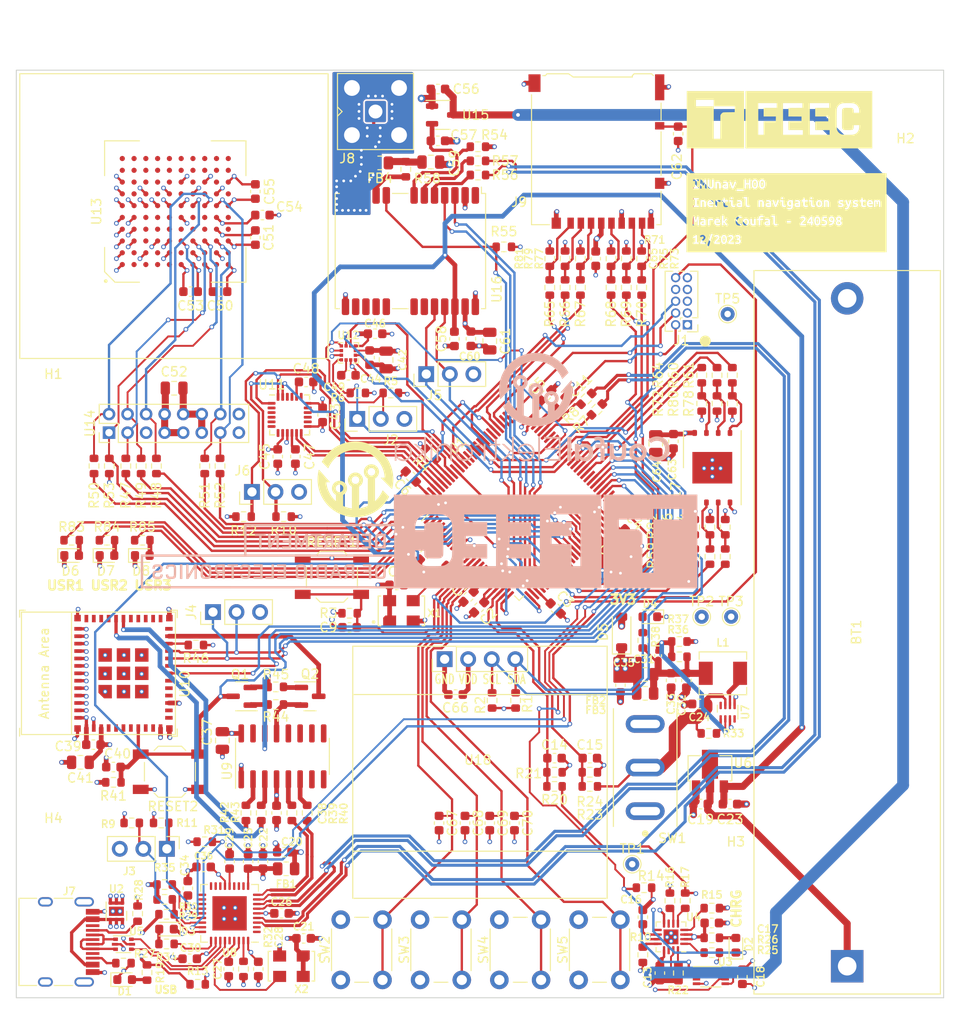
<source format=kicad_pcb>
(kicad_pcb (version 20221018) (generator pcbnew)
  (layers (0 "F.Cu" signal) (1 "In1.Cu" power) (2 "In2.Cu" power) (31 "B.Cu" signal) (34 "B.Paste" user) (35 "F.Paste" user) (36 "B.SilkS" user "B.Silkscreen") (37 "F.SilkS" user "F.Silkscreen") (38 "B.Mask" user) (39 "F.Mask" user) (44 "Edge.Cuts" user))
  (net 0 "")
  (net 1 "Net-(BT1-+)")
  (net 2 "GND")
  (net 3 "+3V3")
  (net 4 "SWD_NRST")
  (net 5 "Net-(U1-VCAP_1)")
  (net 6 "Net-(U1-VCAP_2)")
  (net 7 "/GPS/GPS_BCKP_POWER")
  (net 8 "+5V")
  (net 9 "USB_VOLTAGE")
  (net 10 "BATT_VOLTAGE")
  (net 11 "Net-(SW1-A)")
  (net 12 "/USB+Power/+3V3USB")
  (net 13 "+BATT")
  (net 14 "Net-(U8-PLLFILT)")
  (net 15 "Net-(U8-CRFILT)")
  (net 16 "Net-(C31-Pad1)")
  (net 17 "Net-(U7-FB)")
  (net 18 "ESP_RST")
  (net 19 "Net-(U11-REGOUT)")
  (net 20 "Net-(U11-CPOUT)")
  (net 21 "Net-(U12-C1)")
  (net 22 "Net-(U15-VO)")
  (net 23 "Net-(C59-Pad1)")
  (net 24 "SD_CARDSW")
  (net 25 "BUTTON1")
  (net 26 "BUTTON2")
  (net 27 "BUTTON3")
  (net 28 "BUTTON4")
  (net 29 "Net-(D1-A)")
  (net 30 "Net-(D2-K)")
  (net 31 "Net-(D2-A)")
  (net 32 "Net-(D3-A)")
  (net 33 "Net-(D4-A)")
  (net 34 "Net-(D6-A)")
  (net 35 "Net-(D7-A)")
  (net 36 "Net-(D8-A)")
  (net 37 "Net-(J8-In)")
  (net 38 "OLED_SDA")
  (net 39 "OLED_SCL")
  (net 40 "LSM_SDA")
  (net 41 "LSM_SCL")
  (net 42 "HUB_SDA")
  (net 43 "HUB_SCL")
  (net 44 "ESP_RX1")
  (net 45 "ESP_TX1")
  (net 46 "GPS_TX")
  (net 47 "GPS_RX")
  (net 48 "MPU_SDA")
  (net 49 "MPU_SCL")
  (net 50 "Net-(J7-CC1)")
  (net 51 "Net-(J7-D+-PadA6)")
  (net 52 "Net-(J7-D--PadA7)")
  (net 54 "Net-(J7-CC2)")
  (net 57 "Net-(J9-DAT2)")
  (net 58 "Net-(J9-DAT3{slash}CD)")
  (net 59 "Net-(J9-CMD)")
  (net 60 "Net-(J9-CLK)")
  (net 61 "Net-(J9-DAT0)")
  (net 62 "Net-(J9-DAT1)")
  (net 63 "LSM_INT1ACCL")
  (net 64 "Net-(U7-SW)")
  (net 65 "Net-(Q1-B)")
  (net 66 "Net-(Q1-E)")
  (net 67 "Net-(Q2-B)")
  (net 68 "Net-(Q2-E)")
  (net 69 "Net-(Q2-C)")
  (net 70 "Net-(U1-BOOT0)")
  (net 71 "STM_D-")
  (net 72 "/USB+Power/USB3_D-")
  (net 73 "STM_D+")
  (net 74 "/USB+Power/USB3_D+")
  (net 75 "PWR_OFF")
  (net 76 "Net-(U4-~{CE})")
  (net 77 "Net-(U4-EN1)")
  (net 78 "Net-(U4-EN2)")
  (net 79 "Net-(U4-ILIM)")
  (net 80 "Net-(U4-ISET)")
  (net 81 "Net-(U4-TS)")
  (net 82 "Net-(U8-VBUS_DET)")
  (net 83 "HUB_~{RESET}")
  (net 84 "Net-(U8-RBIAS)")
  (net 85 "Net-(U7-EN)")
  (net 86 "Net-(U8-SUSP_IND{slash}LOCAL_PWR{slash}NON_REM0)")
  (net 87 "Net-(U8-HS_IND{slash}CFG_SEL1)")
  (net 88 "/ESP32/ESP_D+")
  (net 89 "Net-(U9-UD+)")
  (net 90 "/ESP32/ESP_D-")
  (net 91 "Net-(U9-UD-)")
  (net 92 "Net-(U10-GPIO20{slash}U0RXD)")
  (net 93 "Net-(U9-TXD)")
  (net 94 "Net-(U10-GPIO21{slash}U0TXD)")
  (net 95 "Net-(U9-RXD)")
  (net 96 "Net-(U10-GPIO8)")
  (net 97 "ADIS_~{CS}")
  (net 98 "Net-(U13-~{CS})")
  (net 99 "ADIS_DIN")
  (net 100 "Net-(U13-DIN)")
  (net 101 "ADIS_DOUT")
  (net 102 "Net-(U13-DOUT)")
  (net 103 "ADIS_SCLK")
  (net 104 "Net-(U13-SCLK)")
  (net 105 "ADIS_SYNC")
  (net 106 "Net-(U13-SYNC)")
  (net 107 "ADIS_DR")
  (net 108 "Net-(U13-DR)")
  (net 109 "ADIS_~{RST}")
  (net 110 "GPS_~{RESET}")
  (net 111 "/GPS/GPS_D-")
  (net 112 "Net-(U16-USB_DM)")
  (net 113 "/GPS/GPS_D+")
  (net 114 "Net-(U16-USB_DP)")
  (net 115 "Net-(U16-VCC_RF)")
  (net 116 "QSPI_~{CS}")
  (net 117 "Net-(U17-~{CS})")
  (net 118 "QSPI_SCLK")
  (net 119 "Net-(U17-SCLK)")
  (net 120 "QSPI_IO0")
  (net 121 "Net-(U17-SI{slash}SIO0)")
  (net 122 "QSPI_IO1")
  (net 123 "Net-(U17-SO{slash}SIO1)")
  (net 124 "QSPI_IO2")
  (net 125 "Net-(U17-~{WP}{slash}SIO2)")
  (net 126 "QSPI_IO3")
  (net 127 "Net-(U17-~{HOLD}{slash}SIO3)")
  (net 128 "SD_DAT2")
  (net 129 "SD_DAT3")
  (net 130 "SD_CMD")
  (net 131 "SD_CLK")
  (net 132 "SD_DAT0")
  (net 133 "SD_DAT1")
  (net 134 "LED1")
  (net 135 "LED2")
  (net 136 "LED3")
  (net 138 "SWD_CLK")
  (net 139 "SWD_SWIO")
  (net 140 "SWD_SWO")
  (net 141 "Net-(U4-SYSOFF)")
  (net 146 "Net-(U1-PH0)")
  (net 148 "GPS_EXTINT")
  (net 149 "GPS_TIMEPULSE")
  (net 155 "ESP_RTS1")
  (net 156 "ESP_CTS1")
  (net 158 "LSM_INTMAG")
  (net 159 "LSM_INT2ACCL")
  (net 169 "MPU_CLKIN")
  (net 170 "MPU_INT")
  (net 171 "MPU_FSYNC")
  (net 172 "Net-(U3-Pad5)")
  (net 175 "/USB+Power/D+")
  (net 176 "/USB+Power/D-")
  (net 179 "/USB+Power/USB1_D+")
  (net 180 "/USB+Power/USB1_D-")
  (net 191 "Net-(U8-XTALIN{slash}CLKIN)")
  (footprint "Package_QFP:LQFP-100_14x14mm_P0.5mm" (layer "F.Cu") (at 54.229 47.117 45)
    (fp_text reference "U1")
    (fp_text value "STM32F446VETx")
  )
  (footprint "Resistor_SMD:R_0603_1608Metric" (layer "F.Cu") (at 64.135 23.431 90)
    (fp_text reference "R68")
    (fp_text value "33R")
  )
  (footprint "Capacitor_SMD:C_0805_2012Metric" (layer "F.Cu") (at 6.915 74.619 180)
    (fp_text reference "C41")
    (fp_text value "10u")
  )
  (footprint "IMUnav:ADIS16505-PCBZ" (layer "F.Cu") (at 17 31.08 90)
    (fp_text reference "U14")
    (fp_text value "ADIS16505-x/PCBZ")
  )
  (footprint "Capacitor_SMD:C_0805_2012Metric" (layer "F.Cu") (at 44.704 9.906)
    (fp_text reference "C59")
    (fp_text value "10u")
  )
  (footprint "Resistor_SMD:R_0603_1608Metric" (layer "F.Cu") (at 27.9885 66.487 180)
    (fp_text reference "R45")
    (fp_text value "12K")
  )
  (footprint "Resistor_SMD:R_0603_1608Metric" (layer "F.Cu") (at 61.849 77.216 180)
    (fp_text reference "R23")
    (fp_text value "10K")
  )
  (footprint "Resistor_SMD:R_0603_1608Metric" (layer "F.Cu") (at 51.308 67.945 90)
    (fp_text reference "R2")
    (fp_text value "10K")
  )
  (footprint "Resistor_SMD:R_0603_1608Metric" (layer "F.Cu") (at 71.501 61.595)
    (fp_text reference "R37")
    (fp_text value "15K")
  )
  (footprint "Resistor_SMD:R_0603_1608Metric" (layer "F.Cu") (at 15.113 42.672 90)
    (fp_text reference "R48")
    (fp_text value "33R")
  )
  (footprint "Resistor_SMD:R_0603_1608Metric" (layer "F.Cu") (at 10.471 76.778)
    (fp_text reference "R41")
    (fp_text value "10K")
  )
  (footprint "Capacitor_SMD:C_0402_1005Metric" (layer "F.Cu") (at 69.215 63.119 90)
    (fp_text reference "C31")
    (fp_text value "1n")
  )
  (footprint "Button_Switch_THT:SW_PUSH_6mm_H13mm" (layer "F.Cu") (at 60.642 98.08 90)
    (fp_text reference "SW5")
    (fp_text value "SW_SPST")
  )
  (footprint "Resistor_SMD:R_0603_1608Metric" (layer "F.Cu") (at 73.152 49.269 -90)
    (fp_text reference "R82")
    (fp_text value "10K")
  )
  (footprint "Button_Switch_THT:SW_PUSH_6mm_H13mm" (layer "F.Cu") (at 34.992 98.08 90)
    (fp_text reference "SW2")
    (fp_text value "SW_SPST")
  )
  (footprint "Connector_PinHeader_2.54mm:PinHeader_1x03_P2.54mm_Vertical" (layer "F.Cu") (at 25.415 45.466 90)
    (fp_text reference "J6")
    (fp_text value "Conn_01x03_Pin")
  )
  (footprint "Capacitor_SMD:C_0603_1608Metric" (layer "F.Cu") (at 26.543 15.621)
    (fp_text reference "C54")
    (fp_text value "100n")
  )
  (footprint "Resistor_SMD:R_0603_1608Metric" (layer "F.Cu") (at 67.437 23.432 90)
    (fp_text reference "R70")
    (fp_text value "33R")
  )
  (footprint "Capacitor_SMD:C_0603_1608Metric" (layer "F.Cu") (at 28.6 90.9)
    (fp_text reference "C26")
    (fp_text value "10n")
  )
  (footprint "Resistor_SMD:R_0603_1608Metric" (layer "F.Cu") (at 59.182 23.431 90)
    (fp_text reference "R66")
    (fp_text value "33R")
  )
  (footprint "Capacitor_SMD:C_0603_1608Metric" (layer "F.Cu") (at 53.721 81.166 -90)
    (fp_text reference "C70")
    (fp_text value "100n")
  )
  (footprint "Resistor_SMD:R_0603_1608Metric" (layer "F.Cu") (at 73.152 52.444 90)
    (fp_text reference "R59")
    (fp_text value "33R")
  )
  (footprint "Resistor_SMD:R_0603_1608Metric" (layer "F.Cu") (at 75 90.339)
    (fp_text reference "R15")
    (fp_text value "100K")
  )
  (footprint "LED_SMD:LED_0603_1608Metric" (layer "F.Cu") (at 77.6 94.339 90)
    (fp_text reference "D2")
    (fp_text value "LED_RED")
  )
  (footprint "Resistor_SMD:R_0603_1608Metric" (layer "F.Cu") (at 60.833 20.32 -90)
    (fp_text reference "R77")
    (fp_text value "10K")
  )
  (footprint "Capacitor_SMD:C_0603_1608Metric" (layer "F.Cu") (at 44.069 52.197 -135)
    (fp_text reference "C12")
    (fp_text value "100n")
  )
  (footprint "Capacitor_SMD:C_0603_1608Metric" (layer "F.Cu") (at 25.781 13.081 90)
    (fp_text reference "C55")
    (fp_text value "100n")
  )
  (footprint "Capacitor_SMD:C_0603_1608Metric" (layer "F.Cu") (at 26.6 85.3 90)
    (fp_text reference "C22")
    (fp_text value "4u7")
  )
  (footprint "Button_Switch_SMD:SW_SPST_TL3342" (layer "F.Cu") (at 34.036 54.61)
    (fp_text reference "RESET1")
    (fp_text value "SW_SPST")
  )
  (footprint "Capacitor_SMD:C_0603_1608Metric" (layer "F.Cu") (at 33.032 37.166 90)
    (fp_text reference "C43")
    (fp_text value "100n")
  )
  (footprint "Resistor_SMD:R_0603_1608Metric" (layer "F.Cu") (at 16.2 94.2 180)
    (fp_text reference "R34")
    (fp_text value "470R")
  )
  (footprint "MountingHole:MountingHole_3.2mm_M3" (layer "F.Cu") (at 75 85)
    (fp_text reference "H3")
    (fp_text value "MountingHole")
  )
  (footprint "Resistor_SMD:R_0603_1608Metric" (layer "F.Cu") (at 31.369 80.075 90)
    (fp_text reference "R40")
    (fp_text value "33R")
  )
  (footprint "Resistor_SMD:R_0603_1608Metric" (layer "F.Cu") (at 20.32 83.185)
    (fp_text reference "R31")
    (fp_text value "100K")
  )
  (footprint "Package_TO_SOT_SMD:SOT-23-3" (layer "F.Cu") (at 45.974 4.826)
    (fp_text reference "U15")
    (fp_text value "XC6206P332MR")
  )
  (footprint "Resistor_SMD:R_0603_1608Metric" (layer "F.Cu") (at 49.784 8.255)
    (fp_text reference "R54")
    (fp_text value "100K")
  )
  (footprint "Capacitor_SMD:C_0603_1608Metric" (layer "F.Cu") (at 35.814 32.893)
    (fp_text reference "C49")
    (fp_text value "220n")
  )
  (footprint "Resistor_SMD:R_0603_1608Metric" (layer "F.Cu") (at 8.382 42.672 90)
    (fp_text reference "R50")
    (fp_text value "33R")
  )
  (footprint "kibuzzard-656DA471" (layer "F.Cu") (at 83.058 15.367)
    (fp_text reference "kibuzzard-656DA471" hide)
    (fp_text value "G***" hide)
  )
  (footprint "Resistor_SMD:R_0603_1608Metric" (layer "F.Cu") (at 60.833 23.431 90)
    (fp_text reference "R67")
    (fp_text value "33R")
  )
  (footprint "Capacitor_SMD:C_0603_1608Metric" (layer "F.Cu") (at 49.911 57.912 -135)
    (fp_text reference "C2")
    (fp_text value "100n")
  )
  (footprint "Capacitor_SMD:C_0805_2012Metric" (layer "F.Cu") (at 17.018 34.29 180)
    (fp_text reference "C52")
    (fp_text value "10u")
  )
  (footprint "Resistor_SMD:R_0603_1608Metric" (layer "F.Cu") (at 75.565 32.886 -90)
    (fp_text reference "R60")
    (fp_text value "33R")
  )
  (footprint "Capacitor_SMD:C_0603_1608Metric" (layer "F.Cu") (at 73.66 68.326 180)
    (fp_text reference "C24")
    (fp_text value "4u7")
  )
  (footprint "Resistor_SMD:R_0603_1608Metric" (layer "F.Cu") (at 49.784 9.779 180)
    (fp_text reference "R57")
    (fp_text value "33R")
  )
  (footprint "MountingHole:MountingHole_3.2mm_M3" (layer "F.Cu") (at 95.885 4.064)
    (fp_text reference "H2")
    (fp_text value "MountingHole")
  )
  (footprint "Resistor_SMD:R_0603_1608Metric" (layer "F.Cu") (at 13.081 90.932 90)
    (fp_text reference "R28")
    (fp_text value "5K1")
  )
  (footprint "TestPoint:TestPoint_THTPad_D1.5mm_Drill0.7mm" (layer "F.Cu") (at 66.421 85.598)
    (fp_text reference "TP1")
    (fp_text value "TestPoint")
  )
  (footprint "Resistor_SMD:R_0603_1608Metric" (layer "F.Cu") (at 77.216 35.934 90)
    (fp_text reference "R78")
    (fp_text value "10K")
  )
  (footprint "Resistor_SMD:R_0603_1608Metric" (layer "F.Cu") (at 67.564 61.468 -90)
    (fp_text reference "R38")
    (fp_text value "470R")
  )
  (footprint "Resistor_SMD:R_0603_1608Metric" (layer "F.Cu") (at 14.097 97.282 -90)
    (fp_text reference "R19")
    (fp_text value "1K8")
  )
  (footprint "Capacitor_SMD:C_0603_1608Metric" (layer "F.Cu") (at 65.151 66.294 -90)
    (fp_text reference "C35")
    (fp_text value "22u")
  )
  (footprint "LED_SMD:LED_0603_1608Metric" (layer "F.Cu") (at 9.779 52.324)
    (fp_text reference "D7")
    (fp_text value "LED_YELLOW")
  )
  (footprint "Capacitor_SMD:C_0603_1608Metric" (layer "F.Cu") (at 71.374 6.858 -90)
    (fp_text reference "C62")
    (fp_text value "100n")
  )
  (footprint "Capacitor_SMD:C_0603_1608Metric" (layer "F.Cu") (at 30.099 41.656 -90)
    (fp_text reference "C47")
    (fp_text value "100n")
  )
  (footprint "Resistor_SMD:R_0603_1608Metric" (layer "F.Cu") (at 20.32 42.672 90)
    (fp_text reference "R51")
    (fp_text value "33R")
  )
  (footprint "Capacitor_SMD:C_0603_1608Metric" (layer "F.Cu") (at 35.941 60.071 180)
    (fp_text reference "C9")
    (fp_text value "100n")
  )
  (footprint "Capacitor_SMD:C_0603_1608Metric" (layer "F.Cu") (at 62.484 20.32 -90)
    (fp_text reference "C65")
    (fp_text value "100n")
  )
  (footprint "Package_SON:WSON-6-1EP_2x2mm_P0.65mm_EP1x1.6mm" (layer "F.Cu") (at 10.795 90.678 -90)
    (fp_text reference "U2")
    (fp_text value "TVS0500DRV")
  )
  (footprint "Capacitor_SMD:C_0603_1608Metric" (layer "F.Cu") (at 47.371 67.31 180)
    (fp_text reference "C66")
    (fp_text value "100n")
  )
  (footprint "Capacitor_SMD:C_0603_1608Metric" (layer "F.Cu") (at 73.787 79.121 180)
    (fp_text reference "C19")
    (fp_text value "1u")
  )
  (footprint "Capacitor_SMD:C_0603_1608Metric" (layer "F.Cu") (at 41.021 55.499)
    (fp_text reference "C8")
    (fp_text value "100n")
  )
  (footprint "Resistor_SMD:R_0603_1608Metric" (layer "F.Cu") (at 10.033 42.672 90)
    (fp_text reference "R53")
    (fp_text value "100K")
  )
  (footprint "Resistor_SMD:R_0603_1608Metric" (layer "F.Cu") (at 57.531 23.431 90)
    (fp_text reference "R65")
    (fp_text value "33R")
  )
  (footprint "Capacitor_SMD:C_0603_1608Metric" (layer "F.Cu") (at 45.466 2.032 180)
    (fp_text reference "C56")
    (fp_text value "1u")
  )
  (footprint "Battery:BatteryHolder_MPD_BH-18650-PC2" (layer "F.Cu") (at 89.6 96.6 90)
    (fp_text reference "BT1")
    (fp_text value "Li-Ion 18650")
  )
  (footprint "Resistor_SMD:R_0603_1608Metric" (layer "F.Cu") (at 11.557 96.266)
    (fp_text reference "R27")
    (fp_text value "5K1")
  )
  (footprint "Resistor_SMD:R_0603_1608Metric" (layer "F.Cu") (at 24.511 48.133)
    (fp_text reference "R12")
    (fp_text value "10K")
  )
  (footprint "Capacitor_SMD:C_0603_1608Metric" (layer "F.Cu") (at 57.15 35.052 45)
    (fp_text reference "C5")
    (fp_text value "100n")
  )
  (footprint "Resistor_SMD:R_0603_1608Metric" (layer "F.Cu") (at 74.676 71.501)
    (fp_text reference "R33")
    (fp_text value "100K")
  )
  (footprint "Resistor_SMD:R_0603_1608Metric" (layer "F.Cu") (at 27.9885 68.392)
    (fp_text reference "R44")
    (fp_text value "12K")
  )
  (footprint "TestPoint:TestPoint_THTPad_D1.5mm_Drill0.7mm" (layer "F.Cu") (at 76.708 26.289)
    (fp_text reference "TP5")
    (fp_text value "TestPoint")
  )
  (footprint "Capacitor_SMD:C_0603_1608Metric" (layer "F.Cu") (at 26.1 96.9 -90)
    (fp_text reference "C28")
    (fp_text value "10n")
  )
  (footprint "Connector_Card:microSD_HC_Hirose_DM3AT-SF-PEJM5" (layer "F.Cu") (at 62.555 8.772 180)
    (fp_text reference "J9")
    (fp_text value "Micro_SD_Card_Det_Hirose_DM3AT")
  )
  (footprint "Capacitor_SMD:C_0603_1608Metric" (layer "F.Cu") (at 10.471 75.127)
    (fp_text reference "C40")
    (fp_text value "1u")
  )
  (footprint "Capacitor_SMD:C_0603_1608Metric" (layer "F.Cu") (at 75 91.939)
    (fp_text reference "C17")
    (fp_text value "4u7")
  )
  (footprint "Capacitor_SMD:C_0603_1608Metric" (layer "F.Cu") (at 72.263 65.786 -90)
    (fp_text reference "C32")
    (fp_text value "22u")
  )
  (footprint "Capacitor_SMD:C_0603_1608Metric" (layer "F.Cu") (at 28.9 84.3 180)
    (fp_text reference "C20")
    (fp_text value "4u7")
  )
  (footprint "Resistor_SMD:R_0603_1608Metric" (layer "F.Cu") (at 65.786 20.32 -90)
    (fp_text reference "R73")
    (fp_text value "10K")
  )
  (footprint "LED_SMD:LED_0603_1608Metric" (layer "F.Cu") (at 68.326 58.928 180)
    (fp_text reference "D4")
    (fp_text value "LED_GREEN")
  )
  (footprint "Capacitor_SMD:C_0603_1608Metric" (layer "F.Cu") (at 25.781 18.047 -90)
    (fp_text reference "C51")
    (fp_text value "100n")
  )
  (footprint "MountingHole:MountingHole_3.2mm_M3" (layer "F.Cu") (at 4 36)
    (fp_text reference "H1")
    (fp_text value "MountingHole")
  )
  (footprint "IMUnav:BGA-100_10x10_15.0x15.0mm" (layer "F.Cu") (at 17.145 15.24 90)
    (fp_text reference "U13")
    (fp_text value "ADIS16505-2BMLZ")
  )
  (footprint "TestPoint:TestPoint_THTPad_D1.5mm_Drill0.7mm" (layer "F.Cu") (at 73.914 58.928)
    (fp_text reference "TP2")
    (fp_text value "TestPoint")
  )
  (footprint "Resistor_SMD:R_0603_1608Metric" (layer "F.Cu") (at 75 95.139)
    (fp_text reference "R25")
    (fp_text value "10K")
  )
  (footprint "Resistor_SMD:R_0603_1608Metric" (layer "F.Cu") (at 21.971 42.672 90)
    (fp_text reference "R52")
    (fp_text value "33R")
  )
  (footprint "Connector_PinHeader_2.54mm:PinHeader_1x03_P2.54mm_Vertical" (layer "F.Cu") (at 44.211 32.766 90)
    (fp_text reference "J5")
    (fp_text value "Conn_01x03_Pin")
  )
  (footprint "Resistor_SMD:R_0603_1608Metric" (layer "F.Cu") (at 70.485 89.539 90)
    (fp_text reference "R16")
    (fp_text value "10K")
  )
  (footprint "RF_GPS:ublox_NEO" (layer "F.Cu") (at 42.5 19.5 -90)
    (fp_text reference "U16")
    (fp_text value "NEO-M8U")
  )
  (footprint "Resistor_SMD:R_0603_1608Metric" (layer "F.Cu") (at 76.454 49.269 -90)
    (fp_text reference "R74")
    (fp_text value "10K")
  )
  (footprint "Connector_PinHeader_2.54mm:PinHeader_1x03_P2.54mm_Vertical" (layer "F.Cu") (at 16.241 83.947 -90)
    (fp_text reference "J3")
    (fp_text value "Conn_01x03_Pin")
  )
  (footprint "Resistor_SMD:R_0603_1608Metric" (layer "F.Cu") (at 61.849 75.692)
    (fp_text reference "R24")
    (fp_text value "30K")
  )
  (footprint "Capacitor_SMD:C_0603_1608Metric" (layer "F.Cu") (at 45.593 81.166 -90)
    (fp_text reference "C67")
    (fp_text value "100n")
  )
  (footprint "LED_SMD:LED_0603_1608Metric" (layer "F.Cu") (at 11.684 98.044)
    (fp_text reference "D1")
    (fp_text value "LED_GREEN")
  )
  (footprint "Resistor_SMD:R_0603_1608Metric" (layer "F.Cu") (at 61.468 35.433 45)
    (fp_text reference "R8")
    (fp_text value "33R")
  )
  (footprint "Resistor_SMD:R_0603_1608Metric" (layer "F.Cu") (at 74.803 49.269 -90)
    (fp_text reference "R76")
    (fp_text value "10K")
  )
  (footprint "Sensor_Motion:InvenSense_QFN-24_4x4mm_P0.5mm" (layer "F.Cu") (at 29.476 37.166)
    (fp_text reference "U11")
    (fp_text value "MPU-6050")
  )
  (footprint "Resistor_SMD:R_0603_1608Metric" (layer "F.Cu") (at 24.5 96.9 -90)
    (fp_text reference "R32")
    (fp_text value "12K")
  )
  (footprint "Resistor_SMD:R_0603_1608Metric" (layer "F.Cu") (at 64.135 20.32 -90)
    (fp_text reference "R75")
    (fp_text value "10K")
  )
  (footprint "Resistor_SMD:R_0603_1608Metric" (layer "F.Cu") (at 24.765 80.075 90)
    (fp_text reference "R42")
    (fp_text value "470R")
  )
  (footprint "Capacitor_SMD:C_0603_1608Metric" (layer "F.Cu") (at 58.039 74.168)
    (fp_text reference "C14")
    (fp_text value "100n")
  )
  (footprint "Resistor_SMD:R_0603_1608Metric" (layer "F.Cu") (at 73.914 35.934 90)
    (fp_text reference "R72")
    (fp_text value "10K")
  )
  (footprint "Resistor_SMD:R_0805_2012Metric" (layer "F.Cu") (at 39.2125 10 180)
    (fp_text reference "FB4")
    (fp_text value "GZ2012D101TF")
  )
  (footprint "Resistor_SMD:R_0603_1608Metric" (layer "F.Cu") (at 65.786 23.431 90)
    (fp_text reference "R69")
    (fp_text value "33R")
  )
  (footprint "Inductor_SMD:L_Chilisin_BMRA00040420" (layer "F.Cu") (at 76.2 65.024 180)
    (fp_text reference "L1")
    (fp_text value "470n")
  )
  (footprint "Connector_USB:USB_C_Receptacle_HRO_TYPE-C-31-M-12" (layer "F.Cu") (at 4.191 93.98 -90)
    (fp_text reference "J7")
    (fp_text value "918-418K2023S40001")
  )
  (footprint "Capacitor_SMD:C_0603_1608Metric" (layer "F.Cu") (at 69.4 97.339 -90)
    (fp_text reference "C13")
    (fp_text value "1u")
  )
  (footprint "LED_SMD:LED_0603_1608Metric" (layer "F.Cu") (at 16.2 92.6 180)
    (fp_text reference "D3")
    (fp_text value "LED_RED")
  )
  (footprint "TestPoint:TestPoint_THTPad_D1.5mm_Drill0.7mm" (layer "F.Cu") (at 77.089 58.928)
    (fp_text reference "TP3")
    (fp_text value "TestPoint")
  )
  (footprint "Capacitor_SMD:C_0603_1608Metric" (layer "F.Cu") (at 66.167 50.038 -45)
    (fp_text reference "C4")
    (fp_text value "100n")
  )
  (footprint "Capacitor_SMD:C_0603_1608Metric" (layer "F.Cu") (at 28.194 41.656 -90)
    (fp_text reference "C45")
    (fp_text value "100n")
  )
  (footprint "Resistor_SMD:R_0603_1608Metric" (layer "F.Cu") (at 71.4 97.339 -90)
    (fp_text reference "R22")
    (fp_text value "1K8")
  )
  (footprint "Capacitor_SMD:C_0603_1608Metric" (layer "F.Cu") (at 18.5 88.2 90)
    (fp_text reference "C34")
    (fp_text value "100n")
  )
  (footprint "Capacitor_SMD:C_0603_1608Metric" (layer "F.Cu") (at 78.3 97.739 -90)
    (fp_text reference "C18")
    (fp_text value "100n")
  )
  (footprint "Resistor_SMD:R_0603_1608Metric" (layer "F.Cu") (at 74.803 52.444 90)
    (fp_text reference "R62")
    (fp_text value "33R")
  )
  (footprint "Connector_Coaxial:SMA_Amphenol_901-143_Horizontal" (layer "F.Cu") (at 38.735 4.46)
    (fp_text reference "J8")
    (fp_text value "SMA6252A2-3GT50G-50\n")
  )
  (footprint "Resistor_SMD:R_0603_1608Metric" (layer "F.Cu") (at 67.564 95.37 -90)
    (fp_text reference "R18")
    (fp_text value "1K8")
  )
  (footprint "Resistor_SMD:R_0603_1608Metric" (layer "F.Cu") (at 59.182 20.32 -90)
    (fp_text reference "R79")
    (fp_text value "10K")
  )
  (footprint "Capacitor_SMD:C_0603_1608Metric" (layer "F.Cu") (at 25 85.3 90)
    (fp_text reference "C25")
    (fp_text value "10n")
  )
  (footprint "Capacitor_SMD:C_0603_1608Metric" (layer "F.Cu") (at 58.166 58.039 -45)
    (fp_text reference "C3")
    (fp_text value "100n")
  )
  (footprint "IMUnav:OSC_ECS-3963-250-BN-TR" (layer "F.Cu") (at 41.529 58.293)
    (fp_text reference "X1")
    (fp_text value "SX5M24.000M20F30TNN")
  )
  (footprint "Package_DFN_QFN:QFN-36-1EP_6x6mm_P0.5mm_EP3.7x3.7mm" (layer "F.Cu") (at 23 90.9 180)
    (fp_text reference "U8")
    (fp_text value "USB2514B-AEZC-TR")
  )
  (footprint "Capacitor_SMD:C_0603_1608Metric" (layer "F.Cu") (at 49.022 28.956 -90)
    (fp_text reference "C60")
    (fp_text value "100n")
  )
  (footprint "Capacitor_SMD:C_0603_1608Metric" (layer "F.Cu") (at 18.796 23.876 180)
    (fp_text reference "C53")
    (fp_text value "100n")
  )
  (footprint "Capacitor_SMD:C_0603_1608Metric" (layer "F.Cu") (at 45.466 7.62)
    (fp_text reference "C57")
    (fp_text value "1u")
  )
  (footprint "Connector_PinHeader_1.27mm:PinHeader_2x05_P1.27mm_Vertical" (layer "F.Cu") (at 72.37 27.45 180)
    (fp_text reference "J1")
    (fp_text value "Conn_ARM_JTAG_SWD_10")
  )
  (footprint "PCM_Espressif:ESP32-C3-MINI-1" (layer "F.Cu") (at 8.857 65.024 90)
    (fp_text reference "U10")
    (fp_text value "ESP32-C3-MINI-1")
  )
  (footprint "Capacitor_SMD:C_0603_1608Metric" (layer "F.Cu") (at 67.564 91.306 90)
    (fp_text reference "C16")
    (fp_text value "4u7")
  )
  (footprint "Package_SON:WSON-8-1EP_8x6mm_P1.27mm_EP3.4x4.3mm" (layer "F.Cu") (at 75.057 42.859 90)
    (fp_text reference "U17")
    (fp_text value "XT25F256BWSIGT")
  )
  (footprint "Package_TO_SOT_SMD:SOT-89-3" (layer "F.Cu") (at 74.803 75.265 90)
    (fp_text reference "U6")
    (fp_text value "HT7533-1")
  )
  (footprint "Capacitor_SMD:C_0805_2012Metric" (layer "F.Cu") (at 51.054 29.21 -90)
    (fp_text reference "C61")
    (fp_text value "10u")
  )
  (footprint "Button_Switch_THT:SW_PUSH_6mm_H13mm" (layer "F.Cu") (at 43.542 98.08 90)
    (fp_text reference "SW3")
    (fp_text value "SW_SPST")
  )
  (footprint "IMUnav:FEEC_logo" (layer "F.Cu") (at 82.296 5.334)
    (fp_text reference "G1" hide)
    (fp_text value "FEEC_logo" hide)
  )
  (footprint "Resistor_SMD:R_0603_1608Metric" (layer "F.Cu") (at 57.531 20.32 -90)
    (fp_text reference "R81")
    (fp_text value "10K")
  )
  (footprint "Resistor_SMD:R_0603_1608Metric" (layer "F.Cu") (at 44.704 41.402 135)
    (fp_text reference "R4")
    (fp_text value "10K")
  )
  (footprint "Resistor_SMD:R_0603_1608Metric" (layer "F.Cu") (at 16 89.4 180)
    (fp_text reference "R30")
    (fp_text value "100K")
  )
  (footprint "Resistor_SMD:R_0603_1608Metric" (layer "F.Cu") (at 72.136 89.535 -90)
    (fp_text reference "R17")
    (fp_text value "10K")
  )
  (footprint "Resistor_SMD:R_0603_1608Metric" (layer "F.Cu") (at 5.969 50.673)
    (fp_text reference "R83")
    (fp_text value "1K8")
  )
  (footprint "Button_Switch_SMD:SW_SPST_TL3342" (layer "F.Cu") (at 16.567 75.635 180)
    (fp_text reference "RESET2")
    (fp_text value "SW_SPST")
  )
  (footprint "Capacitor_SMD:C_0603_1608Metric" (layer "F.Cu") (at 51.054 81.166 -90)
    (fp_text reference "C69")
    (fp_text value "100n")
  )
  (footprint "Capacitor_SMD:C_0603_1608Metric" (layer "F.Cu") (at 28.067 80.075 -90)
    (fp_text reference "C38")
    (fp_text value "100n")
  )
  (footprint "LED_SMD:LED_0603_1608Metric" (layer "F.Cu") (at 5.969 52.324)
    (fp_text reference "D6")
    (fp_text value "LED_YELLOW")
  )
  (footprint "Package_TO_SOT_SMD:SOT-23" (layer "F.Cu") (at 31.6715 67.503)
    (fp_text reference "Q2")
    (fp_text value "S8050")
  )
  (footprint "Resistor_SMD:R_0603_1608Metric" (layer "F.Cu") (at 76.454 52.444 90)
    (fp_text reference "R63")
    (fp_text value "33R")
  )
  (footprint "Capacitor_SMD:C_0603_1608Metric" (layer "F.Cu") (at 31.254 33.61)
    (fp_text reference "C48")
    (fp_text value "2n2")
  )
  (footprint "Capacitor_SMD:C_0603_1608Metric" (layer "F.Cu") (at 45.847 53.975 -135)
    (fp_text reference "C7")
    (fp_text value "100n")
  )
  (footprint "Resistor_SMD:R_0603_1608Metric" (layer "F.Cu") (at 11.811 42.672 90)
    (fp_text reference "R47")
    (fp_text value "33R")
  )
  (footprint "Capacitor_SMD:C_0603_1608Metric" (layer "F.Cu") (at 8.312 72.714 180)
    (fp_text reference "C39")
    (fp_text value "100n")
  )
  (footprint "Capacitor_SMD:C_0603_1608Metric" (layer "F.Cu") (at 58.674 35.814 45)
    (fp_text reference "C11")
    (fp_text value "2u2")
  )
  (footprint "Capacitor_SMD:C_0603_1608Metric" (layer "F.Cu") (at 76.962 79.121)
    (fp_text reference "C23")
    (fp_text value "1u")
  )
  (footprint "Capacitor_SMD:C_0603_1608Metric" (layer "F.Cu") (at 47.244 28.969 -90)
    (fp_text reference "C58")
    (fp_text value "100n")
  )
  (footprint "Button_Switch_THT:SW_PUSH_6mm_H13mm" (layer "F.Cu") (at 52.092 98.08 90)
    (fp_text reference "SW4")
    (fp_text value "SW_SPST")
  )
  (footprint "Capacitor_SMD:C_0805_2012Metric" (layer "F.Cu") (at 68.961 40.259 -90)
    (fp_text reference "C64")
    (fp_text value "10u")
  )
  (footprint "Capacitor_SMD:C_0603_1608Metric" (layer "F.Cu") (at 61.849 74.168)
    (fp_text reference "C15")
    (fp_text value "100n")
  )
  (footprint "Resistor_SMD:R_0603_1608Metric" (layer "F.Cu") (at 73.914 32.886 -90)
    (fp_text reference "R64")
    (fp_text value "33R")
  )
  (footprint "Resistor_SMD:R_0603_1608Metric" (layer "F.Cu") (at 67.437 20.321 -90)
    (fp_text reference "R71")
    (fp_text value "10K")
  )
  (footprint "Resistor_SMD:R_0603_1608Metric" (layer "F.Cu") (at 19.368 61.976 180)
    (fp_text reference "R46")
    (fp_text value "10K")
  )
  (footprint "Resistor_SMD:R_0603_1608Metric" (layer "F.Cu") (at 12.446 81.153)
    (fp_text reference "R9")
    (fp_text value "10K")
  )
  (footprint "IMUnav:TE_A101SYCQ04" (layer "F.Cu") (at 67.818 75.184 90)
    (fp_text reference "SW1")
    (fp_text value "MT-102")
  )
  (footprint "Resistor_SMD:R_0805_2012Metric" (layer "F.Cu") (at 29.1 86.1 180)
    (fp_text reference "FB1")
    (fp_text value "GZ2012D101TF")
  )
  (footprint "Resistor_SMD:R_0603_1608Metric" (layer "F.Cu") (at 67.691 88.138)
    (fp_text reference "R14")
    (fp_text value "100K")
  )
  (footprint "Diode_SMD:D_SOD-123" (layer "F.Cu") (at 65.278 60.579 90)
    (fp_text reference "D5")
    (fp_text value "B5819W")
  )
  (footprint "Package_DFN_QFN:Texas_VSON-HR-8_1.5x2mm_P0.5mm" (layer "F.Cu") (at 76.708 69.215 90)
    (fp_text reference "U7")
    (fp_text value "TPS62823DLC")
  )
  (footprint "Resistor_SMD:R_0603_1608Metric" (layer "F.Cu") (at 71.501 63.246)
    (fp_text reference "R36")
    (fp_text value "68K")
  )
  (footprint "Resistor_SMD:R_0603_1608Metric" (layer "F.Cu") (at 13.462 42.672 90)
    (fp_text reference "R49")
    (fp_text value "33R")
  )
  (footprint "Capacitor_SMD:C_0603_1608Metric" (layer "F.Cu") (at 70.866 40.005 -90)
    (fp_text reference "C63")
    (fp_text value "100n")
  )
  (footprint "IMUnav:Display_128x64_096_I2C" (layer "F.Cu") (at 50 63.5)
    (fp_text reference "U18")
    (fp_text value "OLED_I2C")
  )
  (footprint "Package_TO_SOT_SMD:SOT-23" (layer "F.Cu") (at 24.3055 67.503 180)
    (fp_text reference "Q1")
    (fp_text value "S8050")
  )
  (footprint "Capacitor_SMD:C_0603_1608Metric" (layer "F.Cu") (at 30.988 93.599)
    (fp_text reference "C21")
    (fp_text value "100n")
  )
  (footprint "Capacitor_SMD:C_0603_1608Metric" (layer "F.Cu") (at 48.387 81.166 -90)
    (fp_text reference "C68")
    (fp_text value "100n")
  )
  (footprint "Resistor_SMD:R_0603_1608Metric" (layer "F.Cu") (at 16.2 91)
    (fp_text reference "R29")
    (fp_text value "100K")
  )
  (footprint "Resistor_SMD:R_0603_1608Metric" (layer "F.Cu") (at 9.779 50.673)
    (fp_text reference "R84")
    (fp_text value "1K8")
  )
  (footprint "LED_SMD:LED_0603_1608Metric" (layer "F.Cu") (at 13.589 52.324)
    (fp_text reference "D8")
    (fp_text value "LED_YELLOW")
  )
  (footprint "Capacitor_SMD:C_0603_1608Metric" (layer "F.Cu") (at 23 85.3 90)
    (fp_text reference "C29")
    (fp_text value "100n")
  )
  (footprint "Resistor_SMD:R_0603_1608Metric" (layer "F.Cu") (at 29.718 80.075 90)
    (fp_text reference "R39")
    (fp_text value "33R")
  )
  (footprint "Resistor_SMD:R_0603_1608Metric" (layer "F.Cu") (at 42 10.675 90)
    (fp_text reference "R58")
    (fp_text value "10R")
  )
  (footprint "Resistor_SMD:R_0805_2012Metric" (layer "F.Cu") (at 67.818 65.151 180)
    (fp_text reference "FB2")
    (fp_text value "GZ2012D101TF")
  )
  (footprint "Capacitor_SMD:C_0805_2012Metric" (layer "F.Cu") (at 39.878 31.242 -90)
    (fp_text reference "C42")
    (fp_text value "10u")
  )
  (footprint "Capacitor_SMD:C_0603_1608Metric" (layer "F.Cu") (at 38.1 30.988 -90)
    (fp_text reference "C44")
    (fp_text value "100n")
  )
  (footprint "IMUnav:OSC_ECS-3963-250-BN-TR" (layer "F.Cu") (at 29.67 96.6 180)
    (fp_text reference "X2")
    (fp_text value "SX5M24.000M20F30TNN")
  )
  (footprint "Resistor_SMD:R_0603_1608Metric" (layer "F.Cu") (at 77.216 32.886 -90)
    (fp_text reference "R61")
    (fp_text value "33R")
  )
  (footprint "Package_LGA:LGA-12_2x2mm_P0.5mm" (layer "F.Cu") (at 35.814 30.48)
    (fp_text reference "U12")
    (fp_text value "LSM303AGR")
  )
  (footprint "Resistor_SMD:R_0603_1608Metric" (layer "F.Cu") (at 16 87.8 180)
    (fp_text reference "R35")
    (fp_text value "100K")
  )
  (footprint "Capacitor_SMD:C_0603_1608Metric" (layer "F.Cu") (at 70.612 65.786 -90)
    (fp_text reference "C33")
    (fp_text value "22u")
  )
  (footprint "Resistor_SMD:R_0603_1608Metric" (layer "F.Cu") (at 13.589 50.673)
    (fp_text reference "R85")
    (fp_text value "1K8")
  )
  (footprint "Package_SO:VSSOP-8_2.3x2mm_P0.5mm" (layer "F.Cu") (at 74.9 97.739)
    (fp_text reference "U3")
    (fp_text value "74LVC2G02")
  )
  (footprint "Capacitor_SMD:C_0603_1608Metric" (layer "F.Cu") (at 65.024 51.181 -45)
    (fp_text reference "C10")
    (fp_text value "2u2")
  )
  (footprint "Resistor_SMD:R_0603_1608Metric" (layer "F.Cu") (at 19.558 98.552)
    (fp_text reference "R13")
    (fp_text value "100K")
  )
  (footprint "Resistor_SMD:R_0603_1608Metric" (layer "F.Cu") (at 36.83 34.798 180)
    (fp_text reference "R6")
    (fp_text value "10K")
  )
  (footprint "Capacitor_SMD:C_0603_1608Metric" (layer "F.Cu") (at 20.2 85.9 180)
    (fp_text reference "C36")
    (fp_text value "100n")
  )
  (footprint "Resistor_SMD:R_0603_1608Metric" (layer "F.Cu") (at 58.039 75.692)
    (fp_text reference "R21")
    (fp_text value "33K")
  )
  (footprint "Connector_PinHeader_2.54mm:PinHeader_1x03_P2.54mm_Vertical" (layer "F.Cu") (at 21.209 58.42 90)
    (fp_text reference "J4")
    (fp_text value "Conn_01x03_Pin")
  )
  (footprint "Capacitor_SMD:C_0603_1608Metric" (layer "F.Cu") (at 22.9 96.9 -90)
    (fp_text reference "C27")
    (fp_text value "100n")
  )
  (footprint "Resistor_SMD:R_0603_1608Metric" (layer "F.Cu") (at 53.848 67.945 90)
    (fp_text reference "R1")
    (fp_text value "10K")
  )
  (footprint "Capacitor_SMD:C_0603_1608Metric" (layer "F.Cu") (at 48.768 56.769 -135)
    (fp_text reference "C1")
    (fp_text value "100n")
  )
  (footprint "Resistor_SMD:R_0603_1608Metric" (layer "F.Cu") (at 28.829 48.133 180)
    (fp_text reference "R10")
    (fp_text value "10K")
  )
  (footprint "Capacitor_SMD:C_0603_1608Metric" (layer "F.Cu") (at 18.7 95.8 180)
    (fp_text reference "C30")
    (fp_text value "10n")
  )
  (footprint "Resistor_SMD:R_0603_1608Metric" (layer "F.Cu") (at 75 93.539)
    (fp_text reference "R26")
    (fp_text value "1K")
  )
  (footprint "Resistor_SMD:R_0603_1608Metric" (layer "F.Cu") (at 49.784 11.303 180)
    (fp_text reference "R56")
    (fp_text value "33R")
  )
  (footprint "Capacitor_SMD:C_0603_1608Metric" (layer "F.Cu") (at 42.545 43.815 135)
    (fp_text reference "C6")
    (fp_text value "100n")
  )
  (footprint "Package_SO:SOIC-16_3.9x9.9mm_P1.27mm" (layer "F.Cu") (at 28.702 73.979 90)
    (fp_text reference "U9")
    (fp_text value "CH340G")
  )
  (footprint "Resistor_SMD:R_0603_1608Metric" (layer "F.Cu") (at 35.941 58.547)
    (fp_text reference "R3")
    (fp_text value "10K")
  )
  (footprint "Capacitor_SMD:C_0603_1608Metric" (layer "F.Cu") (at 21.971 23.876)
    (fp_text reference "C50")
    (fp_text value "100n")
  )
  (footprint "Capacitor_SMD:C_0805_2012Metric" (layer "F.Cu") (at 22.225 72.266 -90)
    (fp_text reference "C37")
    (fp_text value "10u")
  )
  (footprint "Resistor_SMD:R_0805_2012Metric" (layer "F.Cu") (at 67.818 67.183 180)
    (fp_text reference "FB3")
    (fp_text value "GZ2012D101TF")
  )
  (footprint "Resistor_SMD:R_0603_1608Metric" (layer "F.Cu") (at 40.386 34.798 180)
    (fp_text reference "R5")
    (fp_text value "10K")
  )
  (footprint "Package_DFN_QFN:VQFN-16-1EP_3x3mm_P0.5mm_EP1.6x1.6mm" (layer "F.Cu") (at 70.6 93.439 180)
    (fp_text reference "U4")
    (fp_text value "BQ24075RGT")
  )
  (footprint "Connector_PinHeader_2.54mm:PinHeader_1x03_P2.54mm_Vertical" (layer "F.Cu") (at 36.766 37.592 90)
    (fp_text reference "J2")
    (fp_text value "Conn_01x03_Pin")
  )
  (footprint "IMUnav:Coufal_elektronika_notext_10mm" (layer "F.Cu") (at 36.576 44.196)
    (fp_text reference "G3" hide)
    (fp_text value "CoufalElektronika_logo" hide)
  )
  (footprint "Resistor_SMD:R_0603_1608Metric" (layer "F.Cu") (at 15.621 81.153)
    (fp_text reference "R11")
    (fp_text value "10K")
  )
  (footprint "Resistor_SMD:R_0603_1608Metric" (layer "F.Cu") (at 58.039 77.216 180)
    (fp_text reference "R20")
    (fp_text value "27K")
  )
  (footprint "Resistor_SMD:R_0603_1608Metric" (layer "F.Cu") (at 52.578 19.05 180)
    (fp_text reference "R55")
    (fp_text value "100K")
  )
  (footprint "Resistor_SMD:R_0603_1608Metric" (layer "F.Cu") (at 75.565 35.934 90)
    (fp_text reference "R80")
    (fp_text value "10K")
  )
  (footprint "Resistor_SMD:R_0603_1608Metric" (layer "F.Cu") (at 26.416 80.075 90)
    (fp_text reference "R43")
    (fp_text value "470R")
  )
  (footprint "Package_TO_SOT_SMD:SOT-666" (layer "F.Cu") (at 11.557 94.234)
    (fp_text reference "U5")
    (fp_text value "USBLC6-2P6")
  )
  (footprint "Capacitor_SMD:C_0603_1608Metric" (layer "F.Cu") (at 38.6925 28.416)
    (fp_text reference "C46")
    (fp_text value "100n")
  )
  (footprint "MountingHole:MountingHole_3.2mm_M3" (layer "F.Cu") (at 4 84)
    (fp_text reference "H4")
    (fp_text value "MountingHole")
  )
  (footprint "Resistor_SMD:R_0603_1608Metric" (layer "F.Cu") (at 62.611 36.576 45)
    (fp_text reference "R7")
    (fp_text value "33R")
  )
  (footprint "IMUnav:Coufal_elektronika_text_30x13mm" (layer "B.Cu") (at 55.538141 36.880174 180)
    (fp_text reference "G4" hide)
    (fp_text value "CoufalElektronika_logo" hide)
  )
  (footprint "IMUnav:FEEC_logo_long" (layer "B.Cu") (at 43.434 50.8 180)
    (fp_text reference "G2" hide)
    (fp_text value "FEEC_logo_long" hide)
  )
  (gr_circle (center 74.295 29.21) (end 74.803 29.083) (stroke (width 0.15)) (fill solid) (layer "F.SilkS"))
  (gr_line (start 0 0) (end 0 100) (stroke (width 0.1)) (layer "Edge.Cuts"))
  (gr_line (start 100 0) (end 0 0) (stroke (width 0.1)) (layer "Edge.Cuts"))
  (gr_line (start 0 100) (end 100 100) (stroke (width 0.1)) (layer "Edge.Cuts"))
  (gr_line (start 100 100) (end 100 0) (stroke (width 0.1)) (layer "Edge.Cuts"))
  (gr_text "USR1 USR2 USR3" (at 3.175 56.134) (layer "F.SilkS") (effects (font (size 1 1) (thickness 0.25) bold) (justify left bottom)))
  (gr_text "CHRG" (at 78.232 92.583 90) (layer "F.SilkS") (effects (font (size 1 1) (thickness 0.25) bold) (justify left bottom)))
  (gr_text "USB" (at 14.8 99.6) (layer "F.SilkS") (effects (font (size 0.8 0.8) (thickness 0.25) bold) (justify left bottom)))
  (gr_text "3V3\n" (at 63.881 57.658) (layer "F.SilkS") (effects (font (size 1 1) (thickness 0.25) bold) (justify left bottom)))
  (segment (start 73.1 93.439) (end 74.075 93.439) (width 0.34925) (layer "F.Cu") (net 1))
  (segment (start 72.85 93.689) (end 73.1 93.439) (width 0.254) (layer "F.Cu") (net 1))
  (segment (start 76.45 96.989) (end 78.275 96.989) (width 0.254) (layer "F.Cu") (net 1))
  (segment (start 74.075 93.439) (end 74.175 93.539) (width 0.34925) (layer "F.Cu") (net 1))
  (segment (start 89.6 92.013) (end 89.6 96.6) (width 0.762) (layer "F.Cu") (net 1))
  (segment (start 72.0375 93.689) (end 72.85 93.689) (width 0.254) (layer "F.Cu") (net 1))
  (segment (start 72.0375 93.189) (end 72.85 93.189) (width 0.254) (layer "F.Cu") (net 1))
  (segment (start 72.85 93.189) (end 73.1 93.439) (width 0.254) (layer "F.Cu") (net 1))
  (segment (start 78.448 96.964) (end 79.4 96.012) (width 0.254) (layer "F.Cu") (net 1))
  (segment (start 74.803 78.88) (end 74.562 79.121) (width 0.762) (layer "F.Cu") (net 1))
  (segment (start 78.275 96.989) (end 78.3 96.964) (width 0.254) (layer "F.Cu") (net 1))
  (segment (start 77.978 80.391) (end 89.6 92.013) (width 0.762) (layer "F.Cu") (net 1))
  (segment (start 74.562 79.121) (end 74.562 79.769) (width 0.762) (layer "F.Cu") (net 1))
  (segment (start 74.225 93.489) (end 74.175 93.539) (width 0.34925) (layer "F.Cu") (net 1))
  (segment (start 74.562 79.769) (end 75.184 80.391) (width 0.762) (layer "F.Cu") (net 1))
  (segment (start 75.184 80.391) (end 77.978 80.391) (width 0.762) (layer "F.Cu") (net 1))
  (segment (start 78.3 96.964) (end 78.448 96.964) (width 0.254) (layer "F.Cu") (net 1))
  (segment (start 74.803 77.1275) (end 74.803 78.88) (width 0.762) (layer "F.Cu") (net 1))
  (segment (start 74.225 91.939) (end 74.225 93.489) (width 0.34925) (layer "F.Cu") (net 1))
  (via (at 79.4 96.012) (size 0.5) (drill 0.3) (layers "F.Cu" "B.Cu") (net 1))
  (via (at 73.1 93.439) (size 0.6) (drill 0.4) (layers "F.Cu" "B.Cu") (net 1))
  (segment (start 43.520992 53.680992) (end 43.942 54.102) (width 0.508) (layer "F.Cu") (net 2))
  (segment (start 28.4 95.5) (end 28.4 94.4) (width 0.508) (layer "F.Cu") (net 2))
  (segment (start 32.029 33.61) (end 32.029 34.569) (width 0.254) (layer "F.Cu") (net 2))
  (segment (start 22.86 12.065) (end 23.495 11.43) (width 0.254) (layer "F.Cu") (net 2))
  (segment (start 45.654 9.906) (end 45.908 10.16) (width 0.762) (layer "F.Cu") (net 2))
  (segment (start 76.666 90.339) (end 76.708 90.297) (width 0.508) (layer "F.Cu") (net 2))
  (segment (start 8.357 70.924) (end 8.357 69.965) (width 0.34925) (layer "F.Cu") (net 2))
  (segment (start 33.032 36.391) (end 33.032 35.445) (width 0.254) (layer "F.Cu") (net 2))
  (segment (start 59.744 34.744) (end 59.744 34.109) (width 0.508) (layer "F.Cu") (net 2))
  (segment (start 13.97 19.685) (end 13.335 20.32) (width 0.254) (layer "F.Cu") (net 2))
  (segment (start 68.516 88.138) (end 68.516 89.2245) (width 0.2032) (layer "F.Cu") (net 2))
  (segment (start 5.1815 52.324) (end 5.1815 53.4415) (width 0.508) (layer "F.Cu") (net 2))
  (segment (start 57.698008 34.503992) (end 58.42 33.782) (width 0.508) (layer "F.Cu") (net 2))
  (segment (start 58.928 74.168) (end 59.69 74.93) (width 0.254) (layer "F.Cu") (net 2))
  (segment (start 7.48 65.024) (end 7.55 65.094) (width 0.34925) (layer "F.Cu") (net 2))
  (segment (start 16.457 68.224) (end 17.538 68.224) (width 0.508) (layer "F.Cu") (net 2))
  (segment (start 17.78 14.605) (end 18.415 13.97) (width 0.254) (layer "F.Cu") (net 2))
  (segment (start 35.5 24.19) (end 35.5 25.5) (width 0.508) (layer "F.Cu") (net 2))
  (segment (start 7.544 66.624) (end 7.55 66.618) (width 0.34925) (layer "F.Cu") (net 2))
  (segment (start 36.589 32.319415) (end 36.216695 31.94711) (width 0.2032) (layer "F.Cu") (net 2))
  (segment (start 73.012 80.251) (end 73.025 80.264) (width 0.762) (layer "F.Cu") (net 2))
  (segment (start 67.564 96.195) (end 67.564 96.800672) (width 0.254) (layer "F.Cu") (net 2))
  (segment (start 9.473 90.73) (end 9.525 90.678) (width 0.34925) (layer "F.Cu") (net 2))
  (segment (start 45.528469 46.194644) (end 45.836139 46.194644) (width 0.254) (layer "F.Cu") (net 2))
  (segment (start 41.950008 43.266992) (end 41.275 43.942) (width 0.254) (layer "F.Cu") (net 2))
  (segment (start 18.415 21.59) (end 18.021 21.984) (width 0.254) (layer "F.Cu") (net 2))
  (segment (start 12.8015 53.4415) (end 12.827 53.467) (width 0.508) (layer "F.Cu") (net 2))
  (segment (start 63.545132 48.654957) (end 62.515175 47.625) (width 0.254) (layer "F.Cu") (net 2))
  (segment (start 16.51 19.685) (end 15.875 20.32) (width 0.254) (layer "F.Cu") (net 2))
  (segment (start 9.525 97.282) (end 8.288 97.282) (width 0.34925) (layer "F.Cu") (net 2))
  (segment (start 11.43 20.955) (end 10.795 21.59) (width 0.254) (layer "F.Cu") (net 2))
  (segment (start 68.516 89.2245) (end 68.6995 89.408) (width 0.2032) (layer "F.Cu") (net 2))
  (segment (start 46.241 7.62) (end 47.498 7.62) (width 0.762) (layer "F.Cu") (net 2))
  (segment (start 67.5765 90.531) (end 68.6995 89.408) (width 0.508) (layer "F.Cu") (net 2))
  (segment (start 30.886 52.71) (end 33.912 52.71) (width 0.254) (layer "F.Cu") (net 2))
  (segment (start 17.925 95.8) (end 17.0346 95.8) (width 0.254) (layer "F.Cu") (net 2))
  (segment (start 6.607 70.974) (end 6.607 71.752) (width 0.34925) (layer "F.Cu") (net 2))
  (segment (start 29.375 90.9) (end 30.3 90.9) (width 0.508) (layer "F.Cu") (net 2))
  (segment (start 19.05 19.685) (end 19.685 20.32) (width 0.254) (layer "F.Cu") (net 2))
  (segment (start 20.32 12.065) (end 20.955 11.43) (width 0.254) (layer "F.Cu") (net 2))
  (segment (start 42.545 55.499) (end 43.942 54.102) (width 0.508) (layer "F.Cu") (net 2))
  (segment (start 33.032 35.445) (end 33.02 35.433) (width 0.254) (layer "F.Cu") (net 2))
  (segment (start 6.607 58.163) (end 6.661 58.109) (width 0.34925) (layer "F.Cu") (net 2))
  (segment (start 72.885 68.326) (end 72.136 68.326) (width 0.762) (layer "F.Cu") (net 2))
  (segment (start 7.493 62.624) (end 7.55 62.681) (width 0.34925) (layer "F.Cu") (net 2))
  (segment (start 17.538 68.224) (end 17.583 68.269) (width 0.508) (layer "F.Cu") (net 2))
  (segment (start 49.022 29.731) (end 49.898 29.731) (width 0.508) (layer "F.Cu") (net 2))
  (segment (start 29.226 39.116) (end 29.226 40.0555) (width 0.254) (layer "F.Cu") (net 2))
  (segment (start 76.962 46.609) (end 76.962 47.117) (width 0.254) (layer "F.Cu") (net 2))
  (segment (start 7.519 69.824) (end 7.55 69.793) (width 0.34925) (layer "F.Cu") (net 2))
  (segment (start 6.657 62.624) (end 7.493 62.624) (width 0.34925) (layer "F.Cu") (net 2))
  (segment (start 55.102 38.833364) (end 54.761057 39.174307) (width 0.254) (layer "F.Cu") (net 2))
  (segment (start 32.557 35.916) (end 33.032 36.391) (width 0.254) (layer "F.Cu") (net 2))
  (segment (start 48.387 81.941) (end 48.387 83.185) (width 0.2032) (layer "F.Cu") (net 2))
  (segment (start 6.657 61.824) (end 7.518 61.824) (width 0.34925) (layer "F.Cu") (net 2))
  (segment (start 51.054 81.941) (end 51.054 83.185) (width 0.2032) (layer "F.Cu") (net 2))
  (segment (start 54.864 1.397) (end 54.737 1.524) (width 0.508) (layer "F.Cu") (net 2))
  (segment (start 41.996992 43.266992) (end 41.950008 43.266992) (width 0.254) (layer "F.Cu") (net 2))
  (segment (start 7.531 63.424) (end 7.55 63.443) (width 0.34925) (layer "F.Cu") (net 2))
  (segment (start 45.836139 46.194644) (end 46.290292 46.648797) (width 0.254) (layer "F.Cu") (net 2))
  (segment (start 71.374 7.633) (end 71.374 8.636) (width 0.254) (layer "F.Cu") (net 2))
  (segment (start 71.4 98.164) (end 69.45 98.164) (width 0.508) (layer "F.Cu") (net 2))
  (segment (start 49.5 25.5) (end 49.5 24.033) (width 0.508) (layer "F.Cu") (net 2))
  (segment (start 12.7 18.415) (end 12.065 19.05) (width 0.254) (layer "F.Cu") (net 2))
  (segment (start 49.924 29.731) (end 50.625 29.731) (width 0.508) (layer "F.Cu") (net 2))
  (segment (start 32.029 34.569) (end 32.131 34.671) (width 0.254) (layer "F.Cu") (net 2))
  (segment (start 59.222008 35.265992) (end 59.744 34.744) (width 0.508) (layer "F.Cu") (net 2))
  (segment (start 7.518 61.824) (end 7.55 61.792) (width 0.34925) (layer "F.Cu") (net 2))
  (segment (start 72.263 66.561) (end 72.263 67.056) (width 0.762) (layer "F.Cu") (net 2))
  (segment (start 6.657 66.624) (end 7.544 66.624) (width 0.34925) (layer "F.Cu") (net 2))
  (segment (start 43.520992 52.745008) (end 43.520992 53.680992) (width 0.508) (layer "F.Cu") (net 2))
  (segment (start 10.145 89.042) (end 10.16 89.027) (width 0.34925) (layer "F.Cu") (net 2))
  (segment (start 70.485 87.884) (end 70.485 88.714) (width 0.254) (layer "F.Cu") (net 2))
  (segment (start 24.5 97.725) (end 24.5 98.6) (width 0.34925) (layer "F.Cu") (net 2))
  (segment (start 19.3 85.9) (end 19.425 85.9) (width 0.34925) (layer "F.Cu") (net 2))
  (segment (start 75.775 91.939) (end 76.699 91.939) (width 0.508) (layer "F.Cu") (net 2))
  (segment (start 6.657 67.424) (end 7.467 67.424) (width 0.34925) (layer "F.Cu") (net 2))
  (segment (start 24.371 12.306) (end 25.781 12.306) (width 0.254) (layer "F.Cu") (net 2))
  (segment (start 25.781 18.822) (end 23.723 18.822) (width 0.254) (layer "F.Cu") (net 2))
  (segment (start 65.28 16.497) (end 65.28 15.242) (width 0.508) (layer "F.Cu") (net 2))
  (segment (start 55.102 38.465825) (end 55.102 38.833364) (width 0.254) (layer "F.Cu") (net 2))
  (segment (start 42.799 59.393) (end 43.951 59.393) (width 0.508) (layer "F.Cu") (net 2))
  (segment (start 46.19 66.904) (end 46.596 67.31) (width 0.508) (layer "F.Cu") (net 2))
  (segment (start 6.657 69.824) (end 7.519 69.824) (width 0.34925) (layer "F.Cu") (net 2))
  (segment (start 45.908 10.16) (end 46.736 10.16) (width 0.762) (layer "F.Cu") (net 2))
  (segment (start 25 84.525) (end 25 83.6) (width 0.508) (layer "F.Cu") (net 2))
  (segment (start 30.099 42.431) (end 30.099 43.434) (width 0.254) (layer "F.Cu") (net 2))
  (segment (start 15.175 89.4) (end 15.175 87.8) (width 0.508) (layer "F.Cu") (net 2))
  (segment (start 10.145 89.7905) (end 10.145 89.042) (width 0.34925) (layer "F.Cu") (net 2))
  (segment (start 65.28 15.242) (end 65.278 15.24) (width 0.508) (layer "F.Cu") (net 2))
  (segment (start 16.51 13.335) (end 15.875 12.7) (width 0.254) (layer "F.Cu") (net 2))
  (segment (start 34.417 60.071) (end 34.036 59.69) (width 0.254) (layer "F.Cu") (net 2))
  (segment (start 18.021 21.984) (end 18.021 23.876) (width 0.254) (layer "F.Cu") (net 2))
  (segment (start 33.912 52.71) (end 34.036 52.586) (width 0.254) (layer "F.Cu") (net 2))
  (segment (start 16.51 14.605) (end 15.875 13.97) (width 0.254) (layer "F.Cu") (net 2))
  (segment (start 72.326 61.595) (end 73.279 61.595) (width 0.508) (layer "F.Cu") (net 2))
  (segment (start 6.657 65.824) (end 7.518 65.824) (width 0.34925) (layer "F.Cu") (net 2))
  (segment (start 6.657 63.424) (end 7.531 63.424) (width 0.34925) (layer "F.Cu") (net 2))
  (segment (start 49.5 24.033) (end 49.53 24.003) (width 0.508) (layer "F.Cu") (net 2))
  (segment (start 20.383 98.552) (end 20.383 97.727) (width 0.254) (layer "F.Cu") (net 2))
  (segment (start 48.59568 50.628999) (end 48.939212 50.628999) (width 0.254) (layer "F.Cu") (net 2))
  (segment (start 9.696 75.127) (end 9.696 74.124) (width 0.508) (layer "F.Cu") (net 2))
  (segment (start 12.7 17.145) (end 12.065 17.78) (width 0.254) (layer "F.Cu") (net 2))
  (segment (start 41.087 32.192) (end 41.148 32.131) (width 0.508) (layer "F.Cu") (net 2))
  (segment (start 74.35 98.489) (end 74.4 98.439) (width 0.2032) (layer "F.Cu") (net 2))
  (segment (start 48.219992 57.317008) (end 47.498 58.039) (width 0.254) (layer "F.Cu") (net 2))
  (segment (start 43.951 59.393) (end 44.069 59.275) (width 0.508) (layer "F.Cu") (net 2))
  (segment (start 31.426 35.916) (end 32.557 35.916) (width 0.254) (layer "F.Cu") (net 2))
  (segment (start 48.887 58.936) (end 48.50376 58.936) (width 0.254) (layer "F.Cu") (net 2))
  (segment (start 69.38 12.197) (end 70.353 12.197) (width 0.508) (layer "F.Cu") (net 2))
  (segment (start 16 39.08) (end 18 39.08) (width 0.762) (layer "F.Cu") (net 2))
  (segment (start 28.194 42.431) (end 28.194 43.434) (width 0.254) (layer "F.Cu") (net 2))
  (segment (start 69.85 91.186) (end 69.85 91.002692) (width 0.254) (layer "F.Cu") (net 2))
  (segment (start 44.363008 54.523008) (end 43.942 54.102) (width 0.508) (layer "F.Cu") (net 2))
  (segment (start 7.518 65.824) (end 7.55 65.856) (width 0.34925) (layer "F.Cu") (net 2))
  (segment (start 70.866 40.78) (end 70.866 41.402) (width 0.508) (layer "F.Cu") (net 2))
  (segment (start 14.911 77.535) (end 14.916 77.54) (width 0.34925) (layer "F.Cu") (net 2))
  (segment (start 17.0346 95.8) (end 16.8402 95.6056) (width 0.254) (layer "F.Cu") (net 2))
  (segment (start 11.43 13.335) (end 10.795 12.7) (width 0.254) (layer "F.Cu") (net 2))
  (segment (start 5.1815 53.4415) (end 5.207 53.467) (width 0.508) (layer "F.Cu") (net 2))
  (segment (start 77.458 67.703) (end 77.597 67.564) (width 0.254) (layer "F.Cu") (net 2))
  (segment (start 9.696 74.124) (end 9.709 74.111) (width 0.508) (layer "F.Cu") (net 2))
  (segment (start 36.064 31.2425) (end 36.064 31.794415) (width 0.2032) (layer "F.Cu") (net 2))
  (segment (start 11.43 89.027) (end 11.445 89.042) (width 0.34925) (layer "F.Cu") (net 2))
  (segment (start 58.814 74.168) (end 58.928 74.168) (width 0.254) (layer "F.Cu") (net 2))
  (segment (start 16.507 58.176) (end 16.44 58.109) (width 0.508) (layer "F.Cu") (net 2))
  (segment (start 16.068 37.012) (end 16 37.08) (width 0.762) (layer "F.Cu") (net 2))
  (segment (start 50.609 8.255) (end 51.562 8.255) (width 0.508) (layer "F.Cu") (net 2))
  (segment (start 65.151 67.069) (end 65.151 68.072) (width 0.762) (layer "F.Cu") (net 2))
  (segment (start 7.544 61.024) (end 7.55 61.03) (width 0.34925) (layer "F.Cu") (net 2))
  (segment (start 11.445 89.042) (end 11.445 89.7905) (width 0.34925) (layer "F.Cu") (net 2))
  (segment (start 77.737 79.121) (end 78.74 79.121) (width 0.762) (layer "F.Cu") (net 2))
  (segment (start 13.081 90.107) (end 13.081 89.154) (width 0.254) (layer "F.Cu") (net 2))
  (segment (start 7.506 60.224) (end 7.55 60.268) (width 0.34925) (layer "F.Cu") (net 2))
  (segment (start 27.318 15.621) (end 28.321 15.621) (width 0.254) (layer "F.Cu") (net 2))
  (segment (start 28.125 83.521631) (end 27.941695 83.338326) (width 0.508) (layer "F.Cu") (net 2))
  (segment (start 13.417 77.535) (end 14.911 77.535) (width 0.34925) (layer "F.Cu") (net 2))
  (segment (start 17.2 92.6) (end 16.9875 92.6) (width 0.34925) (layer "F.Cu") (net 2))
  (segment (start 70.866 41.402) (end 70.358 41.91) (width 0.508) (layer "F.Cu") (net 2))
  (segment (start 36.064 31.794415) (end 36.216695 31.94711) (width 0.2032) (layer "F.Cu") (net 2))
  (segment (start 15.557 70.924) (end 15.557 71.946) (width 0.508) (layer "F.Cu") (net 2))
  (segment (start 46.19 63.5) (end 46.19 66.904) (width 0.508) (layer "F.Cu") (net 2))
  (segment (start 26.6 84.525) (end 26.6 83.6) (width 0.508) (layer "F.Cu") (net 2))
  (segment (start 66.715008 50.586008) (end 67.437 51.308) (width 0.254) (layer "F.Cu") (net 2))
  (segment (start 7.557 72.694) (end 7.537 72.714) (width 0.508) (layer "F.Cu") (net 2))
  (segment (start 12.382 96.266) (end 12.382 96.33) (width 0.254) (layer "F.Cu") (net 2))
  (segment (start 16.507 70.974) (end 16.507 71.892) (width 0.508) (layer "F.Cu") (net 2))
  (segment (start 24.257 76.454) (end 24.257 74.93) (width 0.508) (layer "F.Cu") (net 2))
  (segment (start 73.303 77.215) (end 73.303 78.83) (width 0.762) (layer "F.Cu") (net 2))
  (segment (start 9.473 97.23) (end 9.525 97.282) (width 0.34925) (layer "F.Cu") (net 2))
  (segment (start 51.276829 55.018918) (end 52.320747 53.975) (width 0.254) (layer "F.Cu") (net 2))
  (segment (start 69.1135 58.928) (end 70.104 58.928) (width 0.254) (layer "F.Cu") (net 2))
  (segment (start 79.21 98.514) (end 79.629 98.933) (width 0.2032) (layer "F.Cu") (net 2))
  (segment (start 43.561 40.259) (end 44.120637 40.818637) (width 0.254) (layer "F.Cu") (net 2))
  (segment (start 69.38 1.847) (end 70.289 1.847) (width 0.508) (layer "F.Cu") (net 2))
  (segment (start 10.795 89.7905) (end 10.795 89.027) (width 0.34925) (layer "F.Cu") (net 2))
  (segment (start 65.572008 51.729008) (end 66.294 52.451) (width 0.254) (layer "F.Cu") (net 2))
  (segment (start 26.1 97.675) (end 26.1 98.6) (width 0.34925) (layer "F.Cu") (net 2))
  (segment (start 75.825 90.339) (end 76.666 90.339) (width 0.508) (layer "F.Cu") (net 2))
  (segment (start 5.965 74.619) (end 4.883 74.619) (width 0.508) (layer "F.Cu") (net 2))
  (segment (start 49.911 29.718) (end 49.924 29.731) (width 0.508) (layer "F.Cu") (net 2))
  (segment (start 12.382 96.33) (end 11.5824 97.1296) (width 0.254) (layer "F.Cu") (net 2))
  (segment (start 23.723 18.822) (end 23.495 19.05) (width 0.254) (layer "F.Cu") (net 2))
  (segment (start 11.557 94.53) (end 11.557 94.742) (width 0.254) (layer "F.Cu") (net 2))
  (segment (start 11.43 18.415) (end 10.795 19.05) (width 0.254) (layer "F.Cu") (net 2))
  (segment (start 12.8015 52.324) (end 12.8015 53.4415) (width 0.508) (layer "F.Cu") (net 2))
  (segment (start 22.9 97.675) (end 22.9 98.6) (width 0.34925) (layer "F.Cu") (net 2))
  (segment (start 73.012 79.121) (end 73.012 80.251) (width 0.762) (layer "F.Cu") (net 2))
  (segment (start 11.261 94.234) (end 11.557 94.53) (width 0.254) (layer "F.Cu") (net 2))
  (segment (start 17.78 12.065) (end 18.415 11.43) (width 0.254) (layer "F.Cu") (net 2))
  (segment (start 40.481 28.416) (end 40.513 28.448) (width 0.254) (layer "F.Cu") (net 2))
  (segment (start 62.674 75.629) (end 63.373 74.93) (width 0.254) (layer "F.Cu") (net 2))
  (segment (start 76.962 47.117) (end 77.47 47.625) (width 0.254) (layer "F.Cu") (net 2))
  (segment (start 7.531 64.224) (end 7.55 64.205) (width 0.34925) (layer "F.Cu") (net 2))
  (segment (start 68.884 98.114) (end 69.4 98.114) (width 0.508) (layer "F.Cu") (net 2))
  (segment (start 13.97 14.605) (end 13.335 13.97) (width 0.254) (layer "F.Cu") (net 2))
  (segment (start 70.289 1.847) (end 70.358 1.778) (width 0.508) (layer "F.Cu") (net 2))
  (segment (start 6.657 60.224) (end 7.506 60.224) (width 0.34925) (layer "F.Cu") (net 2))
  (segment (start 68.43 16.497) (end 68.43 15.263) (width 0.508) (layer "F.Cu") (net 2))
  (segment (start 72.136 68.326) (end 72.009 68.453) (width 0.762) (layer "F.Cu") (net 2))
  (segment (start 47.741295 51.483384) (end 48.59568 50.628999) (width 0.254) (layer "F.Cu") (net 2))
  (segment (start 67.564 90.531) (end 67.5765 90.531) (width 0.508) (layer "F.Cu") (net 2))
  (segment (start 6.607 71.752) (end 6.28 72.079) (width 0.34925) (layer "F.Cu") (net 2))
  (segment (start 8.9915 52.324) (end 8.9915 53.4415) (width 0.508) (layer "F.Cu") (net 2))
  (segment (start 18.9 86.3) (end 19.3 85.9) (width 0.34925) (layer "F.Cu") (net 2))
  (segment (start 11.43 19.685) (end 10.795 20.32) (width 0.254) (layer "F.Cu") (net 2))
  (segment (start 37.067 30.73) (end 38.1 31.763) (width 0.2032) (layer "F.Cu") (net 2))
  (segment (start 10.8965 97.8155) (end 11.5824 97.1296) (width 0.254) (layer "F.Cu") (net 2))
  (segment (start 7.557 69.8) (end 7.55 69.793) (width 0.34925) (layer "F.Cu") (net 2))
  (segment (start 18.5 86.3) (end 18.5 87.425) (width 0.34925) (layer "F.Cu") (net 2))
  (segment (start 18.5 86.3) (end 18.9 86.3) (width 0.34925) (layer "F.Cu") (net 2))
  (segment (start 8.236 90.73) (end 9.473 90.73) (width 0.34925) (layer "F.Cu") (net 2))
  (segment (start 11.43 15.875) (end 10.795 16.51) (width 0.254) (layer "F.Cu") (net 2))
  (segment (start 49.898 29.731) (end 49.911 29.718) (width 0.508) (layer "F.Cu") (net 2))
  (segment (start 44.8365 2.1775) (end 44.691 2.032) (width 0.762) (layer "F.Cu") (net 2))
  (segment (start 53.721 81.941) (end 53.721 83.185) (width 0.2032) (layer "F.Cu") (net 2))
  (segment (start 73.35 98.489) (end 74.35 98.489) (width 0.2032) (layer "F.Cu") (net 2))
  (segment (start 28.067 80.85) (end 28.067 81.853) (width 0.508) (layer "F.Cu") (net 2))
  (segment (start 11.43 12.065) (end 10.795 11.43) (width 0.254) (layer "F.Cu") (net 2))
  (segment (start 11.261 94.234) (end 10.632 94.234) (width 0.254) (layer "F.Cu") (net 2))
  (segment (start 70.612 66.561) (end 70.612 67.564) (width 0.762) (layer "F.Cu") (net 2))
  (segment (start 19.05 13.335) (end 19.685 12.7) (width 0.254) (layer "F.Cu") (net 2))
  (segment (start 11.43 14.605) (end 10.795 13.97) (width 0.254) (layer "F.Cu") (net 2))
  (segment (start 58.714008 58.587008) (end 59.436 59.309) (width 0.254) (layer "F.Cu") (net 2))
  (segment (start 75.825 95.814) (end 75.5 96.139) (width 0.2032) (layer "F.Cu") (net 2))
  (segment (start 52.320747 53.975) (end 52.451 53.975) (width 0.254) (layer "F.Cu") (net 2))
  (segment (start 28.125 84.3) (end 28.125 83.521631) (width 0.508) (layer "F.Cu") (net 2))
  (segment (start 29.226 40.0555) (end 29.1495 40.132) (width 0.254) (layer "F.Cu") (net 2))
  (segment (start 62.674 75.692) (end 62.674 75.629) (width 0.254) (layer "F.Cu") (net 2))
  (segment (start 23.495 11.43) (end 24.371 12.306) (width 0.254) (layer "F.Cu") (net 2))
  (segment (start 69.85 91.002692) (end 69.39938 90.552072) (width 0.254) (layer "F.Cu") (net 2))
  (segment (start 39.449 31.763) (end 39.878 32.192) (width 0.508) (layer "F.Cu") (net 2))
  (segment (start 62.484 21.095) (end 62.484 22.098) (width 0.254) (layer "F.Cu") (net 2))
  (segment (start 41.796 55.499) (end 42.545 55.499) (width 0.508) (layer "F.Cu") (net 2))
  (segment (start 11.43 17.145) (end 10.795 17.78) (width 0.254) (layer "F.Cu") (net 2))
  (segment (start 68.961 41.209) (end 69.662 41.91) (width 0.508) (layer "F.Cu") (net 2))
  (segment (start 58.864 75.692) (end 58.928 75.692) (width 0.254) (layer "F.Cu") (net 2))
  (segment (start 76.699 91.939) (end 76.708 91.948) (width 0.508) (layer "F.Cu") (net 2))
  (segment (start 17.78 20.955) (end 18.415 21.59) (width 0.254) (layer "F.Cu") (net 2))
  (segment (start 16 37.08) (end 16 39.08) (width 0.762) (layer "F.Cu") (net 2))
  (segment (start 7.543 69.024) (end 7.55 69.031) (width 0.34925) (layer "F.Cu") (net 2))
  (segment (start 46.254 29.744) (end 46.228 29.718) (width 0.508) (layer "F.Cu") (net 2))
  (segment (start 72.263 67.056) (end 71.755 67.564) (width 0.762) (layer "F.Cu") (net 2))
  (segment (start 69.45 98.164) (end 69.4 98.114) (width 0.508) (layer "F.Cu") (net 2))
  (segment (start 35.166 60.071) (end 34.417 60.071) (width 0.254) (layer "F.Cu") (net 2))
  (segment (start 8.357 69.965) (end 8.312 69.92) (width 0.34925) (layer "F.Cu") (net 2))
  (segment (start 15.175 87.8) (end 14.2 87.8) (width 0.508) (layer "F.Cu") (net 2))
  (segment (start 77.089 70.866) (end 76.958 70.735) (width 0.254) (layer "F.Cu") (net 2))
  (segment (start 55.766957 37.800868) (end 55.102 38.465825) (width 0.254) (layer "F.Cu") (net 2))
  (segment (start 21.59 19.685) (end 22.225 20.32) (width 0.254) (layer "F.Cu") (net 2))
  (segment (start 17.78 15.875) (end 18.415 16.51) (width 0.254) (layer "F.Cu") (net 2))
  (segment (start 15.24 18.415) (end 14.605 19.05) (width 0.254) (layer "F.Cu") (net 2))
  (segment (start 21.59 13.335) (end 22.225 12.7) (width 0.254) (layer "F.Cu") (net 2))
  (segment (start 73.303 78.83) (end 73.012 79.121) (width 0.762) (layer "F.Cu") (net 2))
  (segment (start 7.557 70.924) (end 7.557 72.694) (width 0.508) (layer "F.Cu") (net 2))
  (segment (start 23.495 21.59) (end 22.746 22.339) (width 0.254) (layer "F.Cu") (net 2))
  (segment (start 6.657 68.224) (end 7.505 68.224) (width 0.34925) (layer "F.Cu") (net 2))
  (segment (start 20.383 97.727) (end 20.574 97.536) (width 0.254) (layer "F.Cu") (net 2))
  (segment (start 31.763 93.599) (end 32.788 93.599) (width 0.508) (layer "F.Cu") (net 2))
  (segment (start 55.88 1.397) (end 54.864 1.397) (width 0.508) (layer "F.Cu") (net 2))
  (segment (start 6.657 64.224) (end 7.531 64.224) (width 0.34925) (layer "F.Cu") (net 2))
  (segment (start 50.625 29.731) (end 51.054 30.16) (width 0.508) (layer "F.Cu") (net 2))
  (segment (start 12.7 14.605) (end 12.065 13.97) (width 0.254) (layer "F.Cu") (net 2))
  (segment (start 44.8365 3.876) (end 44.8365 3.048) (width 0.762) (layer "F.Cu") (net 2))
  (segment (start 69.662 41.91) (end 70.358 41.91) (width 0.508) (layer "F.Cu") (net 2))
  (segment (start 55.766957 56.433132) (end 54.928285 55.59446) (width 0.254) (layer "F.Cu") (net 2))
  (segment (start 62.624 74.181) (end 63.373 74.93) (width 0.254) (layer "F.Cu") (net 2))
  (segment (start 62.515175 47.625) (end 62.357 47.625) (width 0.254) (layer "F.Cu") (net 2))
  (segment (start 7.467 67.424) (end 7.55 67.507) (width 0.34925) (layer "F.Cu") (net 2))
  (segment (start 6.657 61.024) (end 7.544 61.024) (width 0.34925) (layer "F.Cu") (net 2))
  (segment (start 67.564 96.800672) (end 67.28277 97.081902) (width 0.254) (layer "F.Cu") (net 2))
  (segment (start 23 84.525) (end 23 83.6) (width 0.508) (layer "F.Cu") (net 2))
  (segment (start 58.23 15.303) (end 58.293 15.24) (width 0.508) (layer "F.Cu") (net 2))
  (segment (start 69.85 92.0015) (end 69.85 91.186) (width 0.254) (layer "F.Cu") (net 2))
  (segment (start 65.278 58.929) (end 65.278 59.944) (width 0.762) (layer "F.Cu") (net 2))
  (segment (start 10.8965 98.044) (end 10.8965 97.8155) (width 0.254) (layer "F.Cu") (net 2))
  (segment (start 44.912868 45.579043) (end 45.528469 46.194644) (width 0.254) (layer "F.Cu") (net 2))
  (segment (start 34.036 59.69) (end 34.036 59.229) (width 0.254) (layer "F.Cu") (net 2))
  (segment (start 18.223 77.535) (end 18.218 77.54) (width 0.34925) (layer "F.Cu") (net 2))
  (segment (start 36.589 32.893) (end 36.589 32.319415) (width 0.2032) (layer "F.Cu") (net 2))
  (segment (start 17.9 93.1) (end 17.7 93.1) (width 0.34925) (layer "F.Cu") (net 2))
  (segment (start 47.244 29.744) (end 46.254 29.744) (width 0.508) (layer "F.Cu") (net 2))
  (segment (start 54.928285 55.59446) (end 54.658459 55.59446) (width 0.254) (layer "F.Cu") (net 2))
  (segment (start 45.298992 54.523008) (end 44.363008 54.523008) (width 0.508) (layer "F.Cu") (net 2))
  (segment (start 62.624 74.168) (end 62.624 74.181) (width 0.254) (layer "F.Cu") (net 2))
  (segment (start 68.43 15.263) (end 68.453 15.24) (width 0.508) (layer "F.Cu") (net 2))
  (segment (start 39.878 32.192) (end 41.087 32.192) (width 0.508) (layer "F.Cu") (net 2))
  (segment (start 68.326 98.672) (end 68.884 98.114) (width 0.508) (layer "F.Cu") (net 2))
  (segment (start 58.928 75.692) (end 59.69 74.93) (width 0.254) (layer "F.Cu") (net 2))
  (segment (start 7.505 68.224) (end 7.55 68.269) (width 0.34925) (layer "F.Cu") (net 2))
  (segment (start 12.7 15.875) (end 12.065 16.51) (width 0.254) (layer "F.Cu") (net 2))
  (segment (start 16.507 59.074) (end 16.507 58.176) (width 0.508) (layer "F.Cu") (net 2))
  (segment (start 6.657 69.024) (end 7.543 69.024) (width 0.34925) (layer "F.Cu") (net 2))
  (segment (start 44.8365 3.048) (end 43.688 3.048) (width 0.762) (layer "F.Cu") (net 2))
  (segment (start 8.9915 53.4415) (end 9.017 53.467) (width 0.508) (layer "F.Cu") (net 2))
  (segment (start 59.744 34.109) (end 59.944 33.909) (width 0.508) (layer "F.Cu") (net 2))
  (segment (start 10.145 89.7905) (end 10.795 89.7905) (width 0.34925) (layer "F.Cu") (net 2))
  (segment (start 10.795 89.7905) (end 11.445 89.7905) (width 0.34925) (layer "F.Cu") (net 2))
  (segment (start 77.458 68.49) (end 77.458 67.703) (width 0.254) (layer "F.Cu") (net 2))
  (segment (start 44.8365 3.048) (end 44.8365 2.1775) (width 0.762) (layer "F.Cu") (net 2))
  (segment (start 39.4675 28.416) (end 40.481 28.416) (width 0.254) (layer "F.Cu") (net 2))
  (segment (start 45.593 81.941) (end 45.593 83.185) (width 0.2032) (layer "F.Cu") (net 2))
  (segment (start 22.746 22.339) (end 22.746 23.876) (width 0.254) (layer "F.Cu") (net 2))
  (segment (start 7.557 70.924) (end 7.557 69.8) (width 0.34925) (layer "F.Cu") (net 2))
  (segment (start 16.068 34.29) (end 16.068 37.012) (width 0.762) (layer "F.Cu") (net 2))
  (segment (start 75.825 95.139) (end 75.825 95.814) (width 0.2032) (layer "F.Cu") (net 2))
  (segment (start 49.362992 58.460008) (end 48.887 58.936) (width 0.254) (layer "F.Cu") (net 2))
  (segment (start 8.288 97.282) (end 8.236 97.23) (width 0.34925) (layer "F.Cu") (net 2))
  (segment (start 6.607 59.074) (end 6.607 58.163) (width 0.34925) (layer "F.Cu") (net 2))
  (segment (start 34.16 52.71) (end 34.036 52.586) (width 0.254) (layer "F.Cu") (net 2))
  (segment (start 76.958 70.735) (end 76.958 69.94) (width 0.254) (layer "F.Cu") (net 2))
  (segment (start 37.186 52.71) (end 34.16 52.71) (width 0.254) (layer "F.Cu") (net 2))
  (segment (start 70.353 12.197) (end 70.358 12.192) (width 0.508) (layer "F.Cu") (net 2))
  (segment (start 38.1 31.763) (end 39.449 31.763) (width 0.508) (layer "F.Cu") (net 2))
  (segment (start 15.557 71.946) (end 15.551 71.952) (width 0.508) (layer "F.Cu") (net 2))
  (segment (start 19.717 77.535) (end 18.223 77.535) (width 0.34925) (layer "F.Cu") (net 2))
  (segment (start 22.86 20.955) (end 23.495 21.59) (width 0.254) (layer "F.Cu") (net 2))
  (segment (start 17.7 93.1) (end 17.2 92.6) (width 0.34925) (layer "F.Cu") (net 2))
  (segment (start 58.23 16.497) (end 58.23 15.303) (width 0.508) (layer "F.Cu") (net 2))
  (segment (start 22.225 73.041) (end 22.225 74.041) (width 0.508) (layer "F.Cu") (net 2))
  (segment (start 16.507 71.892) (end 16.567 71.952) (width 0.508) (layer "F.Cu") (net 2))
  (segment (start 22.86 18.415) (end 23.495 19.05) (width 0.254) (layer "F.Cu") (net 2))
  (segment (start 6.657 65.024) (end 7.48 65.024) (width 0.34925) (layer "F.Cu") (net 2))
  (segment (start 36.5765 30.73) (end 37.067 30.73) (width 0.2032) (layer "F.Cu") (net 2))
  (segment (start 78.3 98.514) (end 79.21 98.514) (width 0.2032) (layer "F.Cu") (net 2))
  (via (at 36.957 3.683) (size 0.5) (drill 0.3) (layers "F.Cu" "B.Cu") (net 2))
  (via (at 59.944 33.909) (size 0.5) (drill 0.3) (layers "F.Cu" "B.Cu") (net 2))
  (via (at 30.099 43.434) (size 0.5) (drill 0.3) (layers "F.Cu" "B.Cu") (net 2))
  (via (at 28.4 94.4) (size 0.5) (drill 0.3) (layers "F.Cu" "B.Cu") (net 2))
  (via (at 63.373 74.93) (size 0.5) (drill 0.3) (layers "F.Cu" "B.Cu") (net 2))
  (via (at 34.544 13.843) (size 0.5) (drill 0.3) (layers "F.Cu" "B.Cu") (net 2))
  (via (at 13.335 20.32) (size 0.5) (drill 0.3) (layers "F.Cu" "B.Cu") (net 2))
  (via (at 58.42 33.782) (size 0.5) (drill 0.3) (layers "F.Cu" "B.Cu") (net 2))
  (via (at 29.1495 40.132) (size 0.5) (drill 0.3) (layers "F.Cu" "B.Cu") (net 2))
  (via (at 35.5 24.19) (size 0.5) (drill 0.3) (layers "F.Cu" "B.Cu") (net 2))
  (via (at 9.017 53.467) (size 0.5) (drill 0.3) (layers "F.Cu" "B.Cu") (net 2))
  (via (at 8.312 69.92) (size 0.5) (drill 0.3) (layers "F.Cu" "B.Cu") (net 2))
  (via (at 70.358 12.192) (size 0.5) (drill 0.3) (layers "F.Cu" "B.Cu") (net 2))
  (via (at 20.955 11.43) (size 0.5) (drill 0.3) (layers "F.Cu" "B.Cu") (net 2))
  (via (at 70.104 58.928) (size 0.5) (drill 0.3) (layers "F.Cu" "B.Cu") (net 2))
  (via (at 35.814 15.113) (size 0.5) (drill 0.3) (layers "F.Cu" "B.Cu") (net 2))
  (via (at 7.55 66.618) (size 0.5) (drill 0.3) (layers "F.Cu" "B.Cu") (net 2))
  (via (at 13.519 66.999) (size 0.5) (drill 0.3) (layers "F.Cu" "B.Cu") (net 2))
  (via (at 59.436 59.309) (size 0.5) (drill 0.3) (layers "F.Cu" "B.Cu") (net 2))
  (via (at 12.065 17.78) (size 0.5) (drill 0.3) (layers "F.Cu" "B.Cu") (net 2))
  (via (at 77.47 47.625) (size 0.5) (drill 0.3) (layers "F.Cu" "B.Cu") (net 2))
  (via (at 22.225 74.041) (size 0.5) (drill 0.3) (layers "F.Cu" "B.Cu") (net 2))
  (via (at 78.74 79.121) (size 0.5) (drill 0.3) (layers "F.Cu" "B.Cu") (net 2))
  (via (at 17.9 93.1) (size 0.5) (drill 0.3) (layers "F.Cu" "B.Cu") (net 2))
  (via (at 16.44 58.109) (size 0.5) (drill 0.3) (layers "F.Cu" "B.Cu") (net 2))
  (via (at 18.415 16.51) (size 0.5) (drill 0.3) (layers "F.Cu" "B.Cu") (net 2))
  (via (at 7.55 65.094) (size 0.5) (drill 0.3) (layers "F.Cu" "B.Cu") (net 2))
  (via (at 77.089 70.866) (size 0.5) (drill 0.3) (layers "F.Cu" "B.Cu") (net 2))
  (via (at 13.519 65.094) (size 0.5) (drill 0.3) (layers "F.Cu" "B.Cu") (net 2))
  (via (at 23.495 21.59) (size 0.5) (drill 0.3) (layers "F.Cu" "B.Cu") (net 2))
  (via (at 9.582 63.062) (size 0.5) (drill 0.3) (layers "F.Cu" "B.Cu") (net 2))
  (via (at 10.795 19.05) (size 0.5) (drill 0.3) (layers "F.Cu" "B.Cu") (net 2))
  (via (at 5.207 53.467) (size 0.5) (drill 0.3) (layers "F.Cu" "B.Cu") (net 2))
  (via (at 54.737 1.524) (size 0.5) (drill 0.3) (layers "F.Cu" "B.Cu") (net 2))
  (via (at 25 83.6) (size 0.5) (drill 0.3) (layers "F.Cu" "B.Cu") (net 2))
  (via (at 39.497 2.794) (size 0.5) (drill 0.3) (layers "F.Cu" "B.Cu") (net 2))
  (via (at 47.498 7.62) (size 0.8) (drill 0.4) (layers "F.Cu" "B.Cu") (net 2))
  (via (at 45.593 83.185) (size 0.5) (drill 0.3) (layers "F.Cu" "B.Cu") (net 2))
  (via (at 36.216695 31.94711) (size 0.5) (drill 0.3) (layers "F.Cu" "B.Cu") (net 2))
  (via (at 16.567 71.952) (size 0.5) (drill 0.3) (layers "F.Cu" "B.Cu") (net 2))
  (via (at 40.513 3.683) (size 0.5) (drill 0.3) (layers "F.Cu" "B.Cu") (net 2))
  (via (at 70.1802 93.472) (size 0.5) (drill 0.3) (layers "F.Cu" "B.Cu") (net 2))
  (via (at 13.519 63.062) (size 0.5) (drill 0.3) (layers "F.Cu" "B.Cu") (net 2))
  (via (at 75.5 96.139) (size 0.5) (drill 0.3) (layers "F.Cu" "B.Cu") (net 2))
  (via (at 7.55 61.03) (size 0.5) (drill 0.3) (layers "F.Cu" "B.Cu") (net 2))
  (via (at 71.374 8.636) (size 0.5) (drill 0.3) (layers "F.Cu" "B.Cu") (net 2))
  (via (at 26.1 98.6) (size 0.5) (drill 0.3) (layers "F.Cu" "B.Cu") (net 2))
  (via (at 41.148 32.131) (size 0.5) (drill 0.3) (layers "F.Cu" "B.Cu") (net 2))
  (via (at 38.735 2.794) (size 0.5) (drill 0.3) (layers "F.Cu" "B.Cu") (net 2))
  (via (at 40.513 28.448) (size 0.5) (drill 0.3) (layers "F.Cu" "B.Cu") (net 2))
  (via (at 34.544 11.938) (size 0.5) (drill 0.3) (layers "F.Cu" "B.Cu") (net 2))
  (via (at 12.065 13.97) (size 0.5) (drill 0.3) (layers "F.Cu" "B.Cu") (net 2))
  (via (at 7.55 62.681) (size 0.5) (drill 0.3) (layers "F.Cu" "B.Cu") (net 2))
  (via (at 44.069 59.275) (size 0.5) (drill 0.3) (layers "F.Cu" "B.Cu") (net 2))
  (via (at 9.709 74.111) (size 0.5) (drill 0.3) (layers "F.Cu" "B.Cu") (net 2))
  (via (at 37.846 7.112) (size 0.5) (drill 0.3) (layers "F.Cu" "B.Cu") (net 2))
  (via (at 7.55 69.793) (size 0.5) (drill 0.3) (layers "F.Cu" "B.Cu") (net 2))
  (via (at 48.939212 50.628999) (size 0.5) (drill 0.3) (layers "F.Cu" "B.Cu") (net 2))
  (via (at 30.3 90.9) (size 0.5) (drill 0.3) (layers "F.Cu" "B.Cu") (net 2))
  (via (at 10.795 16.51) (size 0.5) (drill 0.3) (layers "F.Cu" "B.Cu") (net 2))
  (via (at 24.257 74.93) (size 0.5) (drill 0.3) (layers "F.Cu" "B.Cu") (net 2))
  (via (at 26.6 83.6) (size 0.5) (drill 0.3) (layers "F.Cu" "B.Cu") (net 2))
  (via (at 35.179 15.113) (size 0.5) (drill 0.3) (layers "F.Cu" "B.Cu") (net 2))
  (via (at 32.788 93.599) (size 0.5) (drill 0.3) (layers "F.Cu" "B.Cu") (net 2))
  (via (at 34.544 14.478) (size 0.5) (drill 0.3) (layers "F.Cu" "B.Cu") (net 2))
  (via (at 10.795 17.78) (size 0.5) (drill 0.3) (layers "F.Cu" "B.Cu") (net 2))
  (via (at 37.846 6.223) (size 0.5) (drill 0.3) (layers "F.Cu" "B.Cu") (net 2))
  (via (at 77.597 67.564) (size 0.5) (drill 0.3) (layers "F.Cu" "B.Cu") (net 2))
  (via (at 10.795 11.43) (size 0.5) (drill 0.3) (layers "F.Cu" "B.Cu") (net 2))
  (via (at 34.544 13.208) (size 0.5) (drill 0.3) (layers "F.Cu" "B.Cu") (net 2))
  (via (at 6.661 58.109) (size 0.5) (drill 0.3) (layers "F.Cu" "B.Cu") (net 2))
  (via (at 37.084 15.113) (size 0.5) (drill 0.3) (layers "F.Cu" "B.Cu") (net 2))
  (via (at 4.883 74.619) (size 0.5) (drill 0.3) (layers "F.Cu" "B.Cu") (net 2))
  (via (at 70.612 93.9038) (size 0.5) (drill 0.3) (layers "F.Cu" "B.Cu") (net 2))
  (via (at 11.614 66.999) (size 0.5) (drill 0.3) (layers "F.Cu" "B.Cu") (net 2))
  (via (at 69.39938 90.552072) (size 0.5) (drill 0.3) (layers "F.Cu" "B.Cu") (net 2))
  (via (at 37.719 15.113) (size 0.5) (drill 0.3) (layers "F.Cu" "B.Cu") (net 2))
  (via (at 74.168 42.926) (size 0.5) (drill 0.3) (layers "F.Cu" "B.Cu") (net 2))
  (via (at 71.755 67.564) (size 0.5) (drill 0.3) (layers "F.Cu" "B.Cu") (net 2))
  (via (at 46.290292 46.648797) (size 0.5) (drill 0.3) (layers "F.Cu" "B.Cu") (net 2))
  (via (at 7.55 63.443) (size 0.5) (drill 0.3) (layers "F.Cu" "B.Cu") (net 2))
  (via (at 13.081 89.154) (size 0.5) (drill 0.3) (layers "F.Cu" "B.Cu") (net 2))
  (via (at 43.688 3.048) (size 0.8) (drill 0.4) (layers "F.Cu" "B.Cu") (net 2))
  (via (at 15.875 20.32) (size 0.5) (drill 0.3) (layers "F.Cu" "B.Cu") (net 2))
  (via (at 37.973 2.794) (size 0.5) (drill 0.3) (layers "F.Cu" "B.Cu") (net 2))
  (via (at 49.911 29.718) (size 0.5) (drill 0.3) (layers "F.Cu" "B.Cu") (net 2))
  (via (at 38.481 11.303) (size 0.5) (drill 0.3) (layers "F.Cu" "B.Cu") (net 2))
  (via (at 72.009 68.453) (size 0.5) (drill 0.3) (layers "F.Cu" "B.Cu") (net 2))
  (via (at 13.335 13.97) (size 0.5) (drill 0.3) (layers "F.Cu" "B.Cu") (net 2))
  (via (at 38.735 8.255) (size 0.5) (drill 0.3) (layers "F.Cu" "B.Cu") (net 2))
  (via (at 7.55 68.269) (size 0.5) (drill 0.3) (layers "F.Cu" "B.Cu") (net 2))
  (via (at 52.451 53.975) (size 0.5) (drill 0.3) (layers "F.Cu" "B.Cu") (net 2))
  (via (at 12.827 53.467) (size 0.5) (drill 0.3) (layers "F.Cu" "B.Cu") (net 2))
  (via (at 22.9 98.6) (size 0.5) (drill 0.3) (layers "F.Cu" "B.Cu") (net 2))
  (via (at 23.6 90.3) (size 0.5) (drill 0.3) (layers "F.Cu" "B.Cu") (net 2))
  (via (at 23 83.6) (size 0.5) (drill 0.3) (layers "F.Cu" "B.Cu") (net 2))
  (via (at 34.036 52.586) (size 0.5) (drill 0.3) (layers "F.Cu" "B.Cu") (net 2))
  (via (at 36.957 5.207) (size 0.5) (drill 0.3) (layers "F.Cu" "B.Cu") (net 2))
  (via (at 39.243 6.223) (size 0.5) (drill 0.3) (layers "F.Cu" "B.Cu") (net 2))
  (via (at 58.293 15.24) (size 0.5) (drill 0.3) (layers "F.Cu" "B.Cu") (net 2))
  (via (at 23.6 91.5) (size 0.5) (drill 0.3) (layers "F.Cu" "B.Cu") (net 2))
  (via (at 65.278 59.944) (size 0.6) (drill 0.4) (layers "F.Cu" "B.Cu") (net 2))
  (via (at 10.16 89.027) (size 0.5) (drill 0.3) (layers "F.Cu" "B.Cu") (net 2))
  (via (at 36.068 11.938) (size 0.5) (drill 0.3) (layers "F.Cu" "B.Cu") (net 2))
  (via (at 48.387 83.185) (size 0.5) (drill 0.3) (layers "F.Cu" "B.Cu") (net 2))
  (via (at 22.4 91.5) (size 0.5) (drill 0.3) (layers "F.Cu" "B.Cu") (net 2))
  (via (at 34.544 15.113) (size 0.5) (drill 0.3) (layers "F.Cu" "B.Cu") (net 2))
  (via (at 19.685 12.7) (size 0.5) (drill 0.3) (layers "F.Cu" "B.Cu") (net 2))
  (via (at 19.685 20.32) (size 0.5) (drill 0.3) (layers "F.Cu" "B.Cu") (net 2))
  (via (at 40.513 4.445) (size 0.5) (drill 0.3) (layers "F.Cu" "B.Cu") (net 2))
  (via (at 9.582 65.094) (size 0.5) (drill 0.3) (layers "F.Cu" "B.Cu") (net 2))
  (via (at 9.582 66.999) (size 0.5) (drill 0.3) (layers "F.Cu" "B.Cu") (net 2))
  (via (at 41.275 43.942) (size 0.5) (drill 0.3) (layers "F.Cu" "B.Cu") (net 2))
  (via (at 10.795 20.32) (size 0.5) (drill 0.3) (layers "F.Cu" "B.Cu") (net 2))
  (via (at 51.054 83.185) (size 0.5) (drill 0.3) (layers "F.Cu" "B.Cu") (net 2))
  (via (at 7.55 64.205) (size 0.5) (drill 0.3) (layers "F.Cu" "B.Cu") (net 2))
  (via (at 73.279 61.595) (size 0.5) (drill 0.3) (layers "F.Cu" "B.Cu") (net 2))
  (via (at 9.525 90.678) (size 0.5) (drill 0.3) (layers "F.Cu" "B.Cu") (net 2))
  (via (at 70.612 67.564) (size 0.5) (drill 0.3) (layers "F.Cu" "B.Cu") (net 2))
  (via (at 28.067 81.853) (size 0.5) (drill 0.3) (layers "F.Cu" "B.Cu") (net 2))
  (via (at 22.225 12.7) (size 0.5) (drill 0.3) (layers "F.Cu" "B.Cu") (net 2))
  (via (at 79.629 98.933) (size 0.5) (drill 0.3) (layers "F.Cu" "B.Cu") (net 2))
  (via (at 53.721 83.185) (size 0.5) (drill 0.3) (layers "F.Cu" "B.Cu") (net 2))
  (via (at 37.084 10.922) (size 0.5) (drill 0.3) (layers "F.Cu" "B.Cu") (net 2))
  (via (at 67.437 51.308) (size 0.5) (drill 0.3) (layers "F.Cu" "B.Cu") (net 2))
  (via (at 11.614 65.094) (size 0.5) (drill 0.3) (layers "F.Cu" "B.Cu") (net 2))
  (via (at 36.449 15.113) (size 0.5) (drill 0.3) (layers "F.Cu" "B.Cu") (net 2))
  (via (at 68.326 98.672) (size 0.5) (drill 0.3) (layers "F.Cu" "B.Cu") (net 2))
  (via (at 7.55 61.792) (size 0.5) (drill 0.3) (layers "F.Cu" "B.Cu") (net 2))
  (via (at 75.946 42.926) (size 0.5) (drill 0.3) (layers "F.Cu" "B.Cu") (net 2))
  (via (at 7.55 69.031) (size 0.5) (drill 0.3) (layers "F.Cu" "B.Cu") (net 2))
  (via (at 62.484 22.098) (size 0.5) (drill 0.3) (layers "F.Cu" "B.Cu") (net 2))
  (via (at 71.0438 93.472) (size 0.5) (drill 0.3) (layers "F.Cu" "B.Cu") (net 2))
  (via (at 10.795 21.59) (size 0.5) (drill 0.3) (layers "F.Cu" "B.Cu") (net 2))
  (via (at 40.513 5.207) (size 0.5) (drill 0.3) (layers "F.Cu" "B.Cu") (net 2))
  (via (at 7.55 67.507) (size 0.5) (drill 0.3) (layers "F.Cu" "B.Cu") (net 2))
  (via (at 70.358 41.91) (size 0.5) (drill 0.3) (layers "F.Cu" "B.Cu") (net 2))
  (via (at 9.525 97.282) (size 0.5) (drill 0.3) (layers "F.Cu" "B.Cu") (net 2))
  (via (at 18.218 77.54) (size 0.5) (drill 0.3) (layers "F.Cu" "B.Cu") (net 2))
  (via (at 27.941695 83.338326) (size 0.6) (drill 0.4) (layers "F.Cu" "B.Cu") (net 2))
  (via (at 67.28277 97.081902) (size 0.5) (drill 0.3) (layers "F.Cu" "B.Cu") (net 2))
  (via (at 11.176 90.678) (size 0.5) (drill 0.3) (layers "F.Cu" "B.Cu") (net 2))
  (via (at 43.561 40.259) (size 0.5) (drill 0.3) (layers "F.Cu" "B.Cu") (net 2))
  (via (at 15.875 12.7) (size 0.5) (drill 0.3) (layers "F.Cu" "B.Cu") (net 2))
  (via (at 28.321 15.621) (size 0.5) (drill 0.3) (layers "F.Cu" "B.Cu") (net 2))
  (via (at 36.576 11.43) (size 0.5) (drill 0.3) (layers "F.Cu" "B.Cu") (net 2))
  (via (at 76.708 90.297) (size 0.5) (drill 0.3) (layers "F.Cu" "B.Cu") (net 2))
  (via (at 75.057 43.815) (size 0.5) (drill 0.3) (layers "F.Cu" "B.Cu") (net 2))
  (via (at 14.916 77.54) (size 0.5) (drill 0.3) (layers "F.Cu" "B.Cu") (net 2))
  (via (at 47.498 58.039) (size 0.5) (drill 0.3) (layers "F.Cu" "B.Cu") (net 2))
  (via (at 65.278 15.24) (size 0.5) (drill 0.3) (layers "F.Cu" "B.Cu") (net 2))
  (via (at 11.5824 97.1296) (size 0.5) (drill 0.3) (layers "F.Cu" "B.Cu") (net 2))
  (via (at 48.50376 58.936) (size 0.5) (drill 0.3) (layers "F.Cu" "B.Cu") (net 2))
  (via (at 38.1 11.811) (size 0.5) (drill 0.3) (layers "F.Cu" "B.Cu") (net 2))
  (via (at 28.194 43.434) (size 0.5) (drill 0.3) (layers "F.Cu" "B.Cu") (net 2))
  (via (at 16.8402 95.6056) (size 0.5) (drill 0.3) (layers "F.Cu" "B.Cu") (net 2))
  (via (at 7.55 65.856) (size 0.5) (drill 0.3) (layers "F.Cu" "B.Cu") (net 2))
  (via (at 39.116 7.747) (size 0.5) (drill 0.3) (layers "F.Cu" "B.Cu") (net 2))
  (via (at 10.795 13.97) (size 0.5) (drill 0.3) (layers "F.Cu" "B.Cu") (net 2))
  (via (at 12.065 19.05) (size 0.5) (drill 0.3) (layers "F.Cu" "B.Cu") (net 2))
  (via (at 37.211 10.16) (size 0.5) (drill 0.3) (layers "F.Cu" "B.Cu") (net 2))
  (via (at 23.495 11.43) (size 0.5) (drill 0.3) (layers "F.Cu" "B.Cu") (net 2))
  (via (at 18.415 21.59) (size 0.5) (drill 0.3) (layers "F.Cu" "B.Cu") (net 2))
  (via (at 46.228 29.718) (size 0.5) (drill 0.3) (layers "F.Cu" "B.Cu") (net 2))
  (via (at 70.612 93.0402) (size 0.5) (drill 0.3) (layers "F.Cu" "B.Cu") (net 2))
  (via (at 14.605 19.05) (size 0.5) (drill 0.3) (layers "F.Cu" "B.Cu") (net 2))
  (via (at 18.415 11.43) (size 0.5) (drill 0.3) (layers "F.Cu" "B.Cu") (net 2))
  (via (at 59.69 74.93) (size 0.5) (drill 0.3) (layers "F.Cu" "B.Cu") (net 2))
  (via (at 35.306 11.938) (size 0.5) (drill 0.3) (layers "F.Cu" "B.Cu") (net 2))
  (via (at 23.495 19.05) (size 0.5) (drill 0.3) (layers "F.Cu" "B.Cu") (net 2))
  (via (at 76.708 91.948) (size 0.5) (drill 0.3) (layers "F.Cu" "B.Cu") (net 2))
  (via (at 11.557 94.742) (size 0.5) (drill 0.3) (layers "F.Cu" "B.Cu") (net 2))
  (via (at 65.151 68.072) (size 0.5) (drill 0.3) (layers "F.Cu" "B.Cu") (net 2))
  (via (at 73.025 80.264) (size 0.5) (drill 0.3) (layers "F.Cu" "B.Cu") (net 2))
  (via (at 17.583 68.269) (size 0.5) (drill 0.3) (layers "F.Cu" "B.Cu") (net 2))
  (via (at 12.065 16.51) (size 0.5) (drill 0.3) (layers "F.Cu" "B.Cu") (net 2))
  (via (at 10.414 90.678) (size 0.5) (drill 0.3) (layers "F.Cu" "B.Cu") (net 2))
  (via (at 24.5 98.6) (size 0.5) (drill 0.3) (layers "F.Cu" "B.Cu") (net 2))
  (via (at 66.294 52.451) (size 0.5) (drill 0.3) (layers "F.Cu" "B.Cu") (net 2))
  (via (at 22.225 20.32) (size 0.5) (drill 0.3) (layers "F.Cu" "B.Cu") (net 2))
  (via (at 70.485 87.884) (size 0.5) (drill 0.3) (layers "F.Cu" "B.Cu") (net 2))
  (via (at 37.211 8.636) (size 0.5) (drill 0.3) (layers "F.Cu" "B.Cu") (net 2))
  (via (at 10.795 89.027) (size 0.5) (drill 0.3) (layers "F.Cu" "B.Cu") (net 2))
  (via (at 14.2 87.8) (size 0.5) (drill 0.3) (layers "F.Cu" "B.Cu") (net 2))
  (via (at 10.795 12.7) (size 0.5) (drill 0.3) (layers "F.Cu" "B.Cu") (net 2))
  (via (at 37.211 9.398) (size 0.5) (drill 0.3) (layers "F.Cu" "B.Cu") (net 2))
  (via (at 49.53 24.003) (size 0.5) (drill 0.3) (layers "F.Cu" "B.Cu") (net 2))
  (via (at 68.453 15.24) (size 0.5) (drill 0.3) (layers "F.Cu" "B.Cu") (net 2))
  (via (at 75.057 42.037) (size 0.5) (drill 0.3) (layers "F.Cu" "B.Cu") (net 2))
  (via (at 34.544 12.573) (size 0.5) (drill 0.3) (layers "F.Cu" "B.Cu") (net 2))
  (via (at 43.942 54.102) (size 0.5) (drill 0.3) (layers "F.Cu" "B.Cu") (net 2))
  (via (at 54.658459 55.59446) (size 0.5) (drill 0.3) (layers "F.Cu" "B.Cu") (net 2))
  (via (at 34.036 59.229) (size 0.6) (drill 0.4) (layers "F.Cu" "B.Cu") (net 2))
  (via (at 62.357 47.625) (size 0.5) (drill 0.3) (layers "F.Cu" "B.Cu") (net 2))
  (via (at 11.43 89.027) (size 0.5) (drill 0.3) (layers "F.Cu" "B.Cu") (net 2))
  (via (at 39.243 7.112) (size 0.5) (drill 0.3) (layers "F.Cu" "B.Cu") (net 2))
  (via (at 7.55 60.268) (size 0.5) (drill 0.3) (layers "F.Cu" "B.Cu") (net 2))
  (via (at 70.358 1.778) (size 0.5) (drill 0.3) (layers "F.Cu" "B.Cu") (net 2))
  (via (at 6.28 72.079) (size 0.5) (drill 0.3) (layers "F.Cu" "B.Cu") (net 2))
  (via (at 51.562 8.255) (size 0.5) (drill 0.3) (layers "F.Cu" "B.Cu") (net 2))
  (via (at 18.415 13.97) (size 0.5) (drill 0.3) (layers "F.Cu" "B.Cu") (net 2))
  (via (at 75.057 42.926) (size 0.5) (drill 0.3) (layers "F.Cu" "B.Cu") (net 2))
  (via (at 54.761057 39.174307) (size 0.5) (drill 0.3) (layers "F.Cu" "B.Cu") (net 2))
  (via (at 22.4 90.3) (size 0.5) (drill 0.3) (layers "F.Cu" "B.Cu") (net 2))
  (via (at 18.5 86.3) (size 0.5) (drill 0.3) (layers "F.Cu" "B.Cu") (net 2))
  (via (at 36.957 4.445) (size 0.5) (drill 0.3) (layers "F.Cu" "B.Cu") (net 2))
  (via (at 68.6995 89.408) (size 0.5) (drill 0.3) (layers "F.Cu" "B.Cu") (net 2))
  (via (at 33.02 35.433) (size 0.5) (drill 0.3) (layers "F.Cu" "B.Cu") (net 2))
  (via (at 15.551 71.952) (size 0.5) (drill 0.3) (layers "F.Cu" "B.Cu") (net 2))
  (via (at 15.875 13.97) (size 0.5) (drill 0.3) (layers "F.Cu" "B.Cu") (net 2))
  (via (at 20.574 97.536) (size 0.5) (drill 0.3) (layers "F.Cu" "B.Cu") (net 2))
  (via (at 74.4 98.439) (size 0.5) (drill 0.3) (layers "F.Cu" "B.Cu") (net 2))
  (via (at 46.736 10.16) (size 0.8) (drill 0.4) (layers "F.Cu" "B.Cu") (net 2))
  (via (at 32.131 34.671) (size 0.5) (drill 0.3) (layers "F.Cu" "B.Cu") (net 2))
  (via (at 11.614 63.062) (size 0.5) (drill 0.3) (layers "F.Cu" "B.Cu") (net 2))
  (segment (start 44.559315 45.932596) (end 43.093008 44.466289) (width 0.254) (layer "F.Cu") (net 3))
  (segment (start 30.94 95.5) (end 30.213 94.773) (width 0.508) (layer "F.Cu") (net 3))
  (segment (start 63.08 17.692) (end 62.611 18.161) (width 0.508) (layer "F.Cu") (net 3))
  (segment (start 73.152 48.444) (end 73.152 47.622712) (width 0.254) (layer "F.Cu") (net 3))
  (segment (start 56.601992 36.258727) (end 56.601992 35.600008) (width 0.254) (layer "F.Cu") (net 3))
  (segment (start 22.5 87.4) (end 21.8 86.7) (width 0.2032) (layer "F.Cu") (net 3))
  (segment (start 14.796 80.2) (end 14.859 80.137) (width 0.254) (layer "F.Cu") (net 3))
  (segment (start 38.083 30.23) (end 38.1 30.213) (width 0.2032) (layer "F.Cu") (net 3))
  (segment (start 23.495 13.97) (end 25.667 13.97) (width 0.254) (layer "F.Cu") (net 3))
  (segment (start 70.787 39.309) (end 70.866 39.23) (width 0.508) (layer "F.Cu") (net 3))
  (segment (start 66.9055 65.151) (end 66.9055 67.183) (width 0.762) (layer "F.Cu") (net 3))
  (segment (start 75.565 36.759) (end 75.565 37.719) (width 0.254) (layer "F.Cu") (net 3))
  (segment (start 77.216 36.759) (end 77.216 37.719) (width 0.254) (layer "F.Cu") (net 3))
  (segment (start 24.879 16.51) (end 25.768 15.621) (width 0.254) (layer "F.Cu") (net 3))
  (segment (start 48.4 27.318) (end 48.387 27.305) (width 0.508) (layer "F.Cu") (net 3))
  (segment (start 18 37.08) (end 20 37.08) (width 0.762) (layer "F.Cu") (net 3))
  (segment (start 51.630383 55.372472) (end 50.459008 56.543847) (width 0.254) (layer "F.Cu") (net 3))
  (segment (start 22.225 16.51) (end 24.879 16.51) (width 0.254) (layer "F.Cu") (net 3))
  (segment (start 60.833 19.495) (end 60.833 18.542) (width 0.254) (layer "F.Cu") (net 3))
  (segment (start 22.225 17.78) (end 25.273 17.78) (width 0.254) (layer "F.Cu") (net 3))
  (segment (start 45.44515 46.818431) (end 45.531428 46.818431) (width 0.254) (layer "F.Cu") (net 3))
  (segment (start 65.087273 49.489992) (end 65.618992 49.489992) (width 0.254) (layer "F.Cu") (net 3))
  (segment (start 62.484 18.288) (end 62.611 18.161) (width 0.508) (layer "F.Cu") (net 3))
  (segment (start 19.495 83.185) (end 18.542 83.185) (width 0.254) (layer "F.Cu") (net 3))
  (segment (start 23.231 71.491) (end 23.241 71.501) (width 0.508) (layer "F.Cu") (net 3))
  (segment (start 52.763 54.552) (end 53.213 54.102) (width 0.254) (layer "F.Cu") (net 3))
  (segment (start 63.08 16.497) (end 63.08 17.692) (width 0.508) (layer "F.Cu") (net 3))
  (segment (start 19.571 21.704) (end 19.685 21.59) (width 0.254) (layer "F.Cu") (net 3))
  (segment (start 10.033 43.497) (end 10.033 44.45) (width 0.254) (layer "F.Cu") (net 3))
  (segment (start 72.022 39.23) (end 72.136 39.116) (width 0.508) (layer "F.Cu") (net 3))
  (segment (start 40.246 55.499) (end 38.989008 55.499) (width 0.508) (layer "F.Cu") (net 3))
  (segment (start 18 37.08) (end 18 34.322) (width 0.762) (layer "F.Cu") (net 3))
  (segment (start 20.975 85.9) (end 21 85.9) (width 0.2032) (layer "F.Cu") (net 3))
  (segment (start 51.630383 55.372472) (end 52.450855 54.552) (width 0.254) (layer "F.Cu") (net 3))
  (segment (start 38.1 30.213) (end 39.799 30.213) (width 0.508) (layer "F.Cu") (net 3))
  (segment (start 70.866 39.23) (end 72.022 39.23) (width 0.508) (layer "F.Cu") (net 3))
  (segment (start 25.667 13.97) (end 25.781 13.856) (width 0.254) (layer "F.Cu") (net 3))
  (segment (start 48.4 27.559) (end 48.4 27.318) (width 0.508) (layer "F.Cu") (net 3))
  (segment (start 63.898685 48.301404) (end 62.851623 47.254342) (width 0.254) (layer "F.Cu") (net 3))
  (segment (start 20.32 20.955) (end 20.955 21.59) (width 0.254) (layer "F.Cu") (net 3))
  (segment (start 23.244 71.504) (end 23.241 71.501) (width 0.508) (layer "F.Cu") (net 3))
  (segment (start 48.146 67.31) (end 48.73 66.726) (width 0.508) (layer "F.Cu") (net 3))
  (segment (start 44.559315 45.932596) (end 45.44515 46.818431) (width 0.254) (layer "F.Cu") (net 3))
  (segment (start 9.087 72.714) (end 9.087 73.397) (width 0.508) (layer "F.Cu") (net 3))
  (segment (start 40.259 56.896) (end 40.246 56.883) (width 0.508) (layer "F.Cu") (net 3))
  (segment (start 28.726 39.116) (end 28.726 39.739498) (width 0.254) (layer "F.Cu") (net 3))
  (segment (start 36.862 28.416) (end 36.83 28.448) (width 0.508) (layer "F.Cu") (net 3))
  (segment (start 52.450855 54.552) (end 52.763 54.552) (width 0.254) (layer "F.Cu") (net 3))
  (segment (start 52.514 68.77) (end 52.578 68.834) (width 0.254) (layer "F.Cu") (net 3))
  (segment (start 28.194 40.881) (end 27.191 40.881) (width 0.254) (layer "F.Cu") (net 3))
  (segment (start 32.557 38.416) (end 33.032 37.941) (width 0.254) (layer "F.Cu") (net 3))
  (segment (start 65.786 19.495) (end 65.786 18.542) (width 0.254) (layer "F.Cu") (net 3))
  (segment (start 34.167 30.73) (end 34.036 30.861) (width 0.2032) (layer "F.Cu") (net 3))
  (segment (start 53.848 68.77) (end 52.642 68.77) (width 0.254) (layer "F.Cu") (net 3))
  (segment (start 53.403 19.05) (end 54.356 19.05) (width 0.254) (layer "F.Cu") (net 3))
  (segment (start 50.923276 54.665365) (end 52.324 53.264641) (width 0.254) (layer "F.Cu") (net 3))
  (segment (start 41.082 30.292) (end 41.148 30.226) (width 0.508) (layer "F.Cu") (net 3))
  (segment (start 48.094849 51.836938) (end 48.710451 51.221336) (width 0.254) (layer "F.Cu") (net 3))
  (segment (start 21 85.9) (end 21.8 86.7) (width 0.2032) (layer "F.Cu") (net 3))
  (segment (start 48.387 27.305) (end 48.4 27.292) (width 0.508) (layer "F.Cu") (net 3))
  (segment (start 55.413404 37.447315) (end 54.475 38.385719) (width 0.254) (layer "F.Cu") (net 3))
  (segment (start 51.054 28.26) (end 49.101 28.26) (width 0.508) (layer "F.Cu") (net 3))
  (segment (start 37.9175 29.1385) (end 37.9175 28.416) (width 0.254) (layer "F.Cu") (net 3))
  (segment (start 9.157 70.924) (end 9.157 72.644) (width 0.508) (layer "F.Cu") (net 3))
  (segment (start 13.97 13.335) (end 13.335 12.7) (width 0.254) (layer "F.Cu") (net 3))
  (segment (start 18.3 89.175) (end 18.5 88.975) (width 0.254) (layer "F.Cu") (net 3))
  (segment (start 19.05 20.955) (end 19.685 21.59) (width 0.254) (layer "F.Cu") (net 3))
  (segment (start 28.194 40.271498) (end 28.194 40.881) (width 0.254) (layer "F.Cu") (net 3))
  (segment (start 57.617992 57.490992) (end 57.531925 57.490992) (width 0.254) (layer "F.Cu") (net 3))
  (segment (start 21.59 15.875) (end 22.225 16.51) (width 0.254) (layer "F.Cu") (net 3))
  (segment (start 48.4 27.292) (end 48.4 25.5) (width 0.508) (layer "F.Cu") (net 3))
  (segment (start 18.3 90.489246) (end 18.3 89.175) (width 0.254) (layer "F.Cu") (net 3))
  (segment (start 30.0125 86.1) (end 30.0125 84.6375) (width 0.508) (layer "F.Cu") (net 3))
  (segment (start 73.152 47.622712) (end 73.214356 47.560356) (width 0.254) (layer "F.Cu") (net 3))
  (segment (start 50.459008 57.250953) (end 50.459008 57.363992) (width 0.254) (layer "F.Cu") (net 3))
  (segment (start 18.610754 90.8) (end 18.9 90.8) (width 0.254) (layer "F.Cu") (net 3))
  (segment (start 49.101 28.26) (end 49.022 28.181) (width 0.508) (layer "F.Cu") (net 3))
  (segment (start 37.655 34.798) (end 38.608 34.798) (width 0.2032) (layer "F.Cu") (net 3))
  (segment (start 35.116 58.547) (end 34.345247 58.547) (width 0.254) (layer "F.Cu") (net 3))
  (segment (start 57.531 19.495) (end 57.531 18.542) (width 0.254) (layer "F.Cu") (net 3))
  (segment (start 48.094849 51.836938) (end 46.504795 53.426992) (width 0.254) (layer "F.Cu") (net 3))
  (segment (start 28.067 76.454) (end 28.067 78.17) (width 0.508) (layer "F.Cu") (net 3))
  (segment (start 39.878 30.292) (end 41.082 30.292) (width 0.508) (layer "F.Cu") (net 3))
  (segment (start 56.120511 56.079578) (end 55.085374 55.044441) (width 0.254) (layer "F.Cu") (net 3))
  (segment (start 52.324 53.264641) (end 52.324 53.213) (width 0.254) (layer "F.Cu") (net 3))
  (segment (start 34.046474 30.23) (end 34.015912 30.199438) (width 0.2032) (layer "F.Cu") (net 3))
  (segment (start 43.093008 44.466289) (end 43.093008 44.363008) (width 0.254) (layer "F.Cu") (net 3))
  (segment (start 50.459008 56.543847) (end 50.459008 57.363992) (width 0.254) (layer "F.Cu") (net 3))
  (segment (start 27.191 40.881) (end 27.178 40.894) (width 0.254) (layer "F.Cu") (net 3))
  (segment (start 42.037 34.798) (end 42.164 34.925) (width 0.2032) (layer "F.Cu") (net 3))
  (segment (start 9.157 72.644) (end 9.087 72.714) (width 0.508) (layer "F.Cu") (net 3))
  (segment (start 54.475 38.385719) (end 54.475 38.481) (width 0.254) (layer "F.Cu") (net 3))
  (segment (start 73.152 39.109) (end 72.143 39.109) (width 0.508) (layer "F.Cu") (net 3))
  (segment (start 29.675 84.3) (end 30.7 84.3) (width 0.508) (layer "F.Cu") (net 3))
  (segment (start 48.4 13.5) (end 48.4 14.846) (width 0.508) (layer "F.Cu") (net 3))
  (segment (start 30.213 93.599) (end 29.21 93.599) (width 0.508) (layer "F.Cu") (net 3))
  (segment (start 20.193 61.976) (end 21.209 61.976) (width 0.254) (layer "F.Cu") (net 3))
  (segment (start 30.213 94.773) (end 30.213 93.599) (width 0.508) (layer "F.Cu") (net 3))
  (segment (start 37.9175 28.416) (end 36.862 28.416) (width 0.508) (layer "F.Cu") (net 3))
  (segment (start 18.9 90.8) (end 19 90.9) (width 0.254) (layer "F.Cu") (net 3))
  (segment (start 16.51 18.415) (end 15.875 19.05) (width 0.254) (layer "F.Cu") (net 3))
  (segment (start 35.0515 30.73) (end 34.167 30.73) (width 0.2032) (layer "F.Cu") (net 3))
  (segment (start 30.0125 84.6375) (end 29.675 84.3) (width 0.508) (layer "F.Cu") (net 3))
  (segment (start 52.642 68.77) (end 52.578 68.834) (width 0.254) (layer "F.Cu") (net 3))
  (segment (start 11.621 80.2) (end 11.684 80.137) (width 0.254) (layer "F.Cu") (net 3))
  (segment (start 48.73 66.726) (end 48.73 63.5) (width 0.508) (layer "F.Cu") (net 3))
  (segment (start 19.571 23.876) (end 19.571 21.704) (width 0.254) (layer "F.Cu") (net 3))
  (segment (start 9.087 72.714) (end 10.09 72.714) (width 0.508) (layer "F.Cu") (net 3))
  (segment (start 40.259 57.193) (end 40.259 59.393) (width 0.508) (layer "F.Cu") (net 3))
  (segment (start 73.914 36.759) (end 73.914 37.719) (width 0.254) (layer "F.Cu") (net 3))
  (segment (start 67.437 19.496) (end 67.437 18.542) (width 0.254) (layer "F.Cu") (net 3))
  (segment (start 33.032 37.941) (end 33.032 38.85) (width 0.254) (layer "F.Cu") (net 3))
  (segment (start 41.211 34.798) (end 42.037 34.798) (width 0.2032) (layer "F.Cu") (net 3))
  (segment (start 74.803 47.622712) (end 74.865356 47.560356) (width 0.254) (layer "F.Cu") (net 3))
  (segment (start 52.763 54.946961) (end 52.763 54.552) (width 0.254) (layer "F.Cu") (net 3))
  (segment (start 28.067 79.3) (end 28.067 78.17) (width 0.508) (layer "F.Cu") (net 3))
  (segment (start 19 90.9) (end 20.0625 90.9) (width 0.254) (layer "F.Cu") (net 3))
  (segment (start 9.087 73.397) (end 7.865 74.619) (width 0.508) (layer "F.Cu") (net 3))
  (segment (start 11.621 81.153) (end 11.621 80.2) (width 0.254) (layer "F.Cu") (net 3))
  (segment (start 20 37.08) (end 20 39.08) (width 0.762) (layer "F.Cu") (net 3))
  (segment (start 65.278 63.119) (end 64.77 63.627) (width 0.762) (layer "F.Cu") (net 3))
  (segment (start 48.710451 51.221336) (end 49.337211 51.221336) (width 0.254) (layer "F.Cu") (net 3))
  (segment (start 10.033 43.497) (end 10.033 43.688) (width 0.254) (layer "F.Cu") (net 3))
  (segment (start 74.803 48.444) (end 74.803 47.622712) (width 0.254) (layer "F.Cu") (net 3))
  (segment (start 65.278 62.229) (end 65.278 63.119) (width 0.762) (layer "F.Cu") (net 3))
  (segment (start 14.796 81.153) (end 14.796 80.2) (width 0.254) (layer "F.Cu") (net 3))
  (segment (start 68.961 39.309) (end 70.787 39.309) (width 0.508) (layer "F.Cu") (net 3))
  (segment (start 38.989008 55.499) (end 38.989 55.498992) (width 0.508) (layer "F.Cu") (net 3))
  (segment (start 49.022 28.181) (end 48.4 27.559) (width 0.508) (layer "F.Cu") (net 3))
  (segment (start 76.454 48.444) (end 76.454 47.498) (width 0.254) (layer "F.Cu") (net 3))
  (segment (start 31.426 38.416) (end 32.557 38.416) (width 0.254) (layer "F.Cu") (net 3))
  (segment (start 15.24 14.605) (end 14.605 13.97) (width 0.254) (layer "F.Cu") (net 3))
  (segment (start 29.654 48.133) (end 30.607 48.133) (width 0.34925) (layer "F.Cu") (net 3))
  (segment (start 40.259 57.193) (end 40.259 56.896) (width 0.508) (layer "F.Cu") (net 3))
  (segment (start 22.5 87.9625) (end 22.5 87.4) (width 0.2032) (layer "F.Cu") (net 3))
  (segment (start 72.143 39.109) (end 72.136 39.116) (width 0.508) (layer "F.Cu") (net 3))
  (segment (start 51.983936 55.726025) (end 52.763 54.946961) (width 0.254) (layer "F.Cu") (net 3))
  (segment (start 36.5765 29.73) (end 37.326 29.73) (width 0.254) (layer "F.Cu") (net 3))
  (segment (start 49.367649 56.220992) (end 49.316008 56.220992) (width 0.254) (layer "F.Cu") (net 3))
  (segment (start 23.686 48.133) (end 22.733 48.133) (width 0.34925) (layer "F.Cu") (net 3))
  (segment (start 34.345247 58.547) (end 34.19161 58.393363) (width 0.254) (layer "F.Cu") (net 3))
  (segment (start 25.273 17.78) (end 25.781 17.272) (width 0.254) (layer "F.Cu") (net 3))
  (segment (start 64.135 19.495) (end 64.135 18.542) (width 0.254) (layer "F.Cu") (net 3))
  (segment (start 30.94 95.5) (end 30.94 97.7) (width 0.508) (layer "F.Cu") (net 3))
  (segment (start 37.326 29.73) (end 37.9175 29.1385) (width 0.254) (layer "F.Cu") (net 3))
  (segment (start 20.955 23.635) (end 21.196 23.876) (width 0.254) (layer "F.Cu") (net 3))
  (segment (start 51.308 68.77) (end 52.514 68.77) (width 0.254) (layer "F.Cu") (net 3))
  (segment (start 63.898685 48.301404) (end 65.087273 49.489992) (width 0.254) (layer "F.Cu") (net 3))
  (segment (start 62.851623 47.254342) (end 62.851623 47.130377) (width 0.254) (layer "F.Cu") (net 3))
  (segment (start 39.799 30.213) (end 39.878 30.292) (width 0.508) (layer "F.Cu") (net 3))
  (segment (start 55.085374 55.044441) (end 55.085374 55.035786) (width 0.254) (layer "F.Cu") (net 3))
  (segment (start 55.413404 37.447315) (end 56.601992 36.258727) (width 0.254) (layer "F.Cu") (net 3))
  (segment (start 57.531925 57.490992) (end 56.120511 56.079578) (width 0.254) (layer "F.Cu") (net 3))
  (segment (start 62.484 19.545) (end 62.484 18.288) (width 0.508) (layer "F.Cu") (net 3))
  (segment (start 18.505377 90.694623) (end 18.610754 90.8) (width 0.254) (layer "F.Cu") (net 3))
  (segment (start 59.182 19.495) (end 59.182 18.542) (width 0.254) (layer "F.Cu") (net 3))
  (segment (start 9.646 76.778) (end 8.693 76.778) (width 0.508) (layer "F.Cu") (net 3))
  (segment (start 50.923276 54.665365) (end 49.367649 56.220992) (width 0.254) (layer "F.Cu") (net 3))
  (segment (start 18.505377 90.694623) (end 18.3 90.489246) (width 0.254) (layer "F.Cu") (net 3))
  (segment (start 36.5765 30.23) (end 38.083 30.23) (width 0.2032) (layer "F.Cu") (net 3))
  (segment (start 48.4 14.846) (end 48.387 14.859) (width 0.508) (layer "F.Cu") (net 3))
  (segment (start 40.246 56.883) (end 40.246 55.499) (width 0.508) (layer "F.Cu") (net 3))
  (segment (start 33.032 38.85) (end 33.02 38.862) (width 0.254) (layer "F.Cu") (net 3))
  (segment (start 46.504795 53.426992) (end 46.395008 53.426992) (width 0.254) (layer "F.Cu") (net 3))
  (segment (start 28.726 39.739498) (end 28.194 40.271498) (width 0.254) (layer "F.Cu") (net 3))
  (segment (start 24.257 71.504) (end 23.244 71.504) (width 0.508) (layer "F.Cu") (net 3))
  (segment (start 49.337211 51.221336) (end 49.386635 51.27076) (width 0.254) (layer "F.Cu") (net 3))
  (segment (start 21.59 17.145) (end 22.225 17.78) (width 0.254) (layer "F.Cu") (net 3))
  (segment (start 35.0515 30.23) (end 34.046474 30.23) (width 0.2032) (layer "F.Cu") (net 3))
  (segment (start 22.225 71.491) (end 23.231 71.491) (width 0.508) (layer "F.Cu") (net 3))
  (segment (start 51.983936 55.726025) (end 50.459008 57.250953) (width 0.254) (layer "F.Cu") (net 3))
  (segment (start 18 34.322) (end 17.968 34.29) (width 0.762) (layer "F.Cu") (net 3))
  (segment (start 22.86 14.605) (end 23.495 13.97) (width 0.254) (layer "F.Cu") (net 3))
  (segment (start 20.955 21.59) (end 20.955 23.635) (width 0.254) (layer "F.Cu") (net 3))
  (via (at 65.659 63.627) (size 0.6) (drill 0.4) (layers "F.Cu" "B.Cu") (net 3))
  (via (at 72.136 39.116) (size 0.5) (drill 0.3) (layers "F.Cu" "B.Cu") (net 3))
  (via (at 14.859 80.137) (size 0.5) (drill 0.3) (layers "F.Cu" "B.Cu") (net 3))
  (via (at 10.033 44.45) (size 0.5) (drill 0.3) (layers "F.Cu" "B.Cu") (net 3))
  (via (at 33.02 38.862) (size 0.5) (drill 0.3) (layers "F.Cu" "B.Cu") (net 3))
  (via (at 11.684 80.137) (size 0.5) (drill 0.3) (layers "F.Cu" "B.Cu") (net 3))
  (via (at 41.148 30.226) (size 0.5) (drill 0.3) (layers "F.Cu" "B.Cu") (net 3))
  (via (at 64.135 18.542) (size 0.5) (drill 0.3) (layers "F.Cu" "B.Cu") (net 3))
  (via (at 67.437 18.542) (size 0.5) (drill 0.3) (layers "F.Cu" "B.Cu") (net 3))
  (via (at 66.548 63.627) (size 0.6) (drill 0.4) (layers "F.Cu" "B.Cu") (net 3))
  (via (at 14.605 13.97) (size 0.5) (drill 0.3) (layers "F.Cu" "B.Cu") (net 3))
  (via (at 42.164 34.925) (size 0.5) (drill 0.3) (layers "F.Cu" "B.Cu") (net 3))
  (via (at 38.608 34.798) (size 0.5) (drill 0.3) (layers "F.Cu" "B.Cu") (net 3))
  (via (at 8.693 76.778) (size 0.5) (drill 0.3) (layers "F.Cu" "B.Cu") (net 3))
  (via (at 59.182 18.542) (size 0.5) (drill 0.3) (layers "F.Cu" "B.Cu") (net 3))
  (via (at 64.77 63.627) (size 0.6) (drill 0.4) (layers "F.Cu" "B.Cu") (net 3))
  (via (at 49.386635 51.27076) (size 0.5) (drill 0.3) (layers "F.Cu" "B.Cu") (net 3))
  (via (at 13.335 12.7) (size 0.5) (drill 0.3) (layers "F.Cu" "B.Cu") (net 3))
  (via (at 75.565 37.719) (size 0.5) (drill 0.3) (layers "F.Cu" "B.Cu") (net 3))
  (via (at 60.833 18.542) (size 0.5) (drill 0.3) (layers "F.Cu" "B.Cu") (net 3))
  (via (at 18.505377 90.694623) (size 0.5) (drill 0.3) (layers "F.Cu" "B.Cu") (net 3))
  (via (at 76.454 47.498) (size 0.5) (drill 0.3) (layers "F.Cu" "B.Cu") (net 3))
  (via (at 73.214356 47.560356) (size 0.5) (drill 0.3) (layers "F.Cu" "B.Cu") (net 3))
  (via (at 22.225 16.51) (size 0.5) (drill 0.3) (layers "F.Cu" "B.Cu") (net 3))
  (via (at 65.786 18.542) (size 0.5) (drill 0.3) (layers "F.Cu" "B.Cu") (net 3))
  (via (at 57.531 18.542) (size 0.5) (drill 0.3) (layers "F.Cu" "B.Cu") (net 3))
  (via (at 19.685 21.59) (size 0.5) (drill 0.3) (layers "F.Cu" "B.Cu") (net 3))
  (via (at 65.659 64.516) (size 0.6) (drill 0.4) (layers "F.Cu" "B.Cu") (net 3))
  (via (at 20.955 21.59) (size 0.5) (drill 0.3) (layers "F.Cu" "B.Cu") (net 3))
  (via (at 34.015912 30.199438) (size 0.5) (drill 0.3) (layers "F.Cu" "B.Cu") (net 3))
  (via (at 18.542 83.185) (size 0.5) (drill 0.3) (layers "F.Cu" "B.Cu") (net 3))
  (via (at 74.865356 47.560356) (size 0.5) (drill 0.3) (layers "F.Cu" "B.Cu") (net 3))
  (via (at 62.611 18.161) (size 0.6) (drill 0.4) (layers "F.Cu" "B.Cu") (net 3))
  (via (at 62.851623 47.130377) (size 0.5) (drill 0.3) (layers "F.Cu" "B.Cu") (net 3))
  (via (at 27.178 40.894) (size 0.5) (drill 0.3) (layers "F.Cu" "B.Cu") (net 3))
  (via (at 22.225 17.78) (size 0.5) (drill 0.3) (layers "F.Cu" "B.Cu") (net 3))
  (via (at 73.914 37.719) (size 0.5) (drill 0.3) (layers "F.Cu" "B.Cu") (net 3))
  (via (at 29.21 93.599) (size 0.5) (drill 0.3) (layers "F.Cu" "B.Cu") (net 3))
  (via (at 28.067 78.17) (size 0.5) (drill 0.3) (layers "F.Cu" "B.Cu") (net 3))
  (via (at 48.387 14.859) (size 0.5) (drill 0.3) (layers "F.Cu" "B.Cu") (net 3))
  (via (at 23.495 13.97) (size 0.5) (drill 0.3) (layers "F.Cu" "B.Cu") (net 3))
  (via (at 23.241 71.501) (size 0.5) (drill 0.3) (layers "F.Cu" "B.Cu") (net 3))
  (via (at 54.356 19.05) (size 0.5) (drill 0.3) (layers "F.Cu" "B.Cu") (net 3))
  (via (at 22.733 48.133) (size 0.5) (drill 0.3) (layers "F.Cu" "B.Cu") (net 3))
  (via (at 34.19161 58.393363) (size 0.6) (drill 0.4) (layers "F.Cu" "B.Cu") (net 3))
  (via (at 10.09 72.714) (size 0.5) (drill 0.3) (layers "F.Cu" "B.Cu") (net 3))
  (via (at 53.213 54.102) (size 0.5) (drill 0.3) (layers "F.Cu" "B.Cu") (net 3))
  (via (at 55.085374 55.035786) (size 0.5) (drill 0.3) (layers "F.Cu" "B.Cu") (net 3))
  (via (at 30.7 84.3) (size 0.6) (drill 0.4) (layers "F.Cu" "B.Cu") (net 3))
  (via (at 54.475 38.481) (size 0.5) (drill 0.3) (layers "F.Cu" "B.Cu") (net 3))
  (via (at 45.531428 46.818431) (size 0.5) (drill 0.3) (layers "F.Cu" "B.Cu") (net 3))
  (via (at 77.216 37.719) (size 0.5) (drill 0.3) (layers "F.Cu" "B.Cu") (net 3))
  (via (at 34.036 30.861) (size 0.5) (drill 0.3) (layers "F.Cu" "B.Cu") (net 3))
  (via (at 21.209 61.976) (size 0.5) (drill 0.3) (layers "F.Cu" "B.Cu") (net 3))
  (via (at 15.875 19.05) (size 0.5) (drill 0.3) (layers "F.Cu" "B.Cu") (net 3))
  (via (at 52.578 68.834) (size 0.5) (drill 0.3) (layers "F.Cu" "B.Cu") (net 3))
  (via (at 36.83 28.448) (size 0.5) (drill 0.3) (layers "F.Cu" "B.Cu") (net 3))
  (via (at 48.387 27.305) (size 0.5) (drill 0.3) (layers "F.Cu" "B.Cu") (net 3))
  (via (at 52.324 53.213) (size 0.5) (drill 0.3) (layers "F.Cu" "B.Cu") (net 3))
  (via (at 30.607 48.133) (size 0.5) (drill 0.3) (layers "F.Cu" "B.Cu") (net 3))
  (via (at 64.77 64.516) (size 0.6) (drill 0.4) (layers "F.Cu" "B.Cu") (net 3))
  (via (at 21.8 86.7) (size 0.5) (drill 0.3) (layers "F.Cu" "B.Cu") (net 3))
  (via (at 38.989 55.498992) (size 0.5) (drill 0.3) (layers "F.Cu" "B.Cu") (net 3))
  (segment (start 36.766 60.021) (end 36.716 60.071) (width 0.254) (layer "F.Cu") (net 4))
  (segment (start 48.522399 53.530708) (end 48.329338 53.530708) (width 0.25) (layer "F.Cu") (net 4))
  (segment (start 45.063 56.797046) (end 45.063 60.22) (width 0.25) (layer "F.Cu") (net 4))
  (segment (start 59.309 57.277) (end 76.581 57.277) (width 0.254) (layer "F.Cu") (net 4))
  (segment (start 45.063 60.22) (end 44.911698 60.371302) (width 0.25) (layer "F.Cu") (net 4))
  (segment (start 48.329338 53.530708) (end 45.063 56.797046) (width 0.25) (layer "F.Cu") (net 4))
  (segment (start 76.581 57.277) (end 79.756 54.102) (width 0.254) (layer "F.Cu") (net 4))
  (segment (start 79.756 24.765) (end 75.946 20.955) (width 0.254) (layer "F.Cu") (net 4))
  (segment (start 44.069 60.706) (end 39.624 60.706) (width 0.25) (layer "F.Cu") (net 4))
  (segment (start 36.766 58.547) (end 36.766 60.021) (width 0.254) (layer "F.Cu") (net 4))
  (segment (start 38.989 60.071) (end 39.624 60.706) (width 0.254) (layer "F.Cu") (net 4))
  (segment (start 37.186 56.51) (end 37.186 58.127) (width 0.254) (layer "F.Cu") (net 4))
  (segment (start 36.716 60.071) (end 38.989 60.071) (width 0.254) (layer "F.Cu") (net 4))
  (segment (start 75.946 20.955) (end 72.515 20.955) (width 0.254) (layer "F.Cu") (net 4))
  (segment (start 44.911698 60.371302) (end 44.403698 60.371302) (width 0.25) (layer "F.Cu") (net 4))
  (segment (start 30.886 56.51) (end 37.186 56.51) (width 0.254) (layer "F.Cu") (net 4))
  (segment (start 44.403698 60.371302) (end 44.069 60.706) (width 0.25) (layer "F.Cu") (net 4))
  (segment (start 79.756 54.102) (end 79.756 24.765) (width 0.254) (layer "F.Cu") (net 4))
  (segment (start 37.186 58.127) (end 36.766 58.547) (width 0.254) (layer "F.Cu") (net 4))
  (segment (start 49.155509 52.897598) (end 48.522399 53.530708) (width 0.25) (layer "F.Cu") (net 4))
  (segment (start 72.515 20.955) (end 71.1 22.37) (width 0.254) (layer "F.Cu") (net 4))
  (via (at 45.063 56.797046) (size 0.5) (drill 0.3) (layers "F.Cu" "B.Cu") (net 4))
  (via (at 59.309 57.277) (size 0.5) (drill 0.3) (layers "F.Cu" "B.Cu") (net 4))
  (segment (start 47.828954 59.563) (end 45.063 56.797046) (width 0.254) (layer "B.Cu") (net 4))
  (segment (start 59.309 57.277) (end 57.023 59.563) (width 0.254) (layer "B.Cu") (net 4))
  (segment (start 57.023 59.563) (end 47.828954 59.563) (width 0.254) (layer "B.Cu") (net 4))
  (segment (start 63.191578 49.008511) (end 64.475992 50.292925) (width 0.254) (layer "F.Cu") (net 5))
  (segment (start 64.475992 50.292925) (end 64.475992 50.632992) (width 0.254) (layer "F.Cu") (net 5))
  (segment (start 57.912925 36.362008) (end 58.125992 36.362008) (width 0.254) (layer "F.Cu") (net 6))
  (segment (start 56.120511 38.154422) (end 57.912925 36.362008) (width 0.254) (layer "F.Cu") (net 6))
  (segment (start 44.617008 51.648992) (end 42.839008 51.648992) (width 0.254) (layer "F.Cu") (net 7))
  (segment (start 47.244 28.194) (end 47.244 25.556) (width 0.508) (layer "F.Cu") (net 7))
  (segment (start 46.327082 50.069171) (end 44.747261 51.648992) (width 0.254) (layer "F.Cu") (net 7))
  (segment (start 42.839008 51.648992) (end 42.291 52.197) (width 0.254) (layer "F.Cu") (net 7))
  (segment (start 78.36 77.215) (end 84.709 70.866) (width 0.762) (layer "F.Cu") (net 7))
  (segment (start 47.3 25.5) (end 47.3 21.011) (width 0.508) (layer "F.Cu") (net 7))
  (segment (start 76.303 79.005) (end 76.187 79.121) (width 0.762) (layer "F.Cu") (net 7))
  (segment (start 76.303 77.215) (end 78.36 77.215) (width 0.762) (layer "F.Cu") (net 7))
  (segment (start 47.244 25.556) (end 47.3 25.5) (width 0.508) (layer "F.Cu") (net 7))
  (segment (start 47.3 21.011) (end 46.228 19.939) (width 0.508) (layer "F.Cu") (net 7))
  (segment (start 76.303 77.215) (end 76.303 79.005) (width 0.762) (layer "F.Cu") (net 7))
  (segment (start 44.747261 51.648992) (end 44.617008 51.648992) (width 0.254) (layer "F.Cu") (net 7))
  (via (at 42.291 52.197) (size 0.5) (drill 0.3) (layers "F.Cu" "B.Cu") (net 7))
  (via (at 84.709 70.866) (size 0.5) (drill 0.3) (layers "F.Cu" "B.Cu") (net 7))
  (via (at 46.228 19.939) (size 0.5) (drill 0.3) (layers "F.Cu" "B.Cu") (net 7))
  (segment (start 46.99 15.748) (end 52.451 15.748) (width 0.508) (layer "B.Cu") (net 7))
  (segment (start 84.709 28.702) (end 84.709 70.866) (width 0.508) (layer "B.Cu") (net 7))
  (segment (start 54.737 13.462) (end 69.469 13.462) (width 0.508) (layer "B.Cu") (net 7))
  (segment (start 35.179 35.941) (end 32.131 32.893) (width 0.508) (layer "B.Cu") (net 7))
  (segment (start 44.958 21.209) (end 46.228 19.939) (width 0.508) (layer "B.Cu") (net 7))
  (segment (start 46.228 16.51) (end 46.99 15.748) (width 0.508) (layer "B.Cu") (net 7))
  (segment (start 69.469 13.462) (end 84.709 28.702) (width 0.508) (layer "B.Cu") (net 7))
  (segment (start 52.451 15.748) (end 54.737 13.462) (width 0.508) (layer "B.Cu") (net 7))
  (segment (start 34.925 21.209) (end 44.958 21.209) (width 0.508) (layer "B.Cu") (net 7))
  (segment (start 42.291 52.197) (end 38.862 52.197) (width 0.508) (layer "B.Cu") (net 7))
  (segment (start 32.131 24.003) (end 34.925 21.209) (width 0.508) (layer "B.Cu") (net 7))
  (segment (start 32.131 32.893) (end 32.131 24.003) (width 0.508) (layer "B.Cu") (net 7))
  (segment (start 35.179 48.514) (end 35.179 35.941) (width 0.508) (layer "B.Cu") (net 7))
  (segment (start 38.862 52.197) (end 35.179 48.514) (width 0.508) (layer "B.Cu") (net 7))
  (segment (start 46.228 19.939) (end 46.228 16.51) (width 0.508) (layer "B.Cu") (net 7))
  (segment (start 63.246 83.693) (end 68.199 83.693) (width 0.254) (layer "F.Cu") (net 8))
  (segment (start 10.795 91.5655) (end 10.145 91.5655) (width 0.34925) (layer "F.Cu") (net 8))
  (segment (start 75.3 98.4858) (end 74.6468 99.139) (width 0.2032) (layer "F.Cu") (net 8))
  (segment (start 10.145 92.314) (end 10.16 92.329) (width 0.34925) (layer "F.Cu") (net 8))
  (segment (start 68.199 83.693) (end 72.136 87.63) (width 0.254) (layer "F.Cu") (net 8))
  (segment (start 69.85 94.8765) (end 69.85 95.589) (width 0.254) (layer "F.Cu") (net 8))
  (segment (start 16.451774 97.3608) (end 15.547974 96.457) (width 0.254) (layer "F.Cu") (net 8))
  (segment (start 47.1115 4.826) (end 54.102 4.826) (width 0.762) (layer "F.Cu") (net 8))
  (segment (start 14.097 96.457) (end 13.5 95.86) (width 0.34925) (layer "F.Cu") (net 8))
  (segment (start 11.557 93.888) (end 11.903 94.234) (width 0.254) (layer "F.Cu") (net 8))
  (segment (start 8.2715 91.5655) (end 8.236 91.53) (width 0.34925) (layer "F.Cu") (net 8))
  (segment (start 5.969 92.97213) (end 7.41113 91.53) (width 0.34925) (layer "F.Cu") (net 8))
  (segment (start 11.903 94.234) (end 12.482 94.234) (width 0.254) (layer "F.Cu") (net 8))
  (segment (start 7.41113 91.53) (end 8.236 91.53) (width 0.34925) (layer "F.Cu") (net 8))
  (segment (start 69.85 95.589) (end 69.575 95.864) (width 0.254) (layer "F.Cu") (net 8))
  (segment (start 8.236 96.43) (end 7.41113 96.43) (width 0.34925) (layer "F.Cu") (net 8))
  (segment (start 15.547974 96.457) (end 14.097 96.457) (width 0.254) (layer "F.Cu") (net 8))
  (segment (start 58.864 77.216) (end 58.864 79.311) (width 0.254) (layer "F.Cu") (net 8))
  (segment (start 11.445 91.5655) (end 11.445 92.314) (width 0.34925) (layer "F.Cu") (net 8))
  (segment (start 69.575 95.864) (end 69.4 96.039) (width 0.508) (layer "F.Cu") (net 8))
  (segment (start 76.45 97.989) (end 75.7968 97.989) (width 0.2032) (layer "F.Cu") (net 8))
  (segment (start 75.7968 97.989) (end 75.3 98.4858) (width 0.2032) (layer "F.Cu") (net 8))
  (segment (start 18.733 98.489) (end 17.6048 97.3608) (width 0.254) (layer "F.Cu") (net 8))
  (segment (start 69.291 96.564) (end 69.4 96.564) (width 0.508) (layer "F.Cu") (net 8))
  (segment (start 15.375 91) (end 15.375 91.225) (width 0.34925) (layer "F.Cu") (net 8))
  (segment (start 10.145 91.5655) (end 8.2715 91.5655) (width 0.34925) (layer "F.Cu") (net 8))
  (segment (start 72.136 88.71) (end 73.216 88.71) (width 0.254) (layer "F.Cu") (net 8))
  (segment (start 47.1115 2.9025) (end 46.241 2.032) (width 0.762) (layer "F.Cu") (net 8))
  (segment (start 10.145 91.5655) (end 10.145 92.314) (width 0.34925) (layer "F.Cu") (net 8))
  (segment (start 58.864 79.311) (end 63.246 83.693) (width 0.254) (layer "F.Cu") (net 8))
  (segment (start 7.41113 96.43) (end 5.969 94.98787) (width 0.34925) (layer "F.Cu") (net 8))
  (segment (start 5.969 94.98787) (end 5.969 92.97213) (width 0.34925) (layer "F.Cu") (net 8))
  (segment (start 11.445 92.314) (end 11.43 92.329) (width 0.34925) (layer "F.Cu") (net 8))
  (segment (start 10.795 91.5655) (end 10.795 92.329) (width 0.34925) (layer "F.Cu") (net 8))
  (segment (start 18.733 98.552) (end 18.733 98.489) (width 0.254) (layer "F.Cu") (net 8))
  (segment (start 17.6048 97.3608) (end 16.451774 97.3608) (width 0.254) (layer "F.Cu") (net 8))
  (segment (start 74.6468 99.139) (end 68.9 99.139) (width 0.2032) (layer "F.Cu") (net 8))
  (segment (start 13.5 95.86) (end 13.5 95.5) (width 0.34925) (layer "F.Cu") (net 8))
  (segment (start 11.445 91.5655) (end 10.795 91.5655) (width 0.34925) (layer "F.Cu") (net 8))
  (segment (start 11.557 93.599) (end 11.557 93.888) (width 0.254) (layer "F.Cu") (net 8))
  (segment (start 73.216 88.71) (end 73.279 88.773) (width 0.254) (layer "F.Cu") (net 8))
  (segment (start 69.4 96.039) (end 69.4 96.564) (width 0.508) (layer "F.Cu") (net 8))
  (segment (start 68.326 97.529) (end 69.291 96.564) (width 0.508) (layer "F.Cu") (net 8))
  (segment (start 15.375 91.225) (end 13.6 93) (width 0.34925) (layer "F.Cu") (net 8))
  (segment (start 47.1115 4.826) (end 47.1115 2.9025) (width 0.762) (layer "F.Cu") (net 8))
  (segment (start 72.136 87.63) (end 72.136 88.71) (width 0.254) (layer "F.Cu") (net 8))
  (via (at 11.43 92.329) (size 0.5) (drill 0.3) (layers "F.Cu" "B.Cu") (net 8))
  (via (at 13.6 93) (size 0.5) (drill 0.3) (layers "F.Cu" "B.Cu") (net 8))
  (via (at 13.5 95.5) (size 0.5) (drill 0.3) (layers "F.Cu" "B.Cu") (net 8))
  (via (at 11.557 93.599) (size 0.5) (drill 0.3) (layers "F.Cu" "B.Cu") (net 8))
  (via (at 73.279 88.773) (size 0.5) (drill 0.3) (layers "F.Cu" "B.Cu") (net 8))
  (via (at 10.16 92.329) (size 0.5) (drill 0.3) (layers "F.Cu" "B.Cu") (net 8))
  (via (at 10.795 92.329) (size 0.5) (drill 0.3) (layers "F.Cu" "B.Cu") (net 8))
  (via (at 68.326 97.529) (size 0.5) (drill 0.3) (layers "F.Cu" "B.Cu") (net 8))
  (via (at 68.9 99.139) (size 0.5) (drill 0.3) (layers "F.Cu" "B.Cu") (net 8))
  (via (at 54.102 4.826) (size 0.6) (drill 0.4) (layers "F.Cu" "B.Cu") (net 8))
  (segment (start 54.102 4.826) (end 86.233 4.826) (width 1.27) (layer "B.Cu") (net 8))
  (segment (start 80.645 97.282) (end 68.573 97.282) (width 1.27) (layer "B.Cu") (net 8))
  (segment (start 81.915 90.805) (end 81.915 96.012) (width 1.27) (layer "B.Cu") (net 8))
  (segment (start 68.573 97.282) (end 68.326 97.529) (width 1.27) (layer "B.Cu") (net 8))
  (segment (start 95.631 77.089) (end 81.915 90.805) (width 1.27) (layer "B.Cu") (net 8))
  (segment (start 86.233 4.826) (end 95.631 14.224) (width 1.27) (layer "B.Cu") (net 8))
  (segment (start 81.915 96.012) (end 80.645 97.282) (width 1.27) (layer "B.Cu") (net 8))
  (segment (start 95.631 14.224) (end 95.631 77.089) (width 1.27) (layer "B.Cu") (net 8))
  (segment (start 52.337489 56.079578) (end 51.362 57.055067) (width 0.254) (layer "F.Cu") (net 9))
  (segment (start 52.337489 56.079578) (end 54.356 54.061067) (width 0.254) (layer "F.Cu") (net 9))
  (segment (start 51.362 57.055067) (end 51.362 57.731) (width 0.254) (layer "F.Cu") (net 9))
  (segment (start 54.356 44.577) (end 54.356 44.069) (width 0.254) (layer "F.Cu") (net 9))
  (segment (start 55.753 65.953394) (end 57.264 67.464394) (width 0.254) (layer "F.Cu") (net 9))
  (segment (start 53.848 60.706) (end 55.753 62.611) (width 0.254) (layer "F.Cu") (net 9))
  (segment (start 50.927 59.563) (end 52.07 60.706) (width 0.254) (layer "F.Cu") (net 9))
  (segment (start 54.356 54.061067) (end 54.356 44.577) (width 0.254) (layer "F.Cu") (net 9))
  (segment (start 57.264 77.166) (end 57.214 77.216) (width 0.254) (layer "F.Cu") (net 9))
  (segment (start 52.07 60.706) (end 53.848 60.706) (width 0.254) (layer "F.Cu") (net 9))
  (segment (start 55.753 62.611) (end 55.753 65.953394) (width 0.254) (layer "F.Cu") (net 9))
  (segment (start 56.535467 41.275) (end 57.888278 39.922189) (width 0.254) (layer "F.Cu") (net 9))
  (segment (start 50.927 58.166) (end 50.927 59.563) (width 0.254) (layer "F.Cu") (net 9))
  (segment (start 57.264 67.464394) (end 57.264 74.168) (width 0.254) (layer "F.Cu") (net 9))
  (segment (start 57.264 74.168) (end 57.264 77.166) (width 0.254) (layer "F.Cu") (net 9))
  (segment (start 53.34 41.275) (end 56.535467 41.275) (width 0.254) (layer "F.Cu") (net 9))
  (segment (start 51.362 57.731) (end 50.927 58.166) (width 0.254) (layer "F.Cu") (net 9))
  (via (at 54.356 44.069) (size 0.5) (drill 0.3) (layers "F.Cu" "B.Cu") (net 9))
  (via (at 53.34 41.275) (size 0.5) (drill 0.3) (layers "F.Cu" "B.Cu") (net 9))
  (segment (start 54.356 44.069) (end 54.356 42.291) (width 0.254) (layer "B.Cu") (net 9))
  (segment (start 54.356 42.291) (end 53.34 41.275) (width 0.254) (layer "B.Cu") (net 9))
  (segment (start 61.024 74.218) (end 61.074 74.168) (width 0.254) (layer "F.Cu") (net 10))
  (segment (start 54.356 60.198) (end 52.451 60.198) (width 0.254) (layer "F.Cu") (net 10))
  (segment (start 57.793 67.351342) (end 56.388 65.946342) (width 0.254) (layer "F.Cu") (net 10))
  (segment (start 56.388 65.946342) (end 56.388 62.23) (width 0.254) (layer "F.Cu") (net 10))
  (segment (start 57.793 70.887) (end 57.793 67.351342) (width 0.254) (layer "F.Cu") (net 10))
  (segment (start 56.388 62.23) (end 54.356 60.198) (width 0.254) (layer "F.Cu") (net 10))
  (segment (start 51.816 57.308175) (end 52.691043 56.433132) (width 0.254) (layer "F.Cu") (net 10))
  (segment (start 61.024 77.216) (end 61.024 74.218) (width 0.254) (layer "F.Cu") (net 10))
  (segment (start 61.074 74.168) (end 57.793 70.887) (width 0.254) (layer "F.Cu") (net 10))
  (segment (start 52.451 60.198) (end 51.816 59.563) (width 0.254) (layer "F.Cu") (net 10))
  (segment (start 51.816 59.563) (end 51.816 57.308175) (width 0.254) (layer "F.Cu") (net 10))
  (segment (start 68.35 93.189) (end 69.1625 93.189) (width 0.254) (layer "F.Cu") (net 11))
  (segment (start 68.35 93.689) (end 69.1625 93.689) (width 0.254) (layer "F.Cu") (net 11))
  (segment (start 68 93.339) (end 68.1 93.439) (width 0.34925) (layer "F.Cu") (net 11))
  (segment (start 68.1 93.439) (end 68.35 93.189) (width 0.254) (layer "F.Cu") (net 11))
  (segment (start 67.564 92.903) (end 67.564 92.081) (width 0.254) (layer "F.Cu") (net 11))
  (segment (start 68.1 93.439) (end 68.35 93.689) (width 0.254) (layer "F.Cu") (net 11))
  (segment (start 68.1 93.439) (end 67.564 92.903) (width 0.254) (layer "F.Cu") (net 11))
  (via (at 68.1 93.439) (size 0.6) (drill 0.4) (layers "F.Cu" "B.Cu") (net 11))
  (segment (start 21.5 94.47021) (end 20.71911 95.2511) (width 0.2032) (layer "F.Cu") (net 12))
  (segment (start 26.6 86.075) (end 28.1625 86.075) (width 0.508) (layer "F.Cu") (net 12))
  (segment (start 25.3 95.1) (end 25.3 95.325) (width 0.2032) (layer "F.Cu") (net 12))
  (segment (start 26.6 86.075) (end 26.6 87.1) (width 0.508) (layer "F.Cu") (net 12))
  (segment (start 25 86.075) (end 25 87) (width 0.2032) (layer "F.Cu") (net 12))
  (segment (start 25 94.8) (end 25 93.8375) (width 0.2032) (layer "F.Cu") (net 12))
  (segment (start 27.825 90.9) (end 26.9 90.9) (width 0.2032) (layer "F.Cu") (net 12))
  (segment (start 26.6 86.075) (end 25 86.075) (width 0.508) (layer "F.Cu") (net 12))
  (segment (start 25.9375 90.9) (end 26.9 90.9) (width 0.2032) (layer "F.Cu") (net 12))
  (segment (start 20.5 95.2511) (end 20.0239 95.2511) (width 0.2032) (layer "F.Cu") (net 12))
  (segment (start 25.3 95.325) (end 26.1 96.125) (width 0.2032) (layer "F.Cu") (net 12))
  (segment (start 28.1625 86.075) (end 28.1875 86.1) (width 0.508) (layer "F.Cu") (net 12))
  (segment (start 25 87) (end 25 87.9625) (width 0.2032) (layer "F.Cu") (net 12))
  (segment (start 25.3 95.1) (end 25 94.8) (width 0.2032) (layer "F.Cu") (net 12))
  (segment (start 20.71911 95.2511) (end 20.5 95.2511) (width 0.2032) (layer "F.Cu") (net 12))
  (segment (start 21.5 93.8375) (end 21.5 94.47021) (width 0.2032) (layer "F.Cu") (net 12))
  (segment (start 20.0239 95.2511) (end 19.475 95.8) (width 0.2032) (layer "F.Cu") (net 12))
  (via (at 26.6 87.1) (size 0.6) (drill 0.4) (layers "F.Cu" "B.Cu") (net 12))
  (via (at 25.3 95.1) (size 0.5) (drill 0.3) (layers "F.Cu" "B.Cu") (net 12))
  (via (at 26.9 90.9) (size 0.5) (drill 0.3) (layers "F.Cu" "B.Cu") (net 12))
  (via (at 20.5 95.2511) (size 0.5) (drill 0.3) (layers "F.Cu" "B.Cu") (net 12))
  (segment (start 69.469 75.184) (end 67.818 75.184) (width 1.27) (layer "F.Cu") (net 13))
  (segment (start 74.435 67.805) (end 74.435 68.326) (width 0.508) (layer "F.Cu") (net 13))
  (segment (start 73.386 69.85) (end 72.136 69.85) (width 1.27) (layer "F.Cu") (net 13))
  (segment (start 73.386 71.036) (end 73.386 69.85) (width 0.254) (layer "F.Cu") (net 13))
  (segment (start 72.136 69.85) (end 70.993 70.993) (width 1.27) (layer "F.Cu") (net 13))
  (segment (start 76.458 68.49) (end 76.458 67.822) (width 0.254) (layer "F.Cu") (net 13))
  (segment (start 76.073 67.437) (end 74.803 67.437) (width 0.508) (layer "F.Cu") (net 13))
  (segment (start 64.897 77.216) (end 66.929 75.184) (width 0.254) (layer "F.Cu") (net 13))
  (segment (start 62.674 77.216) (end 64.897 77.216) (width 0.254) (layer "F.Cu") (net 13))
  (segment (start 66.929 75.184) (end 67.818 75.184) (width 0.254) (layer "F.Cu") (net 13))
  (segment (start 74.435 68.326) (end 74.435 68.801) (width 1.27) (layer "F.Cu") (net 13))
  (segment (start 73.851 71.501) (end 73.386 71.036) (width 0.254) (layer "F.Cu") (net 13))
  (segment (start 74.435 68.801) (end 73.386 69.85) (width 1.27) (layer "F.Cu") (net 13))
  (segment (start 74.803 67.437) (end 74.435 67.805) (width 0.508) (layer "F.Cu") (net 13))
  (segment (start 76.458 67.822) (end 76.073 67.437) (width 0.254) (layer "F.Cu") (net 13))
  (segment (start 70.993 70.993) (end 70.993 73.66) (width 1.27) (layer "F.Cu") (net 13))
  (segment (start 70.993 73.66) (end 69.469 75.184) (width 1.27) (layer "F.Cu") (net 13))
  (segment (start 24 94.6) (end 22.9 95.7) (width 0.2032) (layer "F.Cu") (net 14))
  (segment (start 22.9 95.7) (end 22.9 96.125) (width 0.2032) (layer "F.Cu") (net 14))
  (segment (start 24 93.8375) (end 24 94.6) (width 0.2032) (layer "F.Cu") (net 14))
  (segment (start 23 87.9625) (end 23 86.075) (width 0.2032) (layer "F.Cu") (net 15))
  (segment (start 69.215 63.599) (end 69.215 64.6665) (width 0.762) (layer "F.Cu") (net 16))
  (segment (start 68.8705 65.011) (end 68.7305 65.151) (width 0.762) (layer "F.Cu") (net 16))
  (segment (start 70.612 65.011) (end 68.8705 65.011) (width 0.762) (layer "F.Cu") (net 16))
  (segment (start 72.326 64.948) (end 72.263 65.011) (width 0.508) (layer "F.Cu") (net 16))
  (segment (start 74.35 65.024) (end 72.276 65.024) (width 0.762) (layer "F.Cu") (net 16))
  (segment (start 72.326 63.246) (end 72.326 64.948) (width 0.508) (layer "F.Cu") (net 16))
  (segment (start 69.215 63.599) (end 68.87 63.599) (width 0.254) (layer "F.Cu") (net 16))
  (segment (start 68.87 63.599) (end 67.564 62.293) (width 0.254) (layer "F.Cu") (net 16))
  (segment (start 70.612 65.011) (end 70.612 64.996) (width 0.508) (layer "F.Cu") (net 16))
  (segment (start 68.7305 65.151) (end 68.7305 67.183) (width 0.762) (layer "F.Cu") (net 16))
  (segment (start 69.215 64.6665) (end 68.7305 65.151) (width 0.762) (layer "F.Cu") (net 16))
  (segment (start 72.276 65.024) (end 72.263 65.011) (width 0.762) (layer "F.Cu") (net 16))
  (segment (start 72.263 65.011) (end 70.612 65.011) (width 0.762) (layer "F.Cu") (net 16))
  (segment (start 76.458 70.608) (end 76.458 71.37) (width 0.2032) (layer "F.Cu") (net 17))
  (segment (start 69.596 61.722) (end 69.215 62.103) (width 0.508) (layer "F.Cu") (net 17))
  (segment (start 69.215 62.103) (end 69.215 62.639) (width 0.508) (layer "F.Cu") (net 17))
  (segment (start 70.549 61.722) (end 70.676 61.595) (width 0.508) (layer "F.Cu") (net 17))
  (segment (start 76.458 69.94) (end 76.458 70.608) (width 0.2032) (layer "F.Cu") (net 17))
  (segment (start 76.458 71.37) (end 76.454 71.374) (width 0.2032) (layer "F.Cu") (net 17))
  (segment (start 69.596 61.722) (end 70.549 61.722) (width 0.508) (layer "F.Cu") (net 17))
  (segment (start 70.676 61.595) (end 70.676 63.246) (width 0.508) (layer "F.Cu") (net 17))
  (via (at 69.596 61.722) (size 0.5) (drill 0.3) (layers "F.Cu" "B.Cu") (net 17))
  (via (at 76.454 71.374) (size 0.5) (drill 0.3) (layers "F.Cu" "B.Cu") (net 17))
  (segment (start 73.914 67.31) (end 69.596 62.992) (width 0.508) (layer "B.Cu") (net 17))
  (segment (start 73.914 68.727393) (end 73.914 67.31) (width 0.508) (layer "B.Cu") (net 17))
  (segment (start 69.596 62.992) (end 69.596 61.722) (width 0.508) (layer "B.Cu") (net 17))
  (segment (start 76.454 71.267393) (end 73.914 68.727393) (width 0.508) (layer "B.Cu") (net 17))
  (segment (start 76.454 71.374) (end 76.454 71.267393) (width 0.508) (layer "B.Cu") (net 17))
  (segment (start 13.157 70.924) (end 13.157 73.475) (width 0.34925) (layer "F.Cu") (net 18))
  (segment (start 13.157 73.475) (end 13.417 73.735) (width 0.34925) (layer "F.Cu") (net 18))
  (segment (start 22.032 67.503) (end 19.717 69.818) (width 0.508) (layer "F.Cu") (net 18))
  (segment (start 11.246 75.127) (end 12.025 75.127) (width 0.508) (layer "F.Cu") (net 18))
  (segment (start 62.838025 44.871936) (end 64.132961 43.577) (width 0.254) (layer "F.Cu") (net 18))
  (segment (start 22.032 67.503) (end 23.368 67.503) (width 0.508) (layer "F.Cu") (net 18))
  (segment (start 12.025 75.127) (end 13.417 73.735) (width 0.508) (layer "F.Cu") (net 18))
  (segment (start 11.296 76.778) (end 11.296 75.177) (width 0.508) (layer "F.Cu") (net 18))
  (segment (start 19.717 69.818) (end 19.717 73.735) (width 0.508) (layer "F.Cu") (net 18))
  (segment (start 11.296 75.177) (end 11.246 75.127) (width 0.508) (layer "F.Cu") (net 18))
  (segment (start 64.132961 43.577) (end 64.494695 43.577) (width 0.254) (layer "F.Cu") (net 18))
  (segment (start 13.417 73.735) (end 19.717 73.735) (width 0.34925) (layer "F.Cu") (net 18))
  (via (at 22.032 67.503) (size 0.5) (drill 0.3) (layers "F.Cu" "B.Cu") (net 18))
  (via (at 64.494695 43.577) (size 0.5) (drill 0.3) (layers "F.Cu" "B.Cu") (net 18))
  (segment (start 22.032 67.503) (end 22.032 66.487) (width 0.254) (layer "B.Cu") (net 18))
  (segment (start 22.733 65.786) (end 25.654 65.786) (width 0.254) (layer "B.Cu") (net 18))
  (segment (start 66.705106 43.577) (end 64.494695 43.577) (width 0.254) (layer "B.Cu") (net 18))
  (segment (start 27.94 61.341) (end 28.489 60.792) (width 0.254) (layer "B.Cu") (net 18))
  (segment (start 62.010384 60.792) (end 69.361 53.441384) (width 0.254) (layer "B.Cu") (net 18))
  (segment (start 26.797 64.643) (end 28.7274 64.643) (width 0.254) (layer "B.Cu") (net 18))
  (segment (start 69.361 46.232894) (end 66.705106 43.577) (width 0.254) (layer "B.Cu") (net 18))
  (segment (start 22.032 66.487) (end 22.733 65.786) (width 0.254) (layer "B.Cu") (net 18))
  (segment (start 29.0322 64.3382) (end 29.0322 63.8302) (width 0.254) (layer "B.Cu") (net 18))
  (segment (start 25.654 65.786) (end 26.797 64.643) (width 0.254) (layer "B.Cu") (net 18))
  (segment (start 27.94 62.738) (end 27.94 61.341) (width 0.254) (layer "B.Cu") (net 18))
  (segment (start 28.489 60.792) (end 62.010384 60.792) (width 0.254) (layer "B.Cu") (net 18))
  (segment (start 29.0322 63.8302) (end 27.94 62.738) (width 0.254) (layer "B.Cu") (net 18))
  (segment (start 28.7274 64.643) (end 29.0322 64.3382) (width 0.254) (layer "B.Cu") (net 18))
  (segment (start 69.361 53.441384) (end 69.361 46.232894) (width 0.254) (layer "B.Cu") (net 18))
  (segment (start 29.726 39.116) (end 29.726 40.508) (width 0.254) (layer "F.Cu") (net 19))
  (segment (start 29.726 40.508) (end 30.099 40.881) (width 0.254) (layer "F.Cu") (net 19))
  (segment (start 30.226 33.863) (end 30.226 35.216) (width 0.254) (layer "F.Cu") (net 20))
  (segment (start 30.479 33.61) (end 30.226 33.863) (width 0.254) (layer "F.Cu") (net 20))
  (segment (start 35.564 32.368) (end 35.039 32.893) (width 0.2032) (layer "F.Cu") (net 21))
  (segment (start 35.564 31.2425) (end 35.564 32.368) (width 0.2032) (layer "F.Cu") (net 21))
  (segment (start 44.8365 7.4745) (end 44.691 7.62) (width 0.508) (layer "F.Cu") (net 22))
  (segment (start 44.958 8.636) (end 46.863 8.636) (width 0.34925) (layer "F.Cu") (net 22))
  (segment (start 47.510625 10.480861) (end 46.942486 11.049) (width 0.34925) (layer "F.Cu") (net 22))
  (segment (start 46.942486 11.049) (end 43.815 11.049) (width 0.34925) (layer "F.Cu") (net 22))
  (segment (start 47.510625 9.283625) (end 48.15825 8.636) (width 0.34925) (layer "F.Cu") (net 22))
  (segment (start 47.510625 9.283625) (end 47.510625 10.480861) (width 0.34925) (layer "F.Cu") (net 22))
  (segment (start 44.691 7.62) (end 44.691 8.369) (width 0.34925) (layer "F.Cu") (net 22))
  (segment (start 48.578 8.636) (end 48.959 8.255) (width 0.34925) (layer "F.Cu") (net 22))
  (segment (start 43.815 11.049) (end 42.9 11.964) (width 0.34925) (layer "F.Cu") (net 22))
  (segment (start 46.863 8.636) (end 47.510625 9.283625) (width 0.34925) (layer "F.Cu") (net 22))
  (segment (start 44.8365 5.776) (end 44.8365 7.4745) (width 0.508) (layer "F.Cu") (net 22))
  (segment (start 48.15825 8.636) (end 48.578 8.636) (width 0.34925) (layer "F.Cu") (net 22))
  (segment (start 44.691 8.369) (end 44.958 8.636) (width 0.34925) (layer "F.Cu") (net 22))
  (segment (start 42.9 11.964) (end 42.9 13.5) (width 0.34925) (layer "F.Cu") (net 22))
  (segment (start 42 9.85) (end 40.275 9.85) (width 0.762) (layer "F.Cu") (net 23))
  (segment (start 43.754 9.906) (end 42.056 9.906) (width 0.762) (layer "F.Cu") (net 23))
  (segment (start 40.275 9.85) (end 40.125 10) (width 0.762) (layer "F.Cu") (net 23))
  (segment (start 42.056 9.906) (end 42 9.85) (width 0.762) (layer "F.Cu") (net 23))
  (segment (start 66.421 55.372) (end 69.215 52.578) (width 0.254) (layer "F.Cu") (net 24))
  (segment (start 68.707 34.163) (end 68.707 21.463) (width 0.254) (layer "F.Cu") (net 24))
  (segment (start 68.707 21.463) (end 72.898 17.272) (width 0.254) (layer "F.Cu") (net 24))
  (segment (start 58.948938 53.251151) (end 61.069787 55.372) (width 0.254) (layer "F.Cu") (net 24))
  (segment (start 67.556 39.489002) (end 67.437 39.370002) (width 0.254) (layer "F.Cu") (net 24))
  (segment (start 67.556 43.299) (end 67.556 39.489002) (width 0.254) (layer "F.Cu") (net 24))
  (segment (start 61.069787 55.372) (end 66.421 55.372) (width 0.254) (layer "F.Cu") (net 24))
  (segment (start 71.374 6.083) (end 69.466 6.083) (width 0.254) (layer "F.Cu") (net 24))
  (segment (start 69.466 6.083) (end 69.38 5.997) (width 0.254) (layer "F.Cu") (net 24))
  (segment (start 69.215 44.958) (end 67.556 43.299) (width 0.254) (layer "F.Cu") (net 24))
  (segment (start 72.898 6.604) (end 72.377 6.083) (width 0.254) (layer "F.Cu") (net 24))
  (segment (start 69.215 52.578) (end 69.215 44.958) (width 0.254) (layer "F.Cu") (net 24))
  (segment (start 72.377 6.083) (end 71.374 6.083) (width 0.254) (layer "F.Cu") (net 24))
  (segment (start 72.898 17.272) (end 72.898 6.604) (width 0.254) (layer "F.Cu") (net 24))
  (via (at 67.437 39.370002) (size 0.5) (drill 0.3) (layers "F.Cu" "B.Cu") (net 24))
  (via (at 68.707 34.163) (size 0.5) (drill 0.3) (layers "F.Cu" "B.Cu") (net 24))
  (segment (start 68.707 34.163) (end 67.437 35.433) (width 0.254) (layer "B.Cu") (net 24))
  (segment (start 67.437 35.433) (end 67.437 39.370002) (width 0.254) (layer "B.Cu") (net 24))
  (segment (start 48.779505 53.980708) (end 48.515734 53.980708) (width 0.25) (layer "F.Cu") (net 25))
  (segment (start 45.513 57.23093) (end 45.513 60.532) (width 0.25) (layer "F.Cu") (net 25))
  (segment (start 45.593 80.391) (end 46.99 80.391) (width 0.2032) (layer "F.Cu") (net 25))
  (segment (start 43.354 62.076812) (end 43.354 74.977) (width 0.25) (layer "F.Cu") (net 25))
  (segment (start 45.688 56.808442) (end 45.688 57.05593) (width 0.25) (layer "F.Cu") (net 25))
  (segment (start 45.223698 60.821302) (end 44.60951 60.821302) (width 0.25) (layer "F.Cu") (net 25))
  (segment (start 46.99 80.391) (end 46.99 84.082) (width 0.25) (layer "F.Cu") (net 25))
  (segment (start 49.509062 53.251151) (end 48.779505 53.980708) (width 0.25) (layer "F.Cu") (net 25))
  (segment (start 44.60951 60.821302) (end 43.354 62.076812) (width 0.25) (layer "F.Cu") (net 25))
  (segment (start 43.354 74.977) (end 46.99 78.613) (width 0.25) (layer "F.Cu") (net 25))
  (segment (start 39.492 91.58) (end 39.492 98.08) (width 0.25) (layer "F.Cu") (net 25))
  (segment (start 46.99 84.082) (end 39.492 91.58) (width 0.25) (layer "F.Cu") (net 25))
  (segment (start 45.688 57.05593) (end 45.513 57.23093) (width 0.25) (layer "F.Cu") (net 25))
  (segment (start 45.513 60.532) (end 45.223698 60.821302) (width 0.25) (layer "F.Cu") (net 25))
  (segment (start 48.515734 53.980708) (end 45.688 56.808442) (width 0.25) (layer "F.Cu") (net 25))
  (segment (start 46.99 78.613) (end 46.99 80.391) (width 0.25) (layer "F.Cu") (net 25))
  (segment (start 48.70213 54.430708) (end 46.138 56.994838) (width 0.25) (layer "F.Cu") (net 26))
  (segment (start 49.036613 54.430708) (end 48.70213 54.430708) (width 0.25) (layer "F.Cu") (net 26))
  (segment (start 49.657 89.965) (end 48.042 91.58) (width 0.25) (layer "F.Cu") (net 26))
  (segment (start 49.862616 53.604705) (end 49.036613 54.430708) (width 0.25) (layer "F.Cu") (net 26))
  (segment (start 46.138 56.994838) (end 46.138 57.242326) (width 0.25) (layer "F.Cu") (net 26))
  (segment (start 49.657 78.232) (end 49.657 80.391) (width 0.25) (layer "F.Cu") (net 26))
  (segment (start 45.963 57.417326) (end 45.963 60.844) (width 0.25) (layer "F.Cu") (net 26))
  (segment (start 45.963 60.844) (end 45.535698 61.271302) (width 0.25) (layer "F.Cu") (net 26))
  (segment (start 49.657 80.391) (end 49.657 89.965) (width 0.25) (layer "F.Cu") (net 26))
  (segment (start 44.795906 61.271302) (end 43.804 62.263208) (width 0.25) (layer "F.Cu") (net 26))
  (segment (start 48.387 80.391) (end 49.657 80.391) (width 0.2032) (layer "F.Cu") (net 26))
  (segment (start 45.535698 61.271302) (end 44.795906 61.271302) (width 0.25) (layer "F.Cu") (net 26))
  (segment (start 43.804 62.263208) (end 43.804 72.379) (width 0.25) (layer "F.Cu") (net 26))
  (segment (start 48.042 91.58) (end 48.042 98.08) (width 0.25) (layer "F.Cu") (net 26))
  (segment (start 43.804 72.379) (end 49.657 78.232) (width 0.25) (layer "F.Cu") (net 26))
  (segment (start 46.138 57.242326) (end 45.963 57.417326) (width 0.25) (layer "F.Cu") (net 26))
  (segment (start 45.846302 61.721302) (end 44.982302 61.721302) (width 0.25) (layer "F.Cu") (net 27))
  (segment (start 52.324 87.312) (end 56.592 91.58) (width 0.25) (layer "F.Cu") (net 27))
  (segment (start 44.254 69.654) (end 52.324 77.724) (width 0.25) (layer "F.Cu") (net 27))
  (segment (start 46.413 61.154604) (end 45.846302 61.721302) (width 0.25) (layer "F.Cu") (net 27))
  (segment (start 46.588 57.428722) (end 46.413 57.603722) (width 0.25) (layer "F.Cu") (net 27))
  (segment (start 44.982302 61.721302) (end 44.254 62.449604) (width 0.25) (layer "F.Cu") (net 27))
  (segment (start 52.324 80.391) (end 52.324 87.312) (width 0.25) (layer "F.Cu") (net 27))
  (segment (start 56.592 91.58) (end 56.592 98.08) (width 0.25) (layer "F.Cu") (net 27))
  (segment (start 50.216169 53.958258) (end 49.293719 54.880708) (width 0.25) (layer "F.Cu") (net 27))
  (segment (start 52.324 77.724) (end 52.324 80.391) (width 0.25) (layer "F.Cu") (net 27))
  (segment (start 46.413 57.603722) (end 46.413 61.154604) (width 0.25) (layer "F.Cu") (net 27))
  (segment (start 49.293719 54.880708) (end 48.888526 54.880708) (width 0.25) (layer "F.Cu") (net 27))
  (segment (start 44.254 62.449604) (end 44.254 69.654) (width 0.25) (layer "F.Cu") (net 27))
  (segment (start 51.054 80.391) (end 52.324 80.391) (width 0.2032) (layer "F.Cu") (net 27))
  (segment (start 48.888526 54.880708) (end 46.588 57.181234) (width 0.25) (layer "F.Cu") (net 27))
  (segment (start 46.588 57.181234) (end 46.588 57.428722) (width 0.25) (layer "F.Cu") (net 27))
  (segment (start 44.704 62.636) (end 44.704 68.072) (width 0.25) (layer "F.Cu") (net 28))
  (segment (start 45.015 62.325) (end 44.704 62.636) (width 0.25) (layer "F.Cu") (net 28))
  (segment (start 55.118 85.725) (end 59.055 89.662) (width 0.25) (layer "F.Cu") (net 28))
  (segment (start 53.721 80.391) (end 55.118 80.391) (width 0.2032) (layer "F.Cu") (net 28))
  (segment (start 49.550825 55.330708) (end 49.074922 55.330708) (width 0.25) (layer "F.Cu") (net 28))
  (segment (start 49.074922 55.330708) (end 47.038 57.36763) (width 0.25) (layer "F.Cu") (net 28))
  (segment (start 46.863 61.341) (end 45.879 62.325) (width 0.25) (layer "F.Cu") (net 28))
  (segment (start 55.118 80.391) (end 55.118 85.725) (width 0.25) (layer "F.Cu") (net 28))
  (segment (start 63.224 89.662) (end 65.142 91.58) (width 0.25) (layer "F.Cu") (net 28))
  (segment (start 44.704 68.072) (end 55.118 78.486) (width 0.25) (layer "F.Cu") (net 28))
  (segment (start 47.038 57.36763) (end 47.038 57.615118) (width 0.25) (layer "F.Cu") (net 28))
  (segment (start 45.879 62.325) (end 45.015 62.325) (width 0.25) (layer "F.Cu") (net 28))
  (segment (start 46.863 57.790118) (end 46.863 61.341) (width 0.25) (layer "F.Cu") (net 28))
  (segment (start 59.055 89.662) (end 63.224 89.662) (width 0.25) (layer "F.Cu") (net 28))
  (segment (start 65.142 91.58) (end 65.142 98.08) (width 0.25) (layer "F.Cu") (net 28))
  (segment (start 50.569722 54.311811) (end 49.550825 55.330708) (width 0.25) (layer "F.Cu") (net 28))
  (segment (start 55.118 78.486) (end 55.118 80.391) (width 0.25) (layer "F.Cu") (net 28))
  (segment (start 47.038 57.615118) (end 46.863 57.790118) (width 0.25) (layer "F.Cu") (net 28))
  (segment (start 14.034 98.044) (end 14.097 98.107) (width 0.34925) (layer "F.Cu") (net 29))
  (segment (start 12.4715 98.044) (end 14.034 98.044) (width 0.34925) (layer "F.Cu") (net 29))
  (segment (start 68.7 90.539) (end 68.7 92.576) (width 0.2032) (layer "F.Cu") (net 30))
  (segment (start 77.6 95.1265) (end 78.4875 95.1265) (width 0.254) (layer "F.Cu") (net 30))
  (segment (start 68.7 92.576) (end 68.813 92.689) (width 0.2032) (layer "F.Cu") (net 30))
  (segment (start 68.813 92.689) (end 69.1625 92.689) (width 0.2032) (layer "F.Cu") (net 30))
  (segment (start 78.4875 95.1265) (end 78.5 95.139) (width 0.254) (layer "F.Cu") (net 30))
  (via (at 68.7 90.539) (size 0.5) (drill 0.3) (layers "F.Cu" "B.Cu") (net 30))
  (via (at 78.5 95.139) (size 0.5) (drill 0.3) (layers "F.Cu" "B.Cu") (net 30))
  (segment (start 71 95.139) (end 78.5 95.139) (width 0.254) (layer "B.Cu") (net 30))
  (segment (start 68.7 92.839) (end 71 95.139) (width 0.254) (layer "B.Cu") (net 30))
  (segment (start 68.7 90.539) (end 68.7 92.839) (width 0.254) (layer "B.Cu") (net 30))
  (segment (start 77.5875 93.539) (end 77.6 93.5515) (width 0.34925) (layer "F.Cu") (net 31))
  (segment (start 75.825 93.539) (end 77.5875 93.539) (width 0.34925) (layer "F.Cu") (net 31))
  (segment (start 15.375 92.6375) (end 15.4125 92.6) (width 0.34925) (layer "F.Cu") (net 32))
  (segment (start 15.375 94.2) (end 15.375 92.6375) (width 0.34925) (layer "F.Cu") (net 32))
  (segment (start 67.564 60.643) (end 67.564 58.9535) (width 0.254) (layer "F.Cu") (net 33))
  (segment (start 67.564 58.9535) (end 67.5385 58.928) (width 0.254) (layer "F.Cu") (net 33))
  (segment (start 6.794 52.2865) (end 6.7565 52.324) (width 0.508) (layer "F.Cu") (net 34))
  (segment (start 6.794 50.673) (end 6.794 52.2865) (width 0.508) (layer "F.Cu") (net 34))
  (segment (start 10.604 52.2865) (end 10.5665 52.324) (width 0.508) (layer "F.Cu") (net 35))
  (segment (start 10.604 50.673) (end 10.604 52.2865) (width 0.508) (layer "F.Cu") (net 35))
  (segment (start 14.414 50.673) (end 14.414 52.2865) (width 0.508) (layer "F.Cu") (net 36))
  (segment (start 14.414 52.2865) (end 14.3765 52.324) (width 0.508) (layer "F.Cu") (net 36))
  (segment (start 38.3 10) (end 37.914829 10) (width 0.34925) (layer "F.Cu") (net 37))
  (segment (start 36.897579 12.102421) (end 37.540338 11.459662) (width 0.34925) (layer "F.Cu") (net 37))
  (segment (start 38.54 7.152245) (end 38.54 4.46) (width 0.34925) (layer "F.Cu") (net 37))
  (segment (start 36.6 13.5) (end 36.6 12.820841) (width 0.34925) (layer "F.Cu") (net 37))
  (segment (start 37.914829 10.866902) (end 37.852115 11.007001) (width 0.34925) (layer "F.Cu") (net 37))
  (segment (start 37.914829 10) (end 37.914829 8.190381) (width 0.34925) (layer "F.Cu") (net 37))
  (segment (start 37.914829 10.866902) (end 37.914829 10) (width 0.34925) (layer "F.Cu") (net 37))
  (segment (start 37.989224 8.010776) (end 38.322385 7.677615) (width 0.34925) (layer "F.Cu") (net 37))
  (arc (start 37.540338 11.459662) (mid 37.716908 11.247576) (end 37.852115 11.007001) (width 0.34925) (layer "F.Cu") (net 37))
  (arc (start 38.322385 7.677615) (mid 38.483444 7.436573) (end 38.54 7.152245) (width 0.34925) (layer "F.Cu") (net 37))
  (arc (start 36.6 12.820841) (mid 36.677338 12.432035) (end 36.897579 12.102421) (width 0.34925) (layer "F.Cu") (net 37))
  (arc (start 37.989224 8.010776) (mid 37.934164 8.093179) (end 37.914829 8.190381) (width 0.34925) (layer "F.Cu") (net 37))
  (segment (start 61.106371 40.946736) (end 61.106371 40.766198) (width 0.254) (layer "F.Cu") (net 38))
  (segment (start 60.009598 42.043509) (end 61.106371 40.946736) (width 0.254) (layer "F.Cu") (net 38))
  (segment (start 53.848 67.12) (end 53.848 63.538) (width 0.254) (layer "F.Cu") (net 38))
  (segment (start 53.848 63.538) (end 53.81 63.5) (width 0.254) (layer "F.Cu") (net 38))
  (via (at 61.106371 40.766198) (size 0.5) (drill 0.3) (layers "F.Cu" "B.Cu") (net 38))
  (segment (start 73.406 56.007) (end 73.406 52.959) (width 0.254) (layer "B.Cu") (net 38))
  (segment (start 71.628 45.600052) (end 66.921948 40.894) (width 0.254) (layer "B.Cu") (net 38))
  (segment (start 67.564 65.532) (end 67.564 58.547) (width 0.254) (layer "B.Cu") (net 38))
  (segment (start 69.723 56.388) (end 73.025 56.388) (width 0.254) (layer "B.Cu") (net 38))
  (segment (start 57.112 66.802) (end 66.294 66.802) (width 0.254) (layer "B.Cu") (net 38))
  (segment (start 67.564 58.547) (end 69.723 56.388) (width 0.254) (layer "B.Cu") (net 38))
  (segment (start 61.722802 40.766198) (end 61.106371 40.766198) (width 0.254) (layer "B.Cu") (net 38))
  (segment (start 73.025 56.388) (end 73.406 56.007) (width 0.254) (layer "B.Cu") (net 38))
  (segment (start 65.786 40.894) (end 64.897 40.005) (width 0.254) (layer "B.Cu") (net 38))
  (segment (start 64.897 40.005) (end 62.484 40.005) (width 0.254) (layer "B.Cu") (net 38))
  (segment (start 66.294 66.802) (end 67.564 65.532) (width 0.254) (layer "B.Cu") (net 38))
  (segment (start 53.81 63.5) (end 57.112 66.802) (width 0.254) (layer "B.Cu") (net 38))
  (segment (start 71.628 51.181) (end 71.628 45.600052) (width 0.254) (layer "B.Cu") (net 38))
  (segment (start 73.406 52.959) (end 71.628 51.181) (width 0.254) (layer "B.Cu") (net 38))
  (segment (start 62.484 40.005) (end 61.722802 40.766198) (width 0.254) (layer "B.Cu") (net 38))
  (segment (start 66.921948 40.894) (end 65.786 40.894) (width 0.254) (layer "B.Cu") (net 38))
  (segment (start 61.976 40.784213) (end 61.976 40.513) (width 0.254) (layer "F.Cu") (net 39))
  (segment (start 61.976 40.513) (end 61.595 40.132) (width 0.254) (layer "F.Cu") (net 39))
  (segment (start 60.363151 42.397062) (end 61.976 40.784213) (width 0.254) (layer "F.Cu") (net 39))
  (segment (start 51.308 67.12) (end 51.308 63.538) (width 0.254) (layer "F.Cu") (net 39))
  (segment (start 61.595 40.132) (end 60.706 40.132) (width 0.254) (layer "F.Cu") (net 39))
  (segment (start 51.308 63.538) (end 51.27 63.5) (width 0.254) (layer "F.Cu") (net 39))
  (via (at 60.706 40.132) (size 0.5) (drill 0.3) (layers "F.Cu" "B.Cu") (net 39))
  (segment (start 55.026 67.256) (end 51.27 63.5) (width 0.254) (layer "B.Cu") (net 39))
  (segment (start 72.136 50.927) (end 73.914 52.705) (width 0.254) (layer "B.Cu") (net 39))
  (segment (start 73.914 52.705) (end 73.914 56.388) (width 0.254) (layer "B.Cu") (net 39))
  (segment (start 66.167 40.386) (end 67.056 40.386) (width 0.254) (layer "B.Cu") (net 39))
  (segment (start 66.482053 67.256) (end 55.026 67.256) (width 0.254) (layer "B.Cu") (net 39))
  (segment (start 72.136 45.466) (end 72.136 50.927) (width 0.254) (layer "B.Cu") (net 39))
  (segment (start 70.104 56.896) (end 68.199 58.801) (width 0.254) (layer "B.Cu") (net 39))
  (segment (start 64.897 39.116) (end 66.167 40.386) (width 0.254) (layer "B.Cu") (net 39))
  (segment (start 73.406 56.896) (end 70.104 56.896) (width 0.254) (layer "B.Cu") (net 39))
  (segment (start 67.056 40.386) (end 72.136 45.466) (width 0.254) (layer "B.Cu") (net 39))
  (segment (start 68.199 58.801) (end 68.199 65.539052) (width 0.254) (layer "B.Cu") (net 39))
  (segment (start 60.706 40.132) (end 61.722 39.116) (width 0.254) (layer "B.Cu") (net 39))
  (segment (start 61.722 39.116) (end 64.897 39.116) (width 0.254) (layer "B.Cu") (net 39))
  (segment (start 68.199 65.539052) (end 66.482053 67.256) (width 0.254) (layer "B.Cu") (net 39))
  (segment (start 73.914 56.388) (end 73.406 56.896) (width 0.254) (layer "B.Cu") (net 39))
  (segment (start 35.433 34.798) (end 36.005 34.798) (width 0.2032) (layer "F.Cu") (net 40))
  (segment (start 48.094849 42.397062) (end 48.094849 42.374545) (width 0.254) (layer "F.Cu") (net 40))
  (segment (start 34.163 33.528) (end 35.433 34.798) (width 0.2032) (layer "F.Cu") (net 40))
  (segment (start 44.856774 39.13647) (end 44.856774 38.963226) (width 0.254) (layer "F.Cu") (net 40))
  (segment (start 34.683 31.23) (end 34.163 31.75) (width 0.2032) (layer "F.Cu") (net 40))
  (segment (start 36.703 34.1) (end 36.005 34.798) (width 0.2032) (layer "F.Cu") (net 40))
  (segment (start 36.703 34.036) (end 36.703 34.1) (width 0.2032) (layer "F.Cu") (net 40))
  (segment (start 35.0515 31.23) (end 34.683 31.23) (width 0.2032) (layer "F.Cu") (net 40))
  (segment (start 34.163 31.75) (end 34.163 33.528) (width 0.2032) (layer "F.Cu") (net 40))
  (segment (start 48.094849 42.374545) (end 45.976652 40.256348) (width 0.254) (layer "F.Cu") (net 40))
  (segment (start 45.976652 40.256348) (end 44.856774 39.13647) (width 0.254) (layer "F.Cu") (net 40))
  (via (at 44.856774 38.963226) (size 0.5) (drill 0.3) (layers "F.Cu" "B.Cu") (net 40))
  (via (at 36.703 34.036) (size 0.5) (drill 0.3) (layers "F.Cu" "B.Cu") (net 40))
  (segment (start 38.137226 38.963226) (end 36.766 37.592) (width 0.254) (layer "B.Cu") (net 40))
  (segment (start 36.766 37.592) (end 36.766 34.099) (width 0.2032) (layer "B.Cu") (net 40))
  (segment (start 36.766 34.099) (end 36.703 34.036) (width 0.2032) (layer "B.Cu") (net 40))
  (segment (start 44.856774 38.963226) (end 38.137226 38.963226) (width 0.254) (layer "B.Cu") (net 40))
  (segment (start 34.036 29.3518) (end 34.012759 29.3518) (width 0.2032) (layer "F.Cu") (net 41))
  (segment (start 33.7598 31.364881) (end 33.7598 33.742712) (width 0.2032) (layer "F.Cu") (net 41))
  (segment (start 53.213 30.226) (end 54.48301 30.226) (width 0.2032) (layer "F.Cu") (net 41))
  (segment (start 34.012759 29.3518) (end 33.414312 29.950247) (width 0.2032) (layer "F.Cu") (net 41))
  (segment (start 52.197 31.242) (end 53.213 30.226) (width 0.2032) (layer "F.Cu") (net 41))
  (segment (start 34.6608 29.3518) (end 34.036 29.3518) (width 0.2032) (layer "F.Cu") (net 41))
  (segment (start 59.182 39.335573) (end 59.182 38.862) (width 0.2032) (layer "F.Cu") (net 41))
  (segment (start 35.039 29.73) (end 34.6608 29.3518) (width 0.2032) (layer "F.Cu") (net 41))
  (segment (start 33.414312 31.019393) (end 33.7598 31.364881) (width 0.2032) (layer "F.Cu") (net 41))
  (segment (start 33.7598 33.742712) (end 35.831088 35.814) (width 0.2032) (layer "F.Cu") (net 41))
  (segment (start 39.561 34.798) (end 39.561 37.337) (width 0.2032) (layer "F.Cu") (net 41))
  (segment (start 33.414312 29.950247) (end 33.414312 31.019393) (width 0.2032) (layer "F.Cu") (net 41))
  (segment (start 58.241831 40.275742) (end 59.182 39.335573) (width 0.2032) (layer "F.Cu") (net 41))
  (segment (start 35.831088 35.814) (end 38.545 35.814) (width 0.2032) (layer "F.Cu") (net 41))
  (segment (start 38.545 35.814) (end 39.561 34.798) (width 0.2032) (layer "F.Cu") (net 41))
  (segment (start 39.561 37.337) (end 39.306 37.592) (width 0.2032) (layer "F.Cu") (net 41))
  (segment (start 35.0515 29.73) (end 35.039 29.73) (width 0.2032) (layer "F.Cu") (net 41))
  (via (at 52.197 31.242) (size 0.5) (drill 0.3) (layers "F.Cu" "B.Cu") (net 41))
  (via (at 59.182 38.862) (size 0.5) (drill 0.3) (layers "F.Cu" "B.Cu") (net 41))
  (via (at 54.48301 30.226) (size 0.5) (drill 0.3) (layers "F.Cu" "B.Cu") (net 41))
  (via (at 34.036 29.3518) (size 0.5) (drill 0.3) (layers "F.Cu" "B.Cu") (net 41))
  (segment (start 34.925 27.305) (end 34.036 28.194) (width 0.2032) (layer "B.Cu") (net 41))
  (segment (start 45.212 31.242) (end 41.275 27.305) (width 0.2032) (layer "B.Cu") (net 41))
  (segment (start 52.197 31.242) (end 45.212 31.242) (width 0.2032) (layer "B.Cu") (net 41))
  (segment (start 59.182 38.862) (end 54.482992 34.162992) (width 0.2032) (layer "B.Cu") (net 41))
  (segment (start 54.482992 30.226018) (end 54.48301 30.226) (width 0.2032) (layer "B.Cu") (net 41))
  (segment (start 54.482992 34.162992) (end 54.482992 30.226018) (width 0.2032) (layer "B.Cu") (net 41))
  (segment (start 34.036 28.194) (end 34.036 29.3518) (width 0.2032) (layer "B.Cu") (net 41))
  (segment (start 41.275 27.305) (end 34.925 27.305) (width 0.2032) (layer "B.Cu") (net 41))
  (segment (start 45.974 37.973) (end 45.974 39.116) (width 0.254) (layer "F.Cu") (net 42))
  (segment (start 19.2 90.4) (end 19 90.2) (width 0.2032) (layer "F.Cu") (net 42))
  (segment (start 16.446 83.742) (end 16.241 83.947) (width 0.254) (layer "F.Cu") (net 42))
  (segment (start 16.446 81.153) (end 16.446 83.742) (width 0.254) (layer "F.Cu") (net 42))
  (segment (start 20.0625 90.4) (end 19.2 90.4) (width 0.2032) (layer "F.Cu") (net 42))
  (segment (start 50.233855 37.465) (end 49.911 37.465) (width 0.254) (layer "F.Cu") (net 42))
  (segment (start 51.630383 38.861528) (end 50.233855 37.465) (width 0.254) (layer "F.Cu") (net 42))
  (segment (start 48.133 35.814) (end 45.974 37.973) (width 0.254) (layer "F.Cu") (net 42))
  (via (at 48.133 35.814) (size 0.5) (drill 0.3) (layers "F.Cu" "B.Cu") (net 42))
  (via (at 19 90.2) (size 0.5) (drill 0.3) (layers "F.Cu" "B.Cu") (net 42))
  (via (at 49.911 37.465) (size 0.5) (drill 0.3) (layers "F.Cu" "B.Cu") (net 42))
  (via (at 45.974 39.116) (size 0.5) (drill 0.3) (layers "F.Cu" "B.Cu") (net 42))
  (segment (start 43.307 51.943) (end 43.307 52.705) (width 0.254) (layer "B.Cu") (net 42))
  (segment (start 45.974 39.116) (end 45.974 40.894) (width 0.254) (layer "B.Cu") (net 42))
  (segment (start 43.307 52.705) (end 42.799 53.213) (width 0.254) (layer "B.Cu") (net 42))
  (segment (start 8.509 68.453) (end 16.241 76.185) (width 0.254) (layer "B.Cu") (net 42))
  (segment (start 8.509 60.579) (end 8.509 68.453) (width 0.254) (layer "B.Cu") (net 42))
  (segment (start 49.784 37.465) (end 48.133 35.814) (width 0.254) (layer "B.Cu") (net 42))
  (segment (start 36.703 49.149) (end 39.116 51.562) (width 0.254) (layer "B.Cu") (net 42))
  (segment (start 16.241 76.185) (end 16.241 83.947) (width 0.254) (layer "B.Cu") (net 42))
  (segment (start 40.259 46.609) (end 37.465 46.609) (width 0.254) (layer "B.Cu") (net 42))
  (segment (start 36.703 47.371) (end 36.703 49.149) (width 0.254) (layer "B.Cu") (net 42))
  (segment (start 18.953 90.2) (end 16.241 87.488) (width 0.2032) (layer "B.Cu") (net 42))
  (segment (start 42.799 53.213) (end 15.875 53.213) (width 0.254) (layer "B.Cu") (net 42))
  (segment (start 19 90.2) (end 18.953 90.2) (width 0.2032) (layer "B.Cu") (net 42))
  (segment (start 49.911 37.465) (end 49.784 37.465) (width 0.254) (layer "B.Cu") (net 42))
  (segment (start 45.974 40.894) (end 40.259 46.609) (width 0.254) (layer "B.Cu") (net 42))
  (segment (start 15.875 53.213) (end 8.509 60.579) (width 0.254) (layer "B.Cu") (net 42))
  (segment (start 42.926 51.562) (end 43.307 51.943) (width 0.254) (layer "B.Cu") (net 42))
  (segment (start 16.241 87.488) (end 16.241 83.947) (width 0.2032) (layer "B.Cu") (net 42))
  (segment (start 39.116 51.562) (end 42.926 51.562) (width 0.254) (layer "B.Cu") (net 42))
  (segment (start 37.465 46.609) (end 36.703 47.371) (width 0.254) (layer "B.Cu") (net 42))
  (segment (start 63.609108 51.036108) (end 64.008 51.435) (width 0.2032) (layer "F.Cu") (net 43))
  (segment (start 57.4834 62.7856) (end 61.340988 58.928012) (width 0.2032) (layer "F.Cu") (net 43))
  (segment (start 64.008 51.435) (end 64.008 51.562) (width 0.2032) (layer "F.Cu") (net 43))
  (segment (start 64.008 53.975) (end 64.135 54.102) (width 0.2032) (layer "F.Cu") (net 43))
  (segment (start 64.008 51.562) (end 64.008 53.975) (width 0.2032) (layer "F.Cu") (net 43))
  (segment (start 18.465285 91.392975) (end 18.47231 91.4) (width 0.2032) (layer "F.Cu") (net 43))
  (segment (start 62.838025 49.362064) (end 63.609108 50.133147) (width 0.2032) (layer "F.Cu") (net 43))
  (segment (start 13.271 83.517) (end 13.701 83.947) (width 0.254) (layer "F.Cu") (net 43))
  (segment (start 63.609108 50.133147) (end 63.609108 51.036108) (width 0.2032) (layer "F.Cu") (net 43))
  (segment (start 61.340988 58.928012) (end 61.340988 57.912) (width 0.2032) (layer "F.Cu") (net 43))
  (segment (start 59.055 69.977) (end 59.055 67.437) (width 0.2032) (layer "F.Cu") (net 43))
  (segment (start 18.47231 91.4) (end 20.0625 91.4) (width 0.2032) (layer "F.Cu") (net 43))
  (segment (start 57.4834 65.8654) (end 57.4834 62.7856) (width 0.2032) (layer "F.Cu") (net 43))
  (segment (start 59.055 67.437) (end 57.4834 65.8654) (width 0.2032) (layer "F.Cu") (net 43))
  (segment (start 13.271 81.153) (end 13.271 83.517) (width 0.254) (layer "F.Cu") (net 43))
  (via (at 18.465285 91.392975) (size 0.5) (drill 0.3) (layers "F.Cu" "B.Cu") (net 43))
  (via (at 64.135 54.102) (size 0.5) (drill 0.3) (layers "F.Cu" "B.Cu") (net 43))
  (via (at 61.340988 57.912) (size 0.5) (drill 0.3) (layers "F.Cu" "B.Cu") (net 43))
  (via (at 59.055 69.977) (size 0.5) (drill 0.3) (layers "F.Cu" "B.Cu") (net 43))
  (segment (start 29.845 83.185) (end 28.702 84.328) (width 0.2032) (layer "B.Cu") (net 43))
  (segment (start 17.351975 91.392975) (end 14.986 89.027) (width 0.2032) (layer "B.Cu") (net 43))
  (segment (start 61.869088 57.912) (end 61.340988 57.912) (width 0.2032) (layer "B.Cu") (net 43))
  (segment (start 19.224025 91.392975) (end 18.465285 91.392975) (width 0.2032) (layer "B.Cu") (net 43))
  (segment (start 59.055 69.977) (end 41.783 69.977) (width 0.2032) (layer "B.Cu") (net 43))
  (segment (start 14.986 85.232) (end 13.701 83.947) (width 0.2032) (layer "B.Cu") (net 43))
  (segment (start 24.511 84.328) (end 22.606 82.423) (width 0.2032) (layer "B.Cu") (net 43))
  (segment (start 41.783 69.977) (end 29.845 81.915) (width 0.2032) (layer "B.Cu") (net 43))
  (segment (start 28.702 84.328) (end 24.511 84.328) (width 0.2032) (layer "B.Cu") (net 43))
  (segment (start 29.845 81.915) (end 29.845 83.185) (width 0.2032) (layer "B.Cu") (net 43))
  (segment (start 19.5516 84.4614) (end 19.5516 91.0654) (width 0.2032) (layer "B.Cu") (net 43))
  (segment (start 64.135 55.646088) (end 61.869088 57.912) (width 0.2032) (layer "B.Cu") (net 43))
  (segment (start 19.5516 91.0654) (end 19.224025 91.392975) (width 0.2032) (layer "B.Cu") (net 43))
  (segment (start 21.59 82.423) (end 19.5516 84.4614) (width 0.2032) (layer "B.Cu") (net 43))
  (segment (start 18.465285 91.392975) (end 17.351975 91.392975) (width 0.2032) (layer "B.Cu") (net 43))
  (segment (start 64.135 54.102) (end 64.135 55.646088) (width 0.2032) (layer "B.Cu") (net 43))
  (segment (start 14.986 89.027) (end 14.986 85.232) (width 0.2032) (layer "B.Cu") (net 43))
  (segment (start 22.606 82.423) (end 21.59 82.423) (width 0.2032) (layer "B.Cu") (net 43))
  (segment (start 29.01487 62.883426) (end 28.474296 63.424) (width 0.254) (layer "F.Cu") (net 44))
  (segment (start 62.484472 44.518383) (end 64.166164 42.836691) (width 0.254) (layer "F.Cu") (net 44))
  (segment (start 64.166164 42.836691) (end 64.3745 42.836691) (width 0.254) (layer "F.Cu") (net 44))
  (segment (start 22.733 63.424) (end 16.457 63.424) (width 0.254) (layer "F.Cu") (net 44))
  (segment (start 28.474296 63.424) (end 22.733 63.424) (width 0.254) (layer "F.Cu") (net 44))
  (via (at 22.733 63.424) (size 0.5) (drill 0.3) (layers "F.Cu" "B.Cu") (net 44))
  (via (at 64.3745 42.836691) (size 0.5) (drill 0.3) (layers "F.Cu" "B.Cu") (net 44))
  (via (at 29.01487 62.883426) (size 0.5) (drill 0.3) (layers "F.Cu" "B.Cu") (net 44))
  (segment (start 28.912998 61.354) (end 29.157658 61.354) (width 0.254) (layer "B.Cu") (net 44))
  (segment (start 28.4425 62.302502) (end 28.4425 61.824498) (width 0.254) (layer "B.Cu") (net 44))
  (segment (start 69.815 53.629436) (end 69.815 46.044841) (width 0.254) (layer "B.Cu") (net 44))
  (segment (start 21.209 60.198) (end 22.733 61.722) (width 0.254) (layer "B.Cu") (net 44))
  (segment (start 28.4425 61.824498) (end 28.912998 61.354) (width 0.254) (layer "B.Cu") (net 44))
  (segment (start 29.157658 61.354) (end 29.315658 61.196) (width 0.254) (layer "B.Cu") (net 44))
  (segment (start 66.60685 42.836691) (end 64.3745 42.836691) (width 0.254) (layer "B.Cu") (net 44))
  (segment (start 69.815 46.044841) (end 66.60685 42.836691) (width 0.254) (layer "B.Cu") (net 44))
  (segment (start 29.01487 62.874872) (end 28.4425 62.302502) (width 0.254) (layer "B.Cu") (net 44))
  (segment (start 22.733 61.722) (end 22.733 63.424) (width 0.254) (layer "B.Cu") (net 44))
  (segment (start 62.248436 61.196) (end 69.815 53.629436) (width 0.254) (layer "B.Cu") (net 44))
  (segment (start 29.01487 62.883426) (end 29.01487 62.874872) (width 0.254) (layer "B.Cu") (net 44))
  (segment (start 29.315658 61.196) (end 62.248436 61.196) (width 0.254) (layer "B.Cu") (net 44))
  (segment (start 21.209 58.42) (end 21.209 60.198) (width 0.254) (layer "B.Cu") (net 44))
  (segment (start 64.198785 42.096962) (end 64.250789 42.096962) (width 0.254) (layer "F.Cu") (net 45))
  (segment (start 62.130918 44.164829) (end 64.198785 42.096962) (width 0.254) (layer "F.Cu") (net 45))
  (segment (start 29.0195 62.0635) (end 28.305 62.778) (width 0.254) (layer "F.Cu") (net 45))
  (segment (start 23.749 62.778) (end 17.693 62.778) (width 0.254) (layer "F.Cu") (net 45))
  (segment (start 17.693 62.778) (end 17.539 62.624) (width 0.254) (layer "F.Cu") (net 45))
  (segment (start 28.305 62.778) (end 23.749 62.778) (width 0.254) (layer "F.Cu") (net 45))
  (segment (start 17.539 62.624) (end 16.457 62.624) (width 0.254) (layer "F.Cu") (net 45))
  (via (at 64.250789 42.096962) (size 0.5) (drill 0.3) (layers "F.Cu" "B.Cu") (net 45))
  (via (at 23.749 62.778) (size 0.5) (drill 0.3) (layers "F.Cu" "B.Cu") (net 45))
  (via (at 29.0195 62.0635) (size 0.5) (drill 0.3) (layers "F.Cu" "B.Cu") (net 45))
  (segment (start 29.0195 62.0635) (end 29.483 61.6) (width 0.254) (layer "B.Cu") (net 45))
  (segment (start 66.509174 42.096962) (end 64.250789 42.096962) (width 0.254) (layer "B.Cu") (net 45))
  (segment (start 62.486488 61.6) (end 70.269 53.817488) (width 0.254) (layer "B.Cu") (net 45))
  (segment (start 70.269 45.856788) (end 66.509174 42.096962) (width 0.254) (layer "B.Cu") (net 45))
  (segment (start 70.269 53.817488) (end 70.269 45.856788) (width 0.254) (layer "B.Cu") (net 45))
  (segment (start 23.749 58.42) (end 23.749 62.778) (width 0.254) (layer "B.Cu") (net 45))
  (segment (start 29.483 61.6) (end 62.486488 61.6) (width 0.254) (layer "B.Cu") (net 45))
  (segment (start 44.211 27.798) (end 44.211 32.766) (width 0.254) (layer "F.Cu") (net 46))
  (segment (start 45.1 25.5) (end 45.1 26.909) (width 0.254) (layer "F.Cu") (net 46))
  (segment (start 56.388 57.785) (end 56.388 58.293) (width 0.254) (layer "F.Cu") (net 46))
  (segment (start 53.086 44.958) (end 53.086 51.58105) (width 0.254) (layer "F.Cu") (net 46))
  (segment (start 45.1 26.909) (end 44.211 27.798) (width 0.254) (layer "F.Cu") (net 46))
  (segment (start 55.413404 56.810404) (end 56.388 57.785) (width 0.254) (layer "F.Cu") (net 46))
  (segment (start 52.324 44.196) (end 53.086 44.958) (width 0.254) (layer "F.Cu") (net 46))
  (segment (start 55.413404 56.786685) (end 55.413404 56.810404) (width 0.254) (layer "F.Cu") (net 46))
  (segment (start 53.086 51.58105) (end 53.04005 51.627) (width 0.254) (layer "F.Cu") (net 46))
  (via (at 53.04005 51.627) (size 0.5) (drill 0.3) (layers "F.Cu" "B.Cu") (net 46))
  (via (at 56.388 58.293) (size 0.5) (drill 0.3) (layers "F.Cu" "B.Cu") (net 46))
  (via (at 52.324 44.196) (size 0.5) (drill 0.3) (layers "F.Cu" "B.Cu") (net 46))
  (segment (start 54.483 54.483) (end 54.483 53.06995) (width 0.254) (layer "B.Cu") (net 46))
  (segment (start 52.324 42.037) (end 44.211 33.924) (width 0.254) (layer "B.Cu") (net 46))
  (segment (start 52.324 44.196) (end 52.324 42.037) (width 0.254) (layer "B.Cu") (net 46))
  (segment (start 56.388 58.293) (end 54.031459 55.936459) (width 0.254) (layer "B.Cu") (net 46))
  (segment (start 44.211 33.924) (end 44.211 32.766) (width 0.254) (layer "B.Cu") (net 46))
  (segment (start 54.031459 55.936459) (end 54.031459 54.934541) (width 0.254) (layer "B.Cu") (net 46))
  (segment (start 54.483 53.06995) (end 53.04005 51.627) (width 0.254) (layer "B.Cu") (net 46))
  (segment (start 54.031459 54.934541) (end 54.483 54.483) (width 0.254) (layer "B.Cu") (net 46))
  (segment (start 46.2 25.5) (end 46.2 27.206) (width 0.254) (layer "F.Cu") (net 47))
  (segment (start 53.213 44.069) (end 53.66705 44.52305) (width 0.254) (layer "F.Cu") (net 47))
  (segment (start 52.324 57.507281) (end 52.324 58.039) (width 0.254) (layer "F.Cu") (net 47))
  (segment (start 45.339 28.067) (end 45.339 31.354) (width 0.254) (layer "F.Cu") (net 47))
  (segment (start 45.339 31.354) (end 46.751 32.766) (width 0.254) (layer "F.Cu") (net 47))
  (segment (start 53.66705 44.52305) (end 53.66705 51.886712) (width 0.254) (layer "F.Cu") (net 47))
  (segment (start 53.111931 52.441831) (end 52.968169 52.441831) (width 0.254) (layer "F.Cu") (net 47))
  (segment (start 52.324 58.039) (end 52.832 58.547) (width 0.254) (layer "F.Cu") (net 47))
  (segment (start 46.2 27.206) (end 45.339 28.067) (width 0.254) (layer "F.Cu") (net 47))
  (segment (start 52.408167 57.423114) (end 52.324 57.507281) (width 0.254) (layer "F.Cu") (net 47))
  (segment (start 53.044596 56.786685) (end 52.408167 57.423114) (width 0.254) (layer "F.Cu") (net 47))
  (segment (start 53.66705 51.886712) (end 53.111931 52.441831) (width 0.254) (layer "F.Cu") (net 47))
  (via (at 52.968169 52.441831) (size 0.5) (drill 0.3) (layers "F.Cu" "B.Cu") (net 47))
  (via (at 53.213 44.069) (size 0.5) (drill 0.3) (layers "F.Cu" "B.Cu") (net 47))
  (via (at 52.832 58.547) (size 0.5) (drill 0.3) (layers "F.Cu" "B.Cu") (net 47))
  (segment (start 53.848 54.356) (end 53.848 53.321662) (width 0.254) (layer "B.Cu") (net 47))
  (segment (start 52.832 55.372) (end 53.848 54.356) (width 0.254) (layer "B.Cu") (net 47))
  (segment (start 53.848 53.321662) (end 52.968169 52.441831) (width 0.254) (layer "B.Cu") (net 47))
  (segment (start 52.832 58.547) (end 52.832 55.372) (width 0.254) (layer "B.Cu") (net 47))
  (segment (start 53.213 44.069) (end 53.213 42.037) (width 0.254) (layer "B.Cu") (net 47))
  (segment (start 53.213 42.037) (end 46.751 35.575) (width 0.254) (layer "B.Cu") (net 47))
  (segment (start 46.751 35.575) (end 46.751 32.766) (width 0.254) (layer "B.Cu") (net 47))
  (segment (start 32.806 33.12512) (end 32.48888 32.808) (width 0.254) (layer "F.Cu") (net 48))
  (segment (start 25.415 45.466) (end 25.415 42.896) (width 0.254) (layer "F.Cu") (net 48))
  (segment (start 25.415 48.054) (end 25.336 48.133) (width 0.34925) (layer "F.Cu") (net 48))
  (segment (start 45.973528 44.518383) (end 42.076145 40.621) (width 0.254) (layer "F.Cu") (net 48))
  (segment (start 42.076145 40.621) (end 35.668 40.621) (width 0.254) (layer "F.Cu") (net 48))
  (segment (start 32.806 34.402998) (end 32.806 33.12512) (width 0.254) (layer "F.Cu") (net 48))
  (segment (start 28.226 33.115) (end 28.226 35.216) (width 0.254) (layer "F.Cu") (net 48))
  (segment (start 25.621646 32.675852) (end 25.817852 32.675852) (width 0.254) (layer "F.Cu") (net 48))
  (segment (start 33.834 35.430998) (end 32.806 34.402998) (width 0.254) (layer "F.Cu") (net 48))
  (segment (start 26.147 42.164) (end 26.147 36.949052) (width 0.254) (layer "F.Cu") (net 48))
  (segment (start 26.147 36.949052) (end 24.7545 35.556552) (width 0.254) (layer "F.Cu") (net 48))
  (segment (start 25.415 42.896) (end 26.147 42.164) (width 0.254) (layer "F.Cu") (net 48))
  (segment (start 28.533 32.808) (end 28.2575 33.0835) (width 0.254) (layer "F.Cu") (net 48))
  (segment (start 35.668 40.621) (end 33.834 38.787) (width 0.254) (layer "F.Cu") (net 48))
  (segment (start 24.7545 35.556552) (end 24.7545 33.542998) (width 0.254) (layer "F.Cu") (net 48))
  (segment (start 32.48888 32.808) (end 28.533 32.808) (width 0.254) (layer "F.Cu") (net 48))
  (segment (start 24.7545 33.542998) (end 25.621646 32.675852) (width 0.254) (layer "F.Cu") (net 48))
  (segment (start 28.2575 33.0835) (end 28.226 33.115) (width 0.254) (layer "F.Cu") (net 48))
  (segment (start 33.834 38.787) (end 33.834 35.430998) (width 0.254) (layer "F.Cu") (net 48))
  (segment (start 25.415 45.466) (end 25.415 48.054) (width 0.34925) (layer "F.Cu") (net 48))
  (via (at 25.817852 32.675852) (size 0.5) (drill 0.3) (layers "F.Cu" "B.Cu") (net 48))
  (via (at 28.2575 33.0835) (size 0.5) (drill 0.3) (layers "F.Cu" "B.Cu") (net 48))
  (segment (start 25.817852 32.675852) (end 27.849852 32.675852) (width 0.254) (layer "B.Cu") (net 48))
  (segment (start 27.849852 32.675852) (end 28.2575 33.0835) (width 0.254) (layer "B.Cu") (net 48))
  (segment (start 25.3315 35.4915) (end 25.3315 33.782) (width 0.254) (layer "F.Cu") (net 49))
  (segment (start 34.288 36.9525) (end 34.4105 36.83) (width 0.254) (layer "F.Cu") (net 49))
  (segment (start 26.601 44.112) (end 26.601 40.074) (width 0.254) (layer "F.Cu") (net 49))
  (segment (start 26.601 36.761) (end 25.3315 35.4915) (width 0.254) (layer "F.Cu") (net 49))
  (segment (start 46.327082 44.164829) (end 42.421253 40.259) (width 0.254) (layer "F.Cu") (net 49))
  (segment (start 28.004 48.133) (end 28.004 45.515) (width 0.34925) (layer "F.Cu") (net 49))
  (segment (start 27.955 45.466) (end 26.601 44.112) (width 0.254) (layer "F.Cu") (net 49))
  (segment (start 42.294253 40.132) (end 35.821052 40.132) (width 0.254) (layer "F.Cu") (net 49))
  (segment (start 28.004 45.515) (end 27.955 45.466) (width 0.34925) (layer "F.Cu") (net 49))
  (segment (start 34.288 36.957) (end 34.288 36.9525) (width 0.254) (layer "F.Cu") (net 49))
  (segment (start 35.821052 40.132) (end 34.288 38.598948) (width 0.254) (layer "F.Cu") (net 49))
  (segment (start 26.601 40.074) (end 26.601 36.761) (width 0.254) (layer "F.Cu") (net 49))
  (segment (start 28.726 34.012) (end 28.956 33.782) (width 0.254) (layer "F.Cu") (net 49))
  (segment (start 34.288 36.957) (end 34.288 36.83) (width 0.254) (layer "F.Cu") (net 49))
  (segment (start 42.421253 40.259) (end 42.294253 40.132) (width 0.254) (layer "F.Cu") (net 49))
  (segment (start 28.726 35.216) (end 28.726 34.012) (width 0.254) (layer "F.Cu") (net 49))
  (segment (start 34.288 38.598948) (end 34.288 36.957) (width 0.254) (layer "F.Cu") (net 49))
  (segment (start 42.421253 40.259) (end 42.418 40.259) (width 0.254) (layer "F.Cu") (net 49))
  (via (at 34.4105 36.83) (size 0.5) (drill 0.3) (layers "F.Cu" "B.Cu") (net 49))
  (via (at 25.3315 33.782) (size 0.5) (drill 0.3) (layers "F.Cu" "B.Cu") (net 49))
  (via (at 28.956 33.782) (size 0.5) (drill 0.3) (layers "F.Cu" "B.Cu") (net 49))
  (segment (start 32.004 36.83) (end 28.956 33.782) (width 0.254) (layer "B.Cu") (net 49))
  (segment (start 25.3315 33.782) (end 28.956 33.782) (width 0.254) (layer "B.Cu") (net 49))
  (segment (start 34.4105 36.83) (end 32.004 36.83) (width 0.254) (layer "B.Cu") (net 49))
  (segment (start 9.744998 92.73) (end 9.978998 92.964) (width 0.254) (layer "F.Cu") (net 50))
  (segment (start 8.236 92.73) (end 9.744998 92.73) (width 0.254) (layer "F.Cu") (net 50))
  (segment (start 11.874 92.964) (end 13.081 91.757) (width 0.254) (layer "F.Cu") (net 50))
  (segment (start 9.978998 92.964) (end 11.874 92.964) (width 0.254) (layer "F.Cu") (net 50))
  (segment (start 8.236 94.73) (end 7.211 94.73) (width 0.25) (layer "F.Cu") (net 51))
  (segment (start 8.236 94.73) (end 10.6655 94.73) (width 0.25) (layer "F.Cu") (net 51))
  (segment (start 7.211 94.73) (end 6.985 94.504) (width 0.25) (layer "F.Cu") (net 51))
  (segment (start 7.211 93.73) (end 8.236 93.73) (width 0.25) (layer "F.Cu") (net 51))
  (segment (start 6.985 94.504) (end 6.985 93.956) (width 0.25) (layer "F.Cu") (net 51))
  (segment (start 6.985 93.956) (end 7.211 93.73) (width 0.25) (layer "F.Cu") (net 51))
  (segment (start 10.6655 94.73) (end 10.707 94.7715) (width 0.25) (layer "F.Cu") (net 51))
  (segment (start 9.4275 93.6965) (end 10.707 93.6965) (width 0.25) (layer "F.Cu") (net 52))
  (segment (start 9.283 93.23) (end 8.236 93.23) (width 0.25) (layer "F.Cu") (net 52))
  (segment (start 9.398 93.726) (end 9.398 93.345) (width 0.25) (layer "F.Cu") (net 52))
  (segment (start 8.236 94.23) (end 9.261 94.23) (width 0.25) (layer "F.Cu") (net 52))
  (segment (start 9.261 94.23) (end 9.398 94.093) (width 0.25) (layer "F.Cu") (net 52))
  (segment (start 9.398 93.345) (end 9.283 93.23) (width 0.25) (layer "F.Cu") (net 52))
  (segment (start 9.398 94.093) (end 9.398 93.726) (width 0.25) (layer "F.Cu") (net 52))
  (segment (start 9.398 93.726) (end 9.4275 93.6965) (width 0.25) (layer "F.Cu") (net 52))
  (segment (start 8.236 95.73) (end 9.215 95.73) (width 0.254) (layer "F.Cu") (net 54))
  (segment (start 9.751 96.266) (end 10.732 96.266) (width 0.254) (layer "F.Cu") (net 54))
  (segment (start 9.215 95.73) (end 9.751 96.266) (width 0.254) (layer "F.Cu") (net 54))
  (segment (start 58.333 20.343) (end 57.531 21.145) (width 0.254) (layer "F.Cu") (net 57))
  (segment (start 59.78 16.747) (end 58.333 18.194) (width 0.254) (layer "F.Cu") (net 57))
  (segment (start 59.78 16.497) (end 59.78 16.747) (width 0.254) (layer "F.Cu") (net 57))
  (segment (start 58.333 18.194) (end 58.333 20.343) (width 0.254) (layer "F.Cu") (net 57))
  (segment (start 57.531 21.145) (end 57.531 22.606) (width 0.254) (layer "F.Cu") (net 57))
  (segment (start 59.182 21.145) (end 59.182 22.606) (width 0.254) (layer "F.Cu") (net 58))
  (segment (start 60.88 17.225) (end 60.88 16.497) (width 0.254) (layer "F.Cu") (net 58))
  (segment (start 59.984 18.121) (end 60.88 17.225) (width 0.254) (layer "F.Cu") (net 58))
  (segment (start 59.182 21.145) (end 59.984 20.343) (width 0.254) (layer "F.Cu") (net 58))
  (segment (start 59.984 20.343) (end 59.984 18.121) (width 0.254) (layer "F.Cu") (net 58))
  (segment (start 60.833 21.145) (end 60.833 22.606) (width 0.254) (layer "F.Cu") (net 59))
  (segment (start 60.833 21.145) (end 61.682 20.296) (width 0.254) (layer "F.Cu") (net 59))
  (segment (start 61.682 17.82) (end 61.98 17.522) (width 0.254) (layer "F.Cu") (net 59))
  (segment (start 61.682 20.296) (end 61.682 17.82) (width 0.254) (layer "F.Cu") (net 59))
  (segment (start 61.98 17.522) (end 61.98 16.497) (width 0.254) (layer "F.Cu") (net 59))
  (segment (start 64.18 16.497) (end 64.18 17.680998) (width 0.254) (layer "F.Cu") (net 60))
  (segment (start 64.937 20.343) (end 64.135 21.145) (width 0.254) (layer "F.Cu") (net 60))
  (segment (start 64.135 21.145) (end 64.135 22.606) (width 0.254) (layer "F.Cu") (net 60))
  (segment (start 64.937 18.437998) (end 64.937 20.343) (width 0.254) (layer "F.Cu") (net 60))
  (segment (start 64.18 17.680998) (end 64.937 18.437998) (width 0.254) (layer "F.Cu") (net 60))
  (segment (start 65.786 21.145) (end 65.786 22.606) (width 0.254) (layer "F.Cu") (net 61))
  (segment (start 66.38 16.497) (end 66.588 16.705) (width 0.254) (layer "F.Cu") (net 61))
  (segment (start 66.588 16.705) (end 66.588 20.343) (width 0.254) (layer "F.Cu") (net 61))
  (segment (start 66.588 20.343) (end 65.786 21.145) (width 0.254) (layer "F.Cu") (net 61))
  (segment (start 67.437 21.146) (end 67.437 22.607) (width 0.254) (layer "F.Cu") (net 62))
  (segment (start 68.239 20.344) (end 67.437 21.146) (width 0.254) (layer "F.Cu") (net 62))
  (segment (start 68.239 18.527998) (end 68.239 20.344) (width 0.254) (layer "F.Cu") (net 62))
  (segment (start 67.48 16.497) (end 67.48 17.768998) (width 0.254) (layer "F.Cu") (net 62))
  (segment (start 67.48 17.768998) (end 68.239 18.527998) (width 0.254) (layer "F.Cu") (net 62))
  (segment (start 57.839893 42.799) (end 52.07 42.799) (width 0.254) (layer "F.Cu") (net 63))
  (segment (start 59.302491 41.336402) (end 57.839893 42.799) (width 0.254) (layer "F.Cu") (net 63))
  (segment (start 51.562 42.291) (end 51.181 42.291) (width 0.254) (layer "F.Cu") (net 63))
  (segment (start 52.07 42.799) (end 51.562 42.291) (width 0.254) (layer "F.Cu") (net 63))
  (segment (start 35.564 28.549598) (end 35.4624 28.447998) (width 0.2032) (layer "F.Cu") (net 63))
  (segment (start 35.564 29.7175) (end 35.564 28.549598) (width 0.2032) (layer "F.Cu") (net 63))
  (via (at 51.181 42.291) (size 0.5) (drill 0.3) (layers "F.Cu" "B.Cu") (net 63))
  (via (at 35.4624 28.447998) (size 0.5) (drill 0.3) (layers "F.Cu" "B.Cu") (net 63))
  (segment (start 42.164 33.274) (end 39.751 33.274) (width 0.254) (layer "B.Cu") (net 63))
  (segment (start 35.4624 28.9854) (end 35.4624 28.447998) (width 0.254) (layer "B.Cu") (net 63))
  (segment (start 51.181 42.291) (end 42.164 33.274) (width 0.254) (layer "B.Cu") (net 63))
  (segment (start 39.751 33.274) (end 35.4624 28.9854) (width 0.254) (layer "B.Cu") (net 63))
  (segment (start 78.05 65.024) (end 78.05 65.841) (width 0.508) (layer "F.Cu") (net 64))
  (segment (start 76.958 68.49) (end 76.958 67.179) (width 0.254) (layer "F.Cu") (net 64))
  (segment (start 76.958 67.179) (end 76.835 67.056) (width 0.254) (layer "F.Cu") (net 64))
  (segment (start 78.05 65.841) (end 76.835 67.056) (width 0.508) (layer "F.Cu") (net 64))
  (segment (start 25.304 68.392) (end 25.243 68.453) (width 0.508) (layer "F.Cu") (net 65))
  (segment (start 27.1635 68.392) (end 25.304 68.392) (width 0.508) (layer "F.Cu") (net 65))
  (segment (start 25.309 66.487) (end 25.243 66.553) (width 0.508) (layer "F.Cu") (net 66))
  (segment (start 26.797 73.152) (end 26.797 71.504) (width 0.508) (layer "F.Cu") (net 66))
  (segment (start 27.1635 66.487) (end 25.309 66.487) (width 0.508) (layer "F.Cu") (net 66))
  (segment (start 27.1635 66.487) (end 27.1635 65.2925) (width 0.508) (layer "F.Cu") (net 66))
  (segment (start 27.1635 65.2925) (end 27.178 65.278) (width 0.508) (layer "F.Cu") (net 66))
  (via (at 26.797 73.152) (size 0.5) (drill 0.3) (layers "F.Cu" "B.Cu") (net 66))
  (via (at 27.178 65.278) (size 0.5) (drill 0.3) (layers "F.Cu" "B.Cu") (net 66))
  (segment (start 26.797 73.152) (end 26.797 65.659) (width 0.508) (layer "B.Cu") (net 66))
  (segment (start 26.797 65.659) (end 27.178 65.278) (width 0.508) (layer "B.Cu") (net 66))
  (segment (start 28.8795 66.553) (end 28.8135 66.487) (width 0.508) (layer "F.Cu") (net 67))
  (segment (start 30.734 66.553) (end 28.8795 66.553) (width 0.508) (layer "F.Cu") (net 67))
  (segment (start 28.8135 68.392) (end 30.673 68.392) (width 0.508) (layer "F.Cu") (net 68))
  (segment (start 30.673 68.392) (end 30.734 68.453) (width 0.508) (layer "F.Cu") (net 68))
  (segment (start 28.8135 68.392) (end 28.067 69.1385) (width 0.508) (layer "F.Cu") (net 68))
  (segment (start 28.067 69.1385) (end 28.067 71.504) (width 0.508) (layer "F.Cu") (net 68))
  (segment (start 16.457 61.024) (end 29.515 61.024) (width 0.508) (layer "F.Cu") (net 69))
  (segment (start 32.609 64.118) (end 32.609 67.503) (width 0.508) (layer "F.Cu") (net 69))
  (segment (start 29.515 61.024) (end 32.609 64.118) (width 0.508) (layer "F.Cu") (net 69))
  (segment (start 45.287363 42.418004) (end 46.680635 43.811276) (width 0.254) (layer "F.Cu") (net 70))
  (segment (start 45.287363 41.985363) (end 45.287363 42.418004) (width 0.254) (layer "F.Cu") (net 70))
  (segment (start 58.169253 38.227) (end 60.96 38.227) (width 0.254) (layer "F.Cu") (net 71))
  (segment (start 57.181171 39.215082) (end 58.169253 38.227) (width 0.254) (layer "F.Cu") (net 71))
  (segment (start 60.96 38.227) (end 62.027637 37.159363) (width 0.254) (layer "F.Cu") (net 71))
  (segment (start 26.671519 90.3484) (end 26.619919 90.4) (width 0.2032) (layer "F.Cu") (net 72))
  (segment (start 64.996948 33.3883) (end 65.9551 33.3883) (width 0.3302) (layer "F.Cu") (net 72))
  (segment (start 27.305 90.0599) (end 27.0341 90.0599) (width 0.2032) (layer "F.Cu") (net 72))
  (segment (start 32.68756 87.93256) (end 32.71744 87.93256) (width 0.3302) (layer "F.Cu") (net 72))
  (segment (start 26.7456 90.3484) (end 26.671519 90.3484) (width 0.2032) (layer "F.Cu") (net 72))
  (segment (start 63.194363 35.992637) (end 63.766902 35.420098) (width 0.3302) (layer "F.Cu") (net 72))
  (segment (start 33.274 85.471) (end 32.979841 85.765159) (width 0.3302) (layer "F.Cu") (net 72))
  (segment (start 30.56022 90.0599) (end 32.68756 87.93256) (width 0.3302) (layer "F.Cu") (net 72))
  (segment (start 34.29 86.36) (end 34.29 85.979) (width 0.3302) (layer "F.Cu") (net 72))
  (segment (start 26.619919 90.4) (end 25.9375 90.4) (width 0.2032) (layer "F.Cu") (net 72))
  (segment (start 63.766902 35.420098) (end 63.766902 34.618346) (width 0.3302) (layer "F.Cu") (net 72))
  (segment (start 32.979841 85.765159) (end 32.979841 85.811841) (width 0.3302) (layer "F.Cu") (net 72))
  (segment (start 63.766902 34.618346) (end 64.996948 33.3883) (width 0.3302) (layer "F.Cu") (net 72))
  (segment (start 32.71744 87.93256) (end 34.29 86.36) (width 0.3302) (layer "F.Cu") (net 72))
  (segment (start 33.782 85.471) (end 33.274 85.471) (width 0.3302) (layer "F.Cu") (net 72))
  (segment (start 27.0341 90.0599) (end 26.7456 90.3484) (width 0.2032) (layer "F.Cu") (net 72))
  (segment (start 65.9551 33.3883) (end 66.04 33.4732) (width 0.3302) (layer "F.Cu") (net 72))
  (segment (start 34.29 85.979) (end 33.782 85.471) (width 0.3302) (layer "F.Cu") (net 72))
  (segment (start 27.305 90.0599) (end 30.56022 90.0599) (width 0.3302) (layer "F.Cu") (net 72))
  (via (at 66.04 33.4732) (size 0.5) (drill 0.3) (layers "F.Cu" "B.Cu") (net 72))
  (via (at 32.979841 85.811841) (size 0.5) (drill 0.3) (layers "F.Cu" "B.Cu") (net 72))
  (segment (start 65.94005 76.9747) (end 60.86005 82.0547) (width 0.3302) (layer "B.Cu") (net 72))
  (segment (start 79.27505 73.4187) (end 74.70305 73.4187) (width 0.3302) (layer "B.Cu") (net 72))
  (segment (start 36.34905 82.5627) (end 33.099909 85.811841) (width 0.3302) (layer "B.Cu") (net 72))
  (segment (start 33.099909 85.811841) (end 32.979841 85.811841) (width 0.3302) (layer "B.Cu") (net 72))
  (segment (start 58.06605 82.0547) (end 54.89105 85.2297) (width 0.3302) (layer "B.Cu") (net 72))
  (segment (start 82.8167 32.99295) (end 82.8167 69.87705) (width 0.3302) (layer "B.Cu") (net 72))
  (segment (start 71.14705 76.9747) (end 65.94005 76.9747) (width 0.3302) (layer "B.Cu") (net 72))
  (segment (start 79.78305 29.9593) (end 82.8167 32.99295) (width 0.3302) (layer "B.Cu") (net 72))
  (segment (start 54.89105 85.2297) (end 45.05795 85.2297) (width 0.3302) (layer "B.Cu") (net 72))
  (segment (start 68.80695 33.3883) (end 72.23595 29.9593) (width 0.3302) (layer "B.Cu") (net 72))
  (segment (start 74.70305 73.4187) (end 71.14705 76.9747) (width 0.3302) (layer "B.Cu") (net 72))
  (segment (start 60.86005 82.0547) (end 58.06605 82.0547) (width 0.3302) (layer "B.Cu") (net 72))
  (segment (start 72.23595 29.9593) (end 79.78305 29.9593) (width 0.3302) (layer "B.Cu") (net 72))
  (segment (start 42.39095 82.5627) (end 36.34905 82.5627) (width 0.3302) (layer "B.Cu") (net 72))
  (segment (start 66.1249 33.3883) (end 68.80695 33.3883) (width 0.3302) (layer "B.Cu") (net 72))
  (segment (start 82.8167 69.87705) (end 79.27505 73.4187) (width 0.3302) (layer "B.Cu") (net 72))
  (segment (start 66.04 33.4732) (end 66.1249 33.3883) (width 0.3302) (layer "B.Cu") (net 72))
  (segment (start 45.05795 85.2297) (end 42.39095 82.5627) (width 0.3302) (layer "B.Cu") (net 72))
  (segment (start 60.884637 36.016363) (end 60.247889 36.016363) (width 0.254) (layer "F.Cu") (net 73))
  (segment (start 60.247889 36.016363) (end 58.472252 37.792) (width 0.254) (layer "F.Cu") (net 73))
  (segment (start 58.472252 37.792) (end 57.897145 37.792) (width 0.254) (layer "F.Cu") (net 73))
  (segment (start 57.897145 37.792) (end 56.827617 38.861528) (width 0.254) (layer "F.Cu") (net 73))
  (segment (start 26.686 89.9) (end 25.9375 89.9) (width 0.2032) (layer "F.Cu") (net 74))
  (segment (start 62.051363 34.849637) (end 62.623902 34.277098) (width 0.3302) (layer "F.Cu") (net 74))
  (segment (start 33.441159 86.496461) (end 33.441159 86.273159) (width 0.3302) (layer "F.Cu") (net 74))
  (segment (start 62.623902 34.277098) (end 63.425654 34.277098) (width 0.3302) (layer "F.Cu") (net 74))
  (segment (start 64.797052 32.9057) (end 65.9551 32.9057) (width 0.3302) (layer "F.Cu") (net 74))
  (segment (start 27.00868 89.57732) (end 26.686 89.9) (width 0.2032) (layer "F.Cu") (net 74))
  (segment (start 27.305 89.57732) (end 27.00868 89.57732) (width 0.2032) (layer "F.Cu") (net 74))
  (segment (start 63.425654 34.277098) (end 64.797052 32.9057) (width 0.3302) (layer "F.Cu") (net 74))
  (segment (start 30.3603 89.57732) (end 33.441159 86.496461) (width 0.3302) (layer "F.Cu") (net 74))
  (segment (start 65.9551 32.9057) (end 66.04 32.8208) (width 0.3302) (layer "F.Cu") (net 74))
  (segment (start 27.305 89.57732) (end 30.3603 89.57732) (width 0.3302) (layer "F.Cu") (net 74))
  (via (at 66.04 32.8208) (size 0.5) (drill 0.3) (layers "F.Cu" "B.Cu") (net 74))
  (via (at 33.441159 86.273159) (size 0.5) (drill 0.3) (layers "F.Cu" "B.Cu") (net 74))
  (segment (start 66.04 32.8208) (end 66.1249 32.9057) (width 0.3302) (layer "B.Cu") (net 74))
  (segment (start 66.13995 77.4573) (end 61.05995 82.5373) (width 0.3302) (layer "B.Cu") (net 74))
  (segment (start 36.568825 83.0453) (end 33.441159 86.172966) (width 0.3302) (layer "B.Cu") (net 74))
  (segment (start 33.441159 86.172966) (end 33.441159 86.273159) (width 0.3302) (layer "B.Cu") (net 74))
  (segment (start 44.85805 85.7123) (end 42.19105 83.0453) (width 0.3302) (layer "B.Cu") (net 74))
  (segment (start 68.60705 32.9057) (end 72.03605 29.4767) (width 0.3302) (layer "B.Cu") (net 74))
  (segment (start 55.09095 85.7123) (end 44.85805 85.7123) (width 0.3302) (layer "B.Cu") (net 74))
  (segment (start 66.1249 32.9057) (end 68.60705 32.9057) (width 0.3302) (layer "B.Cu") (net 74))
  (segment (start 79.98295 29.4767) (end 83.2993 32.79305) (width 0.3302) (layer "B.Cu") (net 74))
  (segment (start 42.19105 83.0453) (end 36.568825 83.0453) (width 0.3302) (layer "B.Cu") (net 74))
  (segment (start 61.05995 82.5373) (end 58.26595 82.5373) (width 0.3302) (layer "B.Cu") (net 74))
  (segment (start 71.34695 77.4573) (end 66.13995 77.4573) (width 0.3302) (layer "B.Cu") (net 74))
  (segment (start 72.03605 29.4767) (end 79.98295 29.4767) (width 0.3302) (layer "B.Cu") (net 74))
  (segment (start 74.90295 73.9013) (end 71.34695 77.4573) (width 0.3302) (layer "B.Cu") (net 74))
  (segment (start 83.2993 32.79305) (end 83.2993 70.07695) (width 0.3302) (layer "B.Cu") (net 74))
  (segment (start 79.47495 73.9013) (end 74.90295 73.9013) (width 0.3302) (layer "B.Cu") (net 74))
  (segment (start 58.26595 82.5373) (end 55.09095 85.7123) (width 0.3302) (layer "B.Cu") (net 74))
  (segment (start 83.2993 70.07695) (end 79.47495 73.9013) (width 0.3302) (layer "B.Cu") (net 74))
  (segment (start 73.35 96.989) (end 72.732 96.989) (width 0.254) (layer "F.Cu") (net 75))
  (segment (start 64.5922 86.1568) (end 65.532 87.0966) (width 0.2032) (layer "F.Cu") (net 75))
  (segment (start 66.739 88.265) (end 66.866 88.138) (width 0.254) (layer "F.Cu") (net 75))
  (segment (start 55.372 77.851) (end 56.7944 79.2734) (width 0.2032) (layer "F.Cu") (net 75))
  (segment (start 56.388 71.374) (end 55.372 72.39) (width 0.2032) (layer "F.Cu") (net 75))
  (segment (start 57.023 62.611) (end 60.484997 59.149003) (width 0.2032) (layer "F.Cu") (net 75))
  (segment (start 58.42 67.37221) (end 57.023 65.97521) (width 0.2032) (layer "F.Cu") (net 75))
  (segment (start 56.7944 79.2734) (end 58.1914 79.2734) (width 0.2032) (layer "F.Cu") (net 75))
  (segment (start 62.484472 49.715617) (end 62.484472 49.783528) (width 0.2032) (layer "F.Cu") (net 75))
  (segment (start 55.372 72.39) (end 55.372 77.851) (width 0.2032) (layer "F.Cu") (net 75))
  (segment (start 63.205908 50.437053) (end 63.205908 53.934908) (width 0.2032) (layer "F.Cu") (net 75))
  (segment (start 65.532 87.0966) (end 65.532 88.265) (width 0.2032) (layer "F.Cu") (net 75))
  (segment (start 64.5922 85.6742) (end 64.5922 86.1568) (width 0.2032) (layer "F.Cu") (net 75))
  (segment (start 72.517 96.647) (end 72.517 96.139) (width 0.254) (layer "F.Cu") (net 75))
  (segment (start 62.484472 49.715617) (end 63.205908 50.437053) (width 0.2032) (layer "F.Cu") (net 75))
  (segment (start 60.484997 59.149003) (end 60.484997 57.912) (width 0.2032) (layer "F.Cu") (net 75))
  (segment (start 65.532 88.265) (end 66.739 88.265) (width 0.254) (layer "F.Cu") (net 75))
  (segment (start 58.42 69.215) (end 58.42 67.37221) (width 0.2032) (layer "F.Cu") (net 75))
  (segment (start 58.1914 79.2734) (end 64.5922 85.6742) (width 0.2032) (layer "F.Cu") (net 75))
  (segment (start 72.517 96.774) (end 72.517 96.647) (width 0.254) (layer "F.Cu") (net 75))
  (segment (start 56.388 68.834) (end 56.388 71.374) (width 0.2032) (layer "F.Cu") (net 75))
  (segment (start 57.023 65.97521) (end 57.023 62.611) (width 0.2032) (layer "F.Cu") (net 75))
  (segment (start 72.732 96.989) (end 72.517 96.774) (width 0.254) (layer "F.Cu") (net 75))
  (via (at 56.388 68.834) (size 0.5) (drill 0.3) (layers "F.Cu" "B.Cu") (net 75))
  (via (at 58.42 69.215) (size 0.5) (drill 0.3) (layers "F.Cu" "B.Cu") (net 75))
  (via (at 65.532 88.265) (size 0.5) (drill 0.3) (layers "F.Cu" "B.Cu") (net 75))
  (via (at 63.205908 53.934908) (size 0.5) (drill 0.3) (layers "F.Cu" "B.Cu") (net 75))
  (via (at 60.484997 57.912) (size 0.5) (drill 0.3) (layers "F.Cu" "B.Cu") (net 75))
  (via (at 72.517 96.139) (size 0.5) (drill 0.3) (layers "F.Cu" "B.Cu") (net 75))
  (segment (start 67.437 90.17) (end 65.532 88.265) (width 0.254) (layer "B.Cu") (net 75))
  (segment (start 63.205908 53.934908) (end 63.205908 55.191089) (width 0.2032) (layer "B.Cu") (net 75))
  (segment (start 67.437 93.98) (end 67.437 92.456) (width 0.254) (layer "B.Cu") (net 75))
  (segment (start 63.205908 55.191089) (end 60.484997 57.912) (width 0.2032) (layer "B.Cu") (net 75))
  (segment (start 69.596 96.139) (end 67.437 93.98) (width 0.254) (layer "B.Cu") (net 75))
  (segment (start 58.039 68.834) (end 58.42 69.215) (width 0.2032) (layer "B.Cu") (net 75))
  (segment (start 67.437 92.456) (end 67.437 90.17) (width 0.254) (layer "B.Cu") (net 75))
  (segment (start 56.388 68.834) (end 58.039 68.834) (width 0.2032) (layer "B.Cu") (net 75))
  (segment (start 72.517 96.139) (end 69.596 96.139) (width 0.254) (layer "B.Cu") (net 75))
  (segment (start 73.1 91.414) (end 74.175 90.339) (width 0.2032) (layer "F.Cu") (net 76))
  (segment (start 73.1 92.339) (end 73.1 91.414) (width 0.2032) (layer "F.Cu") (net 76))
  (segment (start 72.0375 92.689) (end 72.75 92.689) (width 0.2032) (layer "F.Cu") (net 76))
  (segment (start 72.75 92.689) (end 73.1 92.339) (width 0.2032) (layer "F.Cu") (net 76))
  (segment (start 70.85 92.0015) (end 70.85 90.729) (width 0.2032) (layer "F.Cu") (net 77))
  (segment (start 70.85 90.729) (end 70.485 90.364) (width 0.2032) (layer "F.Cu") (net 77))
  (segment (start 71.35 92.0015) (end 71.35 91.146) (width 0.2032) (layer "F.Cu") (net 78))
  (segment (start 71.35 91.146) (end 72.136 90.36) (width 0.2032) (layer "F.Cu") (net 78))
  (segment (start 67.92 94.189) (end 67.564 94.545) (width 0.254) (layer "F.Cu") (net 79))
  (segment (start 69.1625 94.189) (end 67.92 94.189) (width 0.254) (layer "F.Cu") (net 79))
  (segment (start 71.35 94.8765) (end 71.35 96.464) (width 0.2032) (layer "F.Cu") (net 80))
  (segment (start 71.35 96.464) (end 71.4 96.514) (width 0.2032) (layer "F.Cu") (net 80))
  (segment (start 73.6 95.139) (end 74.175 95.139) (width 0.2032) (layer "F.Cu") (net 81))
  (segment (start 72.65 94.189) (end 73.6 95.139) (width 0.2032) (layer "F.Cu") (net 81))
  (segment (start 72.0375 94.189) (end 72.65 94.189) (width 0.2032) (layer "F.Cu") (net 81))
  (segment (start 17.025 89.6) (end 16.825 89.4) (width 0.34925) (layer "F.Cu") (net 82))
  (segment (start 17.3 91.275) (end 17.025 91) (width 0.2032) (layer "F.Cu") (net 82))
  (segment (start 19.309511 92.9) (end 19.201605 93.007906) (width 0.2032) (layer "F.Cu") (net 82))
  (segment (start 17.3 91.650291) (end 17.3 91.275) (width 0.2032) (layer "F.Cu") (net 82))
  (segment (start 19.201605 93.007906) (end 18.657615 93.007906) (width 0.2032) (layer "F.Cu") (net 82))
  (segment (start 20.0625 92.9) (end 19.309511 92.9) (width 0.2032) (layer "F.Cu") (net 82))
  (segment (start 18.657615 93.007906) (end 17.3 91.650291) (width 0.2032) (layer "F.Cu") (net 82))
  (segment (start 17.025 91) (end 17.025 89.6) (width 0.34925) (layer "F.Cu") (net 82))
  (segment (start 68.199 51.689) (end 66.421 53.467) (width 0.254) (layer "F.Cu") (net 83))
  (segment (start 63.966596 45.932596) (end 68.199 50.165) (width 0.254) (layer "F.Cu") (net 83))
  (segment (start 19.02943 92.4) (end 20.0625 92.4) (width 0.2032) (layer "F.Cu") (net 83))
  (segment (start 18.973124 92.456306) (end 19.02943 92.4) (width 0.2032) (layer "F.Cu") (net 83))
  (segment (start 57.912 65.532) (end 57.912 62.992) (width 0.254) (layer "F.Cu") (net 83))
  (segment (start 59.69 67.31) (end 57.912 65.532) (width 0.254) (layer "F.Cu") (net 83))
  (segment (start 65.659 54.229) (end 65.151 54.229) (width 0.254) (layer "F.Cu") (net 83))
  (segment (start 68.199 50.165) (end 68.199 51.689) (width 0.254) (layer "F.Cu") (net 83))
  (segment (start 57.912 62.992) (end 62.282814 58.621186) (width 0.254) (layer "F.Cu") (net 83))
  (segment (start 63.898685 45.932596) (end 63.966596 45.932596) (width 0.254) (layer "F.Cu") (net 83))
  (segment (start 59.69 70.485) (end 59.69 67.31) (width 0.254) (layer "F.Cu") (net 83))
  (segment (start 62.282814 58.621186) (end 62.282814 58.348754) (width 0.254) (layer "F.Cu") (net 83))
  (segment (start 22.225 83.185) (end 21.145 83.185) (width 0.2032) (layer "F.Cu") (net 83))
  (segment (start 66.421 53.467) (end 65.659 54.229) (width 0.254) (layer "F.Cu") (net 83))
  (via (at 59.69 70.485) (size 0.5) (drill 0.3) (layers "F.Cu" "B.Cu") (net 83))
  (via (at 18.973124 92.456306) (size 0.5) (drill 0.3) (layers "F.Cu" "B.Cu") (net 83))
  (via (at 62.282814 58.348754) (size 0.5) (drill 0.3) (layers "F.Cu" "B.Cu") (net 83))
  (via (at 65.151 54.229) (size 0.5) (drill 0.3) (layers "F.Cu" "B.Cu") (net 83))
  (via (at 22.225 83.185) (size 0.5) (drill 0.3) (layers "F.Cu" "B.Cu") (net 83))
  (segment (start 59.436 70.739) (end 42.164 70.739) (width 0.254) (layer "B.Cu") (net 83))
  (segment (start 59.69 70.485) (end 59.436 70.739) (width 0.254) (layer "B.Cu") (net 83))
  (segment (start 20.193 85.217) (end 21.463 83.947) (width 0.2032) (layer "B.Cu") (net 83))
  (segment (start 30.607 82.296) (end 30.607 83.185) (width 0.254) (layer "B.Cu") (net 83))
  (segment (start 30.607 83.185) (end 28.702 85.09) (width 0.254) (layer "B.Cu") (net 83))
  (segment (start 18.973124 92.456306) (end 20.193 91.23643) (width 0.2032) (layer "B.Cu") (net 83))
  (segment (start 21.463 83.947) (end 22.225 83.185) (width 0.2032) (layer "B.Cu") (net 83))
  (segment (start 65.151 55.480568) (end 62.282814 58.348754) (width 0.254) (layer "B.Cu") (net 83))
  (segment (start 42.164 70.739) (end 30.607 82.296) (width 0.254) (layer "B.Cu") (net 83))
  (segment (start 21.463 83.947) (end 22.606 85.09) (width 0.2032) (layer "B.Cu") (net 83))
  (segment (start 20.193 91.23643) (end 20.193 85.217) (width 0.2032) (layer "B.Cu") (net 83))
  (segment (start 65.151 54.229) (end 65.151 55.480568) (width 0.254) (layer "B.Cu") (net 83))
  (segment (start 28.702 85.09) (end 22.606 85.09) (width 0.254) (layer "B.Cu") (net 83))
  (segment (start 24.5 96.075) (end 24.5 93.8375) (width 0.2032) (layer "F.Cu") (net 84))
  (segment (start 75.958 71.044) (end 75.501 71.501) (width 0.254) (layer "F.Cu") (net 85))
  (segment (start 75.958 69.94) (end 75.958 71.044) (width 0.254) (layer "F.Cu") (net 85))
  (segment (start 17.7 94.2) (end 17.025 94.2) (width 0.2032) (layer "F.Cu") (net 86))
  (segment (start 20.7 94.7) (end 18.2 94.7) (width 0.2032) (layer "F.Cu") (net 86))
  (segment (start 18.2 94.7) (end 17.7 94.2) (width 0.2032) (layer "F.Cu") (net 86))
  (segment (start 21 93.8375) (end 21 94.4) (width 0.2032) (layer "F.Cu") (net 86))
  (segment (start 21 94.4) (end 20.7 94.7) (width 0.2032) (layer "F.Cu") (net 86))
  (segment (start 18.7226 91.9734) (end 18.193319 91.9734) (width 0.2032) (layer "F.Cu") (net 87))
  (segment (start 17.8 91.580081) (end 17.8 90.5) (width 0.2032) (layer "F.Cu") (net 87))
  (segment (start 17.8 90.5) (end 17.6 90.3) (width 0.2032) (layer "F.Cu") (net 87))
  (segment (start 17.6 88.575) (end 16.825 87.8) (width 0.2032) (layer "F.Cu") (net 87))
  (segment (start 20.0625 91.9) (end 18.796 91.9) (width 0.2032) (layer "F.Cu") (net 87))
  (segment (start 17.6 90.3) (end 17.6 88.575) (width 0.2032) (layer "F.Cu") (net 87))
  (segment (start 18.193319 91.9734) (end 17.8 91.580081) (width 0.2032) (layer "F.Cu") (net 87))
  (segment (start 18.796 91.9) (end 18.7226 91.9734) (width 0.2032) (layer "F.Cu") (net 87))
  (segment (start 31.372175 84.581889) (end 31.374625 84.579439) (width 0.34925) (layer "F.Cu") (net 88))
  (segment (start 29.871278 88.392) (end 31.372175 86.891103) (width 0.34925) (layer "F.Cu") (net 88))
  (segment (start 26.543 88.9) (end 27.051 88.392) (width 0.2032) (layer "F.Cu") (net 88))
  (segment (start 27.051 88.392) (end 27.432 88.392) (width 0.2032) (layer "F.Cu") (net 88))
  (segment (start 27.432 88.392) (end 29.871278 88.392) (width 0.34925) (layer "F.Cu") (net 88))
  (segment (start 31.372175 86.891103) (end 31.372175 84.581889) (width 0.34925) (layer "F.Cu") (net 88))
  (segment (start 25.9375 88.9) (end 26.543 88.9) (width 0.2032) (layer "F.Cu") (net 88))
  (segment (start 31.374625 84.579439) (end 31.374625 82.556625) (width 0.34925) (layer "F.Cu") (net 88))
  (segment (start 31.374625 82.556625) (end 29.718 80.9) (width 0.34925) (layer "F.Cu") (net 88))
  (segment (start 29.337 78.869) (end 29.718 79.25) (width 0.508) (layer "F.Cu") (net 89))
  (segment (start 29.337 76.454) (end 29.337 78.869) (width 0.508) (layer "F.Cu") (net 89))
  (segment (start 26.929106 89.148894) (end 27.178 88.9) (width 0.2032) (layer "F.Cu") (net 90))
  (segment (start 31.876255 82.348814) (end 31.369 81.841559) (width 0.34925) (layer "F.Cu") (net 90))
  (segment (start 27.178 88.9) (end 27.559 88.9) (width 0.2032) (layer "F.Cu") (net 90))
  (segment (start 27.559 88.9) (end 30.072722 88.9) (width 0.34925) (layer "F.Cu") (net 90))
  (segment (start 31.873825 87.098897) (end 31.873825 84.789651) (width 0.34925) (layer "F.Cu") (net 90))
  (segment (start 26.929106 89.154) (end 26.929106 89.148894) (width 0.2032) (layer "F.Cu") (net 90))
  (segment (start 30.072722 88.9) (end 31.873825 87.098897) (width 0.34925) (layer "F.Cu") (net 90))
  (segment (start 26.683106 89.4) (end 26.929106 89.154) (width 0.2032) (layer "F.Cu") (net 90))
  (segment (start 31.876255 84.787221) (end 31.876255 82.348814) (width 0.34925) (layer "F.Cu") (net 90))
  (segment (start 31.873825 84.789651) (end 31.876255 84.787221) (width 0.34925) (layer "F.Cu") (net 90))
  (segment (start 25.9375 89.4) (end 26.683106 89.4) (width 0.2032) (layer "F.Cu") (net 90))
  (segment (start 31.369 81.841559) (end 31.369 80.9) (width 0.34925) (layer "F.Cu") (net 90))
  (segment (start 30.607 76.454) (end 30.607 78.488) (width 0.508) (layer "F.Cu") (net 91))
  (segment (start 30.607 78.488) (end 31.369 79.25) (width 0.508) (layer "F.Cu") (net 91))
  (segment (start 24.765 80.9) (end 24.765 81.853) (width 0.508) (layer "F.Cu") (net 92))
  (segment (start 11.557 59.124) (end 11.557 60.325) (width 0.34925) (layer "F.Cu") (net 92))
  (via (at 11.557 60.325) (size 0.5) (drill 0.3) (layers "F.Cu" "B.Cu") (net 92))
  (via (at 24.765 81.853) (size 0.5) (drill 0.3) (layers "F.Cu" "B.Cu") (net 92))
  (segment (start 20.447 77.851) (end 20.447 67.945) (width 0.508) (layer "B.Cu") (net 92))
  (segment (start 16.637 64.135) (end 16.637 62.611) (width 0.508) (layer "B.Cu") (net 92))
  (segment (start 20.447 67.945) (end 16.637 64.135) (width 0.508) (layer "B.Cu") (net 92))
  (segment (start 24.765 81.853) (end 24.449 81.853) (width 0.508) (layer "B.Cu") (net 92))
  (segment (start 16.637 62.611) (end 14.351 60.325) (width 0.508) (layer "B.Cu") (net 92))
  (segment (start 14.351 60.325) (end 11.557 60.325) (width 0.508) (layer "B.Cu") (net 92))
  (segment (start 24.449 81.853) (end 20.447 77.851) (width 0.508) (layer "B.Cu") (net 92))
  (segment (start 25.527 76.454) (end 25.527 78.488) (width 0.508) (layer "F.Cu") (net 93))
  (segment (start 25.527 78.488) (end 24.765 79.25) (width 0.508) (layer "F.Cu") (net 93))
  (segment (start 26.416 80.9) (end 26.416 81.853) (width 0.508) (layer "F.Cu") (net 94))
  (segment (start 10.757 60.922) (end 10.795 60.96) (width 0.34925) (layer "F.Cu") (net 94))
  (segment (start 10.757 59.124) (end 10.757 60.922) (width 0.34925) (layer "F.Cu") (net 94))
  (via (at 10.795 60.96) (size 0.5) (drill 0.3) (layers "F.Cu" "B.Cu") (net 94))
  (via (at 26.416 81.853) (size 0.5) (drill 0.3) (layers "F.Cu" "B.Cu") (net 94))
  (segment (start 26.416 81.853) (end 26.351 81.853) (width 0.508) (layer "B.Cu") (net 94))
  (segment (start 23.633 82.561) (end 19.431 78.359) (width 0.508) (layer "B.Cu") (net 94))
  (segment (start 19.431 78.359) (end 19.431 68.199) (width 0.508) (layer "B.Cu") (net 94))
  (segment (start 25.643 82.561) (end 23.633 82.561) (width 0.508) (layer "B.Cu") (net 94))
  (segment (start 11.049 61.214) (end 10.795 60.96) (width 0.508) (layer "B.Cu") (net 94))
  (segment (start 15.494 62.611) (end 14.097 61.214) (width 0.508) (layer "B.Cu") (net 94))
  (segment (start 15.494 64.262) (end 15.494 62.611) (width 0.508) (layer "B.Cu") (net 94))
  (segment (start 26.351 81.853) (end 25.643 82.561) (width 0.508) (layer "B.Cu") (net 94))
  (segment (start 19.431 68.199) (end 15.494 64.262) (width 0.508) (layer "B.Cu") (net 94))
  (segment (start 14.097 61.214) (end 11.049 61.214) (width 0.508) (layer "B.Cu") (net 94))
  (segment (start 26.797 78.869) (end 26.416 79.25) (width 0.508) (layer "F.Cu") (net 95))
  (segment (start 26.797 76.454) (end 26.797 78.869) (width 0.508) (layer "F.Cu") (net 95))
  (segment (start 16.457 61.824) (end 18.391 61.824) (width 0.254) (layer "F.Cu") (net 96))
  (segment (start 18.391 61.824) (end 18.543 61.976) (width 0.254) (layer "F.Cu") (net 96))
  (segment (start 38.30925 50.8) (end 40.409489 48.699761) (width 0.254) (layer "F.Cu") (net 97))
  (segment (start 40.409489 48.699761) (end 41.101736 48.699761) (width 0.254) (layer "F.Cu") (net 97))
  (segment (start 41.101736 48.699761) (end 41.685975 49.284) (width 0.254) (layer "F.Cu") (net 97))
  (segment (start 16.383 45.593) (end 21.59 50.8) (width 0.254) (layer "F.Cu") (net 97))
  (segment (start 58.992107 51.173) (end 58.795288 51.173) (width 0.254) (layer "F.Cu") (net 97))
  (segment (start 13.208 45.593) (end 16.383 45.593) (width 0.254) (layer "F.Cu") (net 97))
  (segment (start 60.009598 52.190491) (end 58.992107 51.173) (width 0.254) (layer "F.Cu") (net 97))
  (segment (start 58.795288 51.173) (end 57.272478 49.65019) (width 0.254) (layer "F.Cu") (net 97))
  (segment (start 11.811 44.196) (end 13.208 45.593) (width 0.254) (layer "F.Cu") (net 97))
  (segment (start 11.811 43.497) (end 11.811 44.196) (width 0.254) (layer "F.Cu") (net 97))
  (segment (start 57.272478 49.65019) (end 57.272478 48.607907) (width 0.254) (layer "F.Cu") (net 97))
  (segment (start 21.59 50.8) (end 38.30925 50.8) (width 0.254) (layer "F.Cu") (net 97))
  (via (at 57.272478 48.607907) (size 0.5) (drill 0.3) (layers "F.Cu" "B.Cu") (net 97))
  (via (at 41.685975 49.284) (size 0.5) (drill 0.3) (layers "F.Cu" "B.Cu") (net 97))
  (segment (start 57.14057 48.475999) (end 57.272478 48.607907) (width 0.254) (layer "B.Cu") (net 97))
  (segment (start 46.452843 49.284) (end 47.260844 48.475999) (width 0.254) (layer "B.Cu") (net 97))
  (segment (start 47.260844 48.475999) (end 57.14057 48.475999) (width 0.254) (layer "B.Cu") (net 97))
  (segment (start 41.685975 49.284) (end 46.452843 49.284) (width 0.254) (layer "B.Cu") (net 97))
  (segment (start 12 39.08) (end 12 41.658) (width 0.2032) (layer "F.Cu") (net 98))
  (segment (start 19.304 26.924) (end 20.066 26.162) (width 0.2032) (layer "F.Cu") (net 98))
  (segment (start 12 41.658) (end 11.811 41.847) (width 0.2032) (layer "F.Cu") (net 98))
  (segment (start 19.05 18.415) (end 19.685 19.05) (width 0.254) (layer "F.Cu") (net 98))
  (segment (start 16.383 26.924) (end 19.304 26.924) (width 0.2032) (layer "F.Cu") (net 98))
  (via (at 19.685 19.05) (size 0.5) (drill 0.3) (layers "F.Cu" "B.Cu") (net 98))
  (via (at 20.066 26.162) (size 0.5) (drill 0.3) (layers "F.Cu" "B.Cu") (net 98))
  (via (at 16.383 26.924) (size 0.5) (drill 0.3) (layers "F.Cu" "B.Cu") (net 98))
  (segment (start 12 39.08) (end 12.9766 38.1034) (width 0.2032) (layer "B.Cu") (net 98))
  (segment (start 20.32 25.908) (end 20.066 26.162) (width 0.254) (layer "B.Cu") (net 98))
  (segment (start 12.9766 30.3304) (end 16.383 26.924) (width 0.2032) (layer "B.Cu") (net 98))
  (segment (start 20.32 19.685) (end 20.32 25.908) (width 0.254) (layer "B.Cu") (net 98))
  (segment (start 19.685 19.05) (end 20.32 19.685) (width 0.254) (layer "B.Cu") (net 98))
  (segment (start 12.9766 38.1034) (end 12.9766 30.3304) (width 0.2032) (layer "B.Cu") (net 98))
  (segment (start 37.478824 49.857) (end 39.635354 47.70047) (width 0.254) (layer "F.Cu") (net 99))
  (segment (start 22.283894 49.857) (end 37.478824 49.857) (width 0.254) (layer "F.Cu") (net 99))
  (segment (start 58.674 47.117) (end 59.569923 47.117) (width 0.254) (layer "F.Cu") (net 99))
  (segment (start 61.280999 49.219252) (end 62.130918 50.069171) (width 0.254) (layer "F.Cu") (net 99))
  (segment (start 61.280999 48.828076) (end 61.280999 49.219252) (width 0.254) (layer "F.Cu") (net 99))
  (segment (start 15.113 43.497) (end 15.923894 43.497) (width 0.254) (layer "F.Cu") (net 99))
  (segment (start 15.923894 43.497) (end 22.283894 49.857) (width 0.254) (layer "F.Cu") (net 99))
  (segment (start 59.569923 47.117) (end 61.280999 48.828076) (width 0.254) (layer "F.Cu") (net 99))
  (via (at 39.635354 47.70047) (size 0.5) (drill 0.3) (layers "F.Cu" "B.Cu") (net 99))
  (via (at 58.674 47.117) (size 0.5) (drill 0.3) (layers "F.Cu" "B.Cu") (net 99))
  (segment (start 46.820686 46.99) (end 46.369687 47.440999) (width 0.254) (layer "B.Cu") (net 99))
  (segment (start 58.547 46.99) (end 46.820686 46.99) (width 0.254) (layer "B.Cu") (net 99))
  (segment (start 58.674 47.117) (end 58.547 46.99) (width 0.254) (layer "B.Cu") (net 99))
  (segment (start 46.369687 47.440999) (end 39.894825 47.440999) (width 0.254) (layer "B.Cu") (net 99))
  (segment (start 39.894825 47.440999) (end 39.635354 47.70047) (width 0.254) (layer "B.Cu") (net 99))
  (segment (start 15.0234 38.1034) (end 15.0234 41.7574) (width 0.2032) (layer "F.Cu") (net 100))
  (segment (start 15.0234 41.7574) (end 15.113 41.847) (width 0.2032) (layer "F.Cu") (net 100))
  (segment (start 14 37.08) (end 15.0234 38.1034) (width 0.2032) (layer "F.Cu") (net 100))
  (segment (start 19.05 14.605) (end 19.685 13.97) (width 0.254) (layer "F.Cu") (net 100))
  (via (at 19.685 13.97) (size 0.5) (drill 0.3) (layers "F.Cu" "B.Cu") (net 100))
  (segment (start 14 32.228) (end 14 37.08) (width 0.254) (layer "B.Cu") (net 100))
  (segment (start 17.145 19.177) (end 17.145 29.083) (width 0.254) (layer "B.Cu") (net 100))
  (segment (start 17.145 29.083) (end 14 32.228) (width 0.254) (layer "B.Cu") (net 100))
  (segment (start 19.685 13.97) (end 19.685 16.637) (width 0.254) (layer "B.Cu") (net 100))
  (segment (start 19.685 16.637) (end 17.145 19.177) (width 0.254) (layer "B.Cu") (net 100))
  (segment (start 14.478 45.085) (end 16.637 45.085) (width 0.254) (layer "F.Cu") (net 101))
  (segment (start 13.462 43.497) (end 13.462 44.069) (width 0.254) (layer "F.Cu") (net 101))
  (segment (start 37.911537 50.311) (end 39.720247 48.50229) (width 0.254) (layer "F.Cu") (net 101))
  (segment (start 61.777365 50.422724) (end 60.826999 49.472358) (width 0.254) (layer "F.Cu") (net 101))
  (segment (start 60.826999 49.472358) (end 60.826999 49.01613) (width 0.254) (layer "F.Cu") (net 101))
  (segment (start 13.462 44.069) (end 14.478 45.085) (width 0.254) (layer "F.Cu") (net 101))
  (segment (start 60.826999 49.01613) (end 59.519888 47.709019) (width 0.254) (layer "F.Cu") (net 101))
  (segment (start 21.863 50.311) (end 37.911537 50.311) (width 0.254) (layer "F.Cu") (net 101))
  (segment (start 59.519888 47.709019) (end 58.061238 47.709019) (width 0.254) (layer "F.Cu") (net 101))
  (segment (start 16.637 45.085) (end 21.863 50.311) (width 0.254) (layer "F.Cu") (net 101))
  (via (at 39.720247 48.50229) (size 0.5) (drill 0.3) (layers "F.Cu" "B.Cu") (net 101))
  (via (at 58.061238 47.709019) (size 0.5) (drill 0.3) (layers "F.Cu" "B.Cu") (net 101))
  (segment (start 57.920219 47.568) (end 46.884737 47.568) (width 0.254) (layer "B.Cu") (net 101))
  (segment (start 40.327538 47.894999) (end 39.720247 48.50229) (width 0.254) (layer "B.Cu") (net 101))
  (segment (start 46.884737 47.568) (end 46.557738 47.894999) (width 0.254) (layer "B.Cu") (net 101))
  (segment (start 46.557738 47.894999) (end 40.327538 47.894999) (width 0.254) (layer "B.Cu") (net 101))
  (segment (start 58.061238 47.709019) (end 57.920219 47.568) (width 0.254) (layer "B.Cu") (net 101))
  (segment (start 19.05 29.718) (end 21.082 27.686) (width 0.2032) (layer "F.Cu") (net 102))
  (segment (start 20.32 18.415) (end 20.955 19.05) (width 0.254) (layer "F.Cu") (net 102))
  (segment (start 13.462 40.767) (end 13.462 41.847) (width 0.2032) (layer "F.Cu") (net 102))
  (segment (start 12 37.08) (end 13.0234 38.1034) (width 0.2032) (layer "F.Cu") (net 102))
  (segment (start 12 34.736) (end 17.018 29.718) (width 0.2032) (layer "F.Cu") (net 102))
  (segment (start 13.0234 40.3284) (end 13.462 40.767) (width 0.2032) (layer "F.Cu") (net 102))
  (segment (start 12 37.08) (end 12 34.736) (width 0.2032) (layer "F.Cu") (net 102))
  (segment (start 13.0234 38.1034) (end 13.0234 40.3284) (width 0.2032) (layer "F.Cu") (net 102))
  (segment (start 17.018 29.718) (end 19.05 29.718) (width 0.2032) (layer "F.Cu") (net 102))
  (via (at 20.955 19.05) (size 0.5) (drill 0.3) (layers "F.Cu" "B.Cu") (net 102))
  (via (at 21.082 27.686) (size 0.5) (drill 0.3) (layers "F.Cu" "B.Cu") (net 102))
  (segment (start 20.955 20.447) (end 21.59 21.082) (width 0.254) (layer "B.Cu") (net 102))
  (segment (start 20.955 19.05) (end 20.955 20.447) (width 0.254) (layer "B.Cu") (net 102))
  (segment (start 21.59 27.178) (end 21.082 27.686) (width 0.254) (layer "B.Cu") (net 102))
  (segment (start 21.59 21.082) (end 21.59 27.178) (width 0.254) (layer "B.Cu") (net 102))
  (segment (start 8.382 43.497) (end 8.382 44.45) (width 0.254) (layer "F.Cu") (net 103))
  (segment (start 59.936816 48.768) (end 60.372999 49.204183) (width 0.254) (layer "F.Cu") (net 103))
  (segment (start 60.372999 49.204183) (end 60.372999 49.693183) (width 0.254) (layer "F.Cu") (net 103))
  (segment (start 10.668 46.736) (end 16.002 46.736) (width 0.254) (layer "F.Cu") (net 103))
  (segment (start 16.002 46.736) (end 21.082 51.816) (width 0.254) (layer "F.Cu") (net 103))
  (segment (start 60.372999 49.693183) (end 61.423811 50.743995) (width 0.254) (layer "F.Cu") (net 103))
  (segment (start 59.055 48.768) (end 59.936816 48.768) (width 0.254) (layer "F.Cu") (net 103))
  (segment (start 21.082 51.816) (end 39.15454 51.816) (width 0.254) (layer "F.Cu") (net 103))
  (segment (start 8.382 44.45) (end 10.668 46.736) (width 0.254) (layer "F.Cu") (net 103))
  (segment (start 61.423811 50.743995) (end 61.423811 50.776278) (width 0.254) (layer "F.Cu") (net 103))
  (segment (start 39.15454 51.816) (end 40.947203 50.023337) (width 0.254) (layer "F.Cu") (net 103))
  (via (at 40.947203 50.023337) (size 0.5) (drill 0.3) (layers "F.Cu" "B.Cu") (net 103))
  (via (at 59.055 48.768) (size 0.5) (drill 0.3) (layers "F.Cu" "B.Cu") (net 103))
  (segment (start 55.8356 49.257) (end 55.508599 48.929999) (width 0.254) (layer "B.Cu") (net 103))
  (segment (start 58.566 49.257) (end 55.8356 49.257) (width 0.254) (layer "B.Cu") (net 103))
  (segment (start 55.508599 48.929999) (end 47.448898 48.929999) (width 0.254) (layer "B.Cu") (net 103))
  (segment (start 46.35556 50.023337) (end 40.947203 50.023337) (width 0.254) (layer "B.Cu") (net 103))
  (segment (start 59.055 48.768) (end 58.566 49.257) (width 0.254) (layer "B.Cu") (net 103))
  (segment (start 47.448898 48.929999) (end 46.35556 50.023337) (width 0.254) (layer "B.Cu") (net 103))
  (segment (start 20.32 14.605) (end 20.955 13.97) (width 0.254) (layer "F.Cu") (net 104))
  (segment (start 9.148 37.08) (end 8.382 37.846) (width 0.2032) (layer "F.Cu") (net 104))
  (segment (start 8.382 37.846) (end 8.382 41.847) (width 0.2032) (layer "F.Cu") (net 104))
  (segment (start 10 37.08) (end 9.148 37.08) (width 0.2032) (layer "F.Cu") (net 104))
  (via (at 20.955 13.97) (size 0.5) (drill 0.3) (layers "F.Cu" "B.Cu") (net 104))
  (segment (start 16.637 14.739052) (end 16.637 22.987) (width 0.254) (layer "B.Cu") (net 104))
  (segment (start 20.955 13.97) (end 20.32 13.335) (width 0.254) (layer "B.Cu") (net 104))
  (segment (start 18.041052 13.335) (end 16.637 14.739052) (width 0.254) (layer "B.Cu") (net 104))
  (segment (start 16.637 22.987) (end 10 29.624) (width 0.254) (layer "B.Cu") (net 104))
  (segment (start 10 29.624) (end 10 37.08) (width 0.254) (layer "B.Cu") (net 104))
  (segment (start 20.32 13.335) (end 18.041052 13.335) (width 0.254) (layer "B.Cu") (net 104))
  (segment (start 58.801 50.292) (end 58.818213 50.292) (width 0.254) (layer "F.Cu") (net 105))
  (segment (start 37.098 49.389) (end 37.465 49.022) (width 0.254) (layer "F.Cu") (net 105))
  (segment (start 58.818213 50.292) (end 60.363151 51.836938) (width 0.254) (layer "F.Cu") (net 105))
  (segment (start 22.457947 49.389) (end 33.528 49.389) (width 0.254) (layer "F.Cu") (net 105))
  (segment (start 20.32 43.497) (end 20.32 47.251052) (width 0.254) (layer "F.Cu") (net 105))
  (segment (start 33.528 49.389) (end 37.098 49.389) (width 0.254) (layer "F.Cu") (net 105))
  (segment (start 20.32 47.251052) (end 22.457947 49.389) (width 0.254) (layer "F.Cu") (net 105))
  (via (at 37.465 49.022) (size 0.5) (drill 0.3) (layers "F.Cu" "B.Cu") (net 105))
  (via (at 58.801 50.292) (size 0.5) (drill 0.3) (layers "F.Cu" "B.Cu") (net 105))
  (segment (start 39.497 51.054) (end 46.609 51.054) (width 0.254) (layer "B.Cu") (net 105))
  (segment (start 55.506052 50.292) (end 58.801 50.292) (width 0.254) (layer "B.Cu") (net 105))
  (segment (start 55.052053 49.838) (end 55.506052 50.292) (width 0.254) (layer "B.Cu") (net 105))
  (segment (start 47.825 49.838) (end 55.052053 49.838) (width 0.254) (layer "B.Cu") (net 105))
  (segment (start 46.609 51.054) (end 47.825 49.838) (width 0.254) (layer "B.Cu") (net 105))
  (segment (start 37.465 49.022) (end 39.497 51.054) (width 0.254) (layer "B.Cu") (net 105))
  (segment (start 22 37.08) (end 21.0234 38.0566) (width 0.2032) (layer "F.Cu") (net 106))
  (segment (start 21.0234 40.3176) (end 20.32 41.021) (width 0.2032) (layer "F.Cu") (net 106))
  (segment (start 21.0234 38.0566) (end 21.0234 40.3176) (width 0.2032) (layer "F.Cu") (net 106))
  (segment (start 21.59 18.415) (end 22.225 19.05) (width 0.254) (layer "F.Cu") (net 106))
  (segment (start 20.32 41.021) (end 20.32 41.847) (width 0.2032) (layer "F.Cu") (net 106))
  (via (at 22.225 19.05) (size 0.5) (drill 0.3) (layers "F.Cu" "B.Cu") (net 106))
  (segment (start 22.987 19.685) (end 22.987 21.209) (width 0.254) (layer "B.Cu") (net 106))
  (segment (start 22.352 19.05) (end 22.987 19.685) (width 0.254) (layer "B.Cu") (net 106))
  (segment (start 22.098 36.982) (end 22 37.08) (width 0.254) (layer "B.Cu") (net 106))
  (segment (start 22.225 19.05) (end 22.352 19.05) (width 0.254) (layer "B.Cu") (net 106))
  (segment (start 22.987 21.209) (end 22.098 22.098) (width 0.254) (layer "B.Cu") (net 106))
  (segment (start 22.098 22.098) (end 22.098 36.982) (width 0.254) (layer "B.Cu") (net 106))
  (segment (start 38.1 48.387) (end 37.213288 48.387) (width 0.254) (layer "F.Cu") (net 107))
  (segment (start 36.665288 48.935) (end 22.646 48.935) (width 0.254) (layer "F.Cu") (net 107))
  (segment (start 60.136 50.195573) (end 60.136 50.098236) (width 0.254) (layer "F.Cu") (net 107))
  (segment (start 22.646 48.935) (end 21.971 48.26) (width 0.254) (layer "F.Cu") (net 107))
  (segment (start 37.213288 48.387) (end 36.665288 48.935) (width 0.254) (layer "F.Cu") (net 107))
  (segment (start 61.070258 51.129831) (end 60.136 50.195573) (width 0.254) (layer "F.Cu") (net 107))
  (segment (start 21.971 48.26) (end 21.971 43.497) (width 0.254) (layer "F.Cu") (net 107))
  (segment (start 60.136 50.098236) (end 59.745999 49.708235) (width 0.254) (layer "F.Cu") (net 107))
  (segment (start 59.745999 49.708235) (end 59.745999 49.463895) (width 0.254) (layer "F.Cu") (net 107))
  (via (at 38.1 48.387) (size 0.5) (drill 0.3) (layers "F.Cu" "B.Cu") (net 107))
  (via (at 59.745999 49.463895) (size 0.5) (drill 0.3) (layers "F.Cu" "B.Cu") (net 107))
  (segment (start 55.240104 49.384) (end 55.567104 49.711) (width 0.254) (layer "B.Cu") (net 107))
  (segment (start 46.420948 50.6) (end 47.636948 49.384) (width 0.254) (layer "B.Cu") (net 107))
  (segment (start 47.636948 49.384) (end 55.240104 49.384) (width 0.254) (layer "B.Cu") (net 107))
  (segment (start 59.498894 49.711) (end 59.745999 49.463895) (width 0.254) (layer "B.Cu") (net 107))
  (segment (start 40.313 50.6) (end 46.420948 50.6) (width 0.254) (layer "B.Cu") (net 107))
  (segment (start 55.567104 49.711) (end 59.498894 49.711) (width 0.254) (layer "B.Cu") (net 107))
  (segment (start 38.1 48.387) (end 40.313 50.6) (width 0.254) (layer "B.Cu") (net 107))
  (segment (start 22 41.818) (end 21.971 41.847) (width 0.2032) (layer "F.Cu") (net 108))
  (segment (start 21.59 14.605) (end 22.225 13.97) (width 0.254) (layer "F.Cu") (net 108))
  (segment (start 22 39.08) (end 22 41.818) (width 0.2032) (layer "F.Cu") (net 108))
  (via (at 22.225 13.97) (size 0.5) (drill 0.3) (layers "F.Cu" "B.Cu") (net 108))
  (segment (start 23.0234 38.0566) (end 22 39.08) (width 0.2032) (layer "B.Cu") (net 108))
  (segment (start 22.225 13.97) (end 24.384 16.129) (width 0.254) (layer "B.Cu") (net 108))
  (segment (start 23.0234 33.1106) (end 23.0234 38.0566) (width 0.2032) (layer "B.Cu") (net 108))
  (segment (start 24.384 31.75) (end 23.0234 33.1106) (width 0.2032) (layer "B.Cu") (net 108))
  (segment (start 24.384 16.129) (end 24.384 31.75) (width 0.254) (layer "B.Cu") (net 108))
  (segment (start 16.51 28.702) (end 17.526 28.702) (width 0.2032) (layer "F.Cu") (net 109))
  (segment (start 10.033 41.847) (end 10.097 41.847) (width 0.2032) (layer "F.Cu") (net 109))
  (segment (start 11.0234 34.0616) (end 16.383 28.702) (width 0.2032) (layer "F.Cu") (net 109))
  (segment (start 10.033 41.847) (end 10.922 42.736) (width 0.254) (layer "F.Cu") (net 109))
  (segment (start 10.922 42.736) (end 10.922 44.577) (width 0.254) (layer "F.Cu") (net 109))
  (segment (start 17.526 28.702) (end 18.288 27.94) (width 0.2032) (layer "F.Cu") (net 109))
  (segment (start 10 39.08) (end 11.0234 38.0566) (width 0.2032) (layer "F.Cu") (net 109))
  (segment (start 59.682 50.448679) (end 59.682 50.286288) (width 0.254) (layer "F.Cu") (net 109))
  (segment (start 12.573 46.228) (end 16.256 46.228) (width 0.254) (layer "F.Cu") (net 109))
  (segment (start 16.256 46.228) (end 21.336 51.308) (width 0.254) (layer "F.Cu") (net 109))
  (segment (start 10.922 44.577) (end 12.573 46.228) (width 0.254) (layer "F.Cu") (net 109))
  (segment (start 10 39.08) (end 10 41.814) (width 0.2032) (layer "F.Cu") (net 109))
  (segment (start 16.383 28.702) (end 16.51 28.702) (width 0.2032) (layer "F.Cu") (net 109))
  (segment (start 21.336 51.308) (end 38.687962 51.308) (width 0.254) (layer "F.Cu") (net 109))
  (segment (start 17.78 18.415) (end 18.415 19.05) (width 0.254) (layer "F.Cu") (net 109))
  (segment (start 10 41.814) (end 10.033 41.847) (width 0.2032) (layer "F.Cu") (net 109))
  (segment (start 58.428 48.820447) (end 58.117664 48.510111) (width 0.254) (layer "F.Cu") (net 109))
  (segment (start 59.682 50.286288) (end 58.428 49.032288) (width 0.254) (layer "F.Cu") (net 109))
  (segment (start 38.687962 51.308) (end 40.669201 49.326761) (width 0.254) (layer "F.Cu") (net 109))
  (segment (start 58.428 49.032288) (end 58.428 48.820447) (width 0.254) (layer "F.Cu") (net 109))
  (segment (start 11.0234 38.0566) (end 11.0234 34.0616) (width 0.2032) (layer "F.Cu") (net 109))
  (segment (start 60.716705 51.483384) (end 59.682 50.448679) (width 0.254) (layer "F.Cu") (net 109))
  (via (at 58.117664 48.510111) (size 0.5) (drill 0.3) (layers "F.Cu" "B.Cu") (net 109))
  (via (at 18.288 27.94) (size 0.5) (drill 0.3) (layers "F.Cu" "B.Cu") (net 109))
  (via (at 40.669201 49.326761) (size 0.5) (drill 0.3) (layers "F.Cu" "B.Cu") (net 109))
  (via (at 18.415 19.05) (size 0.5) (drill 0.3) (layers "F.Cu" "B.Cu") (net 109))
  (segment (start 19.05 27.178) (end 19.05 24.257) (width 0.2032) (layer "B.Cu") (net 109))
  (segment (start 58.117664 48.510111) (end 58.035111 48.510111) (width 0.254) (layer "B.Cu") (net 109))
  (segment (start 18.415 20.32) (end 19.05 20.955) (width 0.254) (layer "B.Cu") (net 109))
  (segment (start 57.547 48.022) (end 47.072791 48.022) (width 0.254) (layer "B.Cu") (net 109))
  (segment (start 18.415 19.05) (end 18.415 20.32) (width 0.254) (layer "B.Cu") (net 109))
  (segment (start 47.072791 48.022) (end 46.745792 48.348999) (width 0.254) (layer "B.Cu") (net 109))
  (segment (start 58.035111 48.510111) (end 57.547 48.022) (width 0.254) (layer "B.Cu") (net 109))
  (segment (start 19.05 20.955) (end 19.05 24.257) (width 0.254) (layer "B.Cu") (net 109))
  (segment (start 46.745792 48.348999) (end 41.646963 48.348999) (width 0.254) (layer "B.Cu") (net 109))
  (segment (start 41.646963 48.348999) (end 40.669201 49.326761) (width 0.254) (layer "B.Cu") (net 109))
  (segment (start 18.288 27.94) (end 19.05 27.178) (width 0.2032) (layer "B.Cu") (net 109))
  (segment (start 39.9 15.135) (end 39.9 13.5) (width 0.254) (layer "F.Cu") (net 110))
  (segment (start 51.689 21.844) (end 51.753 21.78) (width 0.254) (layer "F.Cu") (net 110))
  (segment (start 51.753 19.05) (end 43.815 19.05) (width 0.254) (layer "F.Cu") (net 110))
  (segment (start 51.753 21.78) (end 51.753 19.05) (width 0.254) (layer "F.Cu") (net 110))
  (segment (start 56.474064 55.726025) (end 55.657569 54.90953) (width 0.254) (layer "F.Cu") (net 110))
  (segment (start 54.864 53.728052) (end 54.864 45.466) (width 0.254) (layer "F.Cu") (net 110))
  (segment (start 54.864 44.831) (end 54.991 44.704) (width 0.254) (layer "F.Cu") (net 110))
  (segment (start 54.864 45.466) (end 54.864 44.831) (width 0.254) (layer "F.Cu") (net 110))
  (segment (start 55.657569 54.90953) (end 55.657569 54.521621) (width 0.254) (layer "F.Cu") (net 110))
  (segment (start 55.657569 54.521621) (end 54.864 53.728052) (width 0.254) (layer "F.Cu") (net 110))
  (segment (start 43.815 19.05) (end 39.9 15.135) (width 0.254) (layer "F.Cu") (net 110))
  (via (at 51.689 21.844) (size 0.5) (drill 0.3) (layers "F.Cu" "B.Cu") (net 110))
  (via (at 54.991 44.704) (size 0.5) (drill 0.3) (layers "F.Cu" "B.Cu") (net 110))
  (segment (start 54.991 41.924104) (end 52.813 39.746104) (width 0.254) (layer "B.Cu") (net 110))
  (segment (start 52.813 22.968) (end 51.689 21.844) (width 0.254) (layer "B.Cu") (net 110))
  (segment (start 54.991 44.704) (end 54.991 41.924104) (width 0.254) (layer "B.Cu") (net 110))
  (segment (start 52.813 23.006) (end 52.813 22.968) (width 0.254) (layer "B.Cu") (net 110))
  (segment (start 52.813 39.746104) (end 52.813 23.006) (width 0.254) (layer "B.Cu") (net 110))
  (segment (start 52.3962 10.3418) (end 53.086 10.3418) (width 0.254) (layer "F.Cu") (net 111))
  (segment (start 50.609 11.303) (end 51.435 11.303) (width 0.254) (layer "F.Cu") (net 111))
  (segment (start 35.5589 85.8811) (end 35.71 85.73) (width 0.3302) (layer "F.Cu") (net 111))
  (segment (start 35.5589 86.7811) (end 35.5589 85.8811) (width 0.3302) (layer "F.Cu") (net 111))
  (segment (start 31.40168 91.356331) (end 31.40168 90.93832) (width 0.3302) (layer "F.Cu") (net 111))
  (segment (start 26.801589 92.22268) (end 26.478909 91.9) (width 0.2032) (layer "F.Cu") (net 111))
  (segment (start 26.9 92.22268) (end 26.801589 92.22268) (width 0.2032) (layer "F.Cu") (net 111))
  (segment (start 26.9 92.22268) (end 30.535331 92.22268) (width 0.3302) (layer "F.Cu") (net 111))
  (segment (start 30.535331 92.22268) (end 31.40168 91.356331) (width 0.3302) (layer "F.Cu") (net 111))
  (segment (start 31.40168 90.93832) (end 35.5589 86.7811) (width 0.3302) (layer "F.Cu") (net 111))
  (segment (start 26.478909 91.9) (end 25.9375 91.9) (width 0.2032) (layer "F.Cu") (net 111))
  (segment (start 51.435 11.303) (end 52.3962 10.3418) (width 0.254) (layer "F.Cu") (net 111))
  (via (at 35.71 85.73) (size 0.5) (drill 0.3) (layers "F.Cu" "B.Cu") (net 111))
  (via (at 53.086 10.3418) (size 0.5) (drill 0.3) (layers "F.Cu" "B.Cu") (net 111))
  (segment (start 44.73105 87.7443) (end 41.15805 84.1713) (width 0.3302) (layer "B.Cu") (net 111))
  (segment (start 53.1709 10.4267) (end 72.23595 10.4267) (width 0.3302) (layer "B.Cu") (net 111))
  (segment (start 59.40895 84.1883) (end 55.85295 87.7443) (width 0.3302) (layer "B.Cu") (net 111))
  (segment (start 53.086 10.3418) (end 53.1709 10.4267) (width 0.3302) (layer "B.Cu") (net 111))
  (segment (start 55.85295 87.7443) (end 44.73105 87.7443) (width 0.3302) (layer "B.Cu") (net 111))
  (segment (start 86.6013 71.85495) (end 82.77695 75.6793) (width 0.3302) (layer "B.Cu") (net 111))
  (segment (start 68.93395 84.1883) (end 59.40895 84.1883) (width 0.3302) (layer "B.Cu") (net 111))
  (segment (start 82.77695 75.6793) (end 75.79195 75.6793) (width 0.3302) (layer "B.Cu") (net 111))
  (segment (start 41.15805 84.1713) (end 37.1887 84.1713) (width 0.3302) (layer "B.Cu") (net 111))
  (segment (start 72.1233 79.34795) (end 72.1233 80.99895) (width 0.3302) (layer "B.Cu") (net 111))
  (segment (start 86.6013 24.79205) (end 86.6013 71.85495) (width 0.3302) (layer "B.Cu") (net 111))
  (segment (start 72.1233 80.99895) (end 68.93395 84.1883) (width 0.3302) (layer "B.Cu") (net 111))
  (segment (start 37.1887 84.1713) (end 35.71 85.65) (width 0.3302) (layer "B.Cu") (net 111))
  (segment (start 35.71 85.65) (end 35.71 85.73) (width 0.3302) (layer "B.Cu") (net 111))
  (segment (start 72.23595 10.4267) (end 86.6013 24.79205) (width 0.3302) (layer "B.Cu") (net 111))
  (segment (start 75.79195 75.6793) (end 72.1233 79.34795) (width 0.3302) (layer "B.Cu") (net 111))
  (segment (start 45.474625 12.225375) (end 45.1 12.6) (width 0.34925) (layer "F.Cu") (net 112))
  (segment (start 48.959 11.303) (end 48.036625 12.225375) (width 0.34925) (layer "F.Cu") (net 112))
  (segment (start 45.1 12.6) (end 45.1 13.5) (width 0.34925) (layer "F.Cu") (net 112))
  (segment (start 48.036625 12.225375) (end 45.474625 12.225375) (width 0.34925) (layer "F.Cu") (net 112))
  (segment (start 50.609 9.779) (end 53.467 9.779) (width 0.254) (layer "F.Cu") (net 113))
  (segment (start 35.05 85.471235) (end 35.381547 85.139688) (width 0.3302) (layer "F.Cu") (net 113))
  (segment (start 30.9191 91.15644) (end 30.9191 90.728401) (width 0.3302) (layer "F.Cu") (net 113))
  (segment (start 30.33544 91.7401) (end 30.9191 91.15644) (width 0.3302) (layer "F.Cu") (net 113))
  (segment (start 53.848 10.16) (end 53.848 10.922) (width 0.254) (layer "F.Cu") (net 113))
  (segment (start 26.571606 91.4) (end 26.911706 91.7401) (width 0.2032) (layer "F.Cu") (net 113))
  (segment (start 53.467 9.779) (end 53.848 10.16) (width 0.254) (layer "F.Cu") (net 113))
  (segment (start 26.911706 91.7401) (end 30.33544 91.7401) (width 0.3302) (layer "F.Cu") (net 113))
  (segment (start 25.9375 91.4) (end 26.571606 91.4) (width 0.2032) (layer "F.Cu") (net 113))
  (segment (start 30.9191 90.728401) (end 35.05 86.597501) (width 0.3302) (layer "F.Cu") (net 113))
  (segment (start 35.05 86.597501) (end 35.05 85.471235) (width 0.3302) (layer "F.Cu") (net 113))
  (segment (start 53.7758 10.9942) (end 53.086 10.9942) (width 0.254) (layer "F.Cu") (net 113))
  (segment (start 53.848 10.922) (end 53.7758 10.9942) (width 0.254) (layer "F.Cu") (net 113))
  (via (at 53.086 10.9942) (size 0.5) (drill 0.3) (layers "F.Cu" "B.Cu") (net 113))
  (via (at 35.381547 85.139688) (size 0.5) (drill 0.3) (layers "F.Cu" "B.Cu") (net 113))
  (segment (start 36.832535 83.6887) (end 35.381547 85.139688) (width 0.3302) (layer "B.Cu") (net 113))
  (segment (start 67.08305 83.7057) (end 59.20905 83.7057) (width 0.3302) (layer "B.Cu") (net 113))
  (segment (start 41.35795 83.6887) (end 36.832535 83.6887) (width 0.3302) (layer "B.Cu") (net 113))
  (segment (start 59.20905 83.7057) (end 55.65305 87.2617) (width 0.3302) (layer "B.Cu") (net 113))
  (segment (start 86.1187 71.65505) (end 82.57705 75.1967) (width 0.3302) (layer "B.Cu") (net 113))
  (segment (start 44.93095 87.2617) (end 41.35795 83.6887) (width 0.3302) (layer "B.Cu") (net 113))
  (segment (start 53.086 10.9942) (end 72.12095 10.9942) (width 0.3302) (layer "B.Cu") (net 113))
  (segment (start 82.57705 75.1967) (end 75.59205 75.1967) (width 0.3302) (layer "B.Cu") (net 113))
  (segment (start 86.1187 24.99195) (end 86.1187 71.65505) (width 0.3302) (layer "B.Cu") (net 113))
  (segment (start 55.65305 87.2617) (end 44.93095 87.2617) (width 0.3302) (layer "B.Cu") (net 113))
  (segment (start 72.12095 10.9942) (end 86.1187 24.99195) (width 0.3302) (layer "B.Cu") (net 113))
  (segment (start 75.59205 75.1967) (end 67.08305 83.7057) (width 0.3302) (layer "B.Cu") (net 113))
  (segment (start 48.959 9.779) (end 48.959 9.961125) (width 0.34925) (layer "F.Cu") (net 114))
  (segment (start 48.059875 10.106125) (end 48.387 9.779) (width 0.34925) (layer "F.Cu") (net 114))
  (segment (start 48.059875 10.868125) (end 48.059875 10.106125) (width 0.34925) (layer "F.Cu") (net 114))
  (segment (start 44.923875 11.676125) (end 47.251875 11.676125) (width 0.34925) (layer "F.Cu") (net 114))
  (segment (start 44 12.6) (end 44.923875 11.676125) (width 0.34925) (layer "F.Cu") (net 114))
  (segment (start 47.251875 11.676125) (end 48.059875 10.868125) (width 0.34925) (layer "F.Cu") (net 114))
  (segment (start 48.387 9.779) (end 48.959 9.779) (width 0.34925) (layer "F.Cu") (net 114))
  (segment (start 44 13.5) (end 44 12.6) (width 0.34925) (layer "F.Cu") (net 114))
  (segment (start 38.8 12.6) (end 39.9 11.5) (width 0.508) (layer "F.Cu") (net 115))
  (segment (start 39.9 11.5) (end 42 11.5) (width 0.508) (layer "F.Cu") (net 115))
  (segment (start 38.8 13.5) (end 38.8 12.6) (width 0.508) (layer "F.Cu") (net 115))
  (segment (start 47.387742 43.104169) (end 52.07 47.786427) (width 0.254) (layer "F.Cu") (net 116))
  (segment (start 72.969 53.269) (end 70.104 56.134) (width 0.254) (layer "F.Cu") (net 116))
  (segment (start 73.152 53.269) (end 72.969 53.269) (width 0.254) (layer "F.Cu") (net 116))
  (segment (start 52.07 47.786427) (end 52.07 50.546) (width 0.254) (layer "F.Cu") (net 116))
  (segment (start 70.104 56.134) (end 60.706 56.134) (width 0.254) (layer "F.Cu") (net 116))
  (via (at 60.706 56.134) (size 0.5) (drill 0.3) (layers "F.Cu" "B.Cu") (net 116))
  (via (at 52.07 50.546) (size 0.5) (drill 0.3) (layers "F.Cu" "B.Cu") (net 116))
  (segment (start 55.118 50.546) (end 52.07 50.546) (width 0.254) (layer "B.Cu") (net 116))
  (segment (start 60.706 56.134) (end 55.118 50.546) (width 0.254) (layer "B.Cu") (net 116))
  (segment (start 73.152 51.619) (end 73.152 50.094) (width 0.254) (layer "F.Cu") (net 117))
  (segment (start 73.152 46.736) (end 73.152 46.609) (width 0.254) (layer "F.Cu") (net 117))
  (segment (start 73.152 50.094) (end 72.35 49.292) (width 0.254) (layer "F.Cu") (net 117))
  (segment (start 72.35 49.292) (end 72.35 47.538) (width 0.254) (layer "F.Cu") (net 117))
  (segment (start 72.35 47.538) (end 73.152 46.736) (width 0.254) (layer "F.Cu") (net 117))
  (segment (start 75.565 32.061) (end 74.492 30.988) (width 0.254) (layer "F.Cu") (net 118))
  (segment (start 57.15 42.037) (end 51.977427 42.037) (width 0.254) (layer "F.Cu") (net 118))
  (segment (start 73.761162 30.988) (end 65.709581 39.039581) (width 0.254) (layer "F.Cu") (net 118))
  (segment (start 74.492 30.988) (end 73.761162 30.988) (width 0.254) (layer "F.Cu") (net 118))
  (segment (start 51.977427 42.037) (end 50.216169 40.275742) (width 0.254) (layer "F.Cu") (net 118))
  (via (at 57.15 42.037) (size 0.5) (drill 0.3) (layers "F.Cu" "B.Cu") (net 118))
  (via (at 65.709581 39.039581) (size 0.5) (drill 0.3) (layers "F.Cu" "B.Cu") (net 118))
  (segment (start 65.278 38.608) (end 65.709581 39.039581) (width 0.254) (layer "B.Cu") (net 118))
  (segment (start 60.579 38.608) (end 65.278 38.608) (width 0.254) (layer "B.Cu") (net 118))
  (segment (start 57.15 42.037) (end 60.579 38.608) (width 0.254) (layer "B.Cu") (net 118))
  (segment (start 75.565 33.711) (end 75.565 35.109) (width 0.254) (layer "F.Cu") (net 119))
  (segment (start 76.367 37.806) (end 76.367 35.911) (width 0.254) (layer "F.Cu") (net 119))
  (segment (start 75.692 38.481) (end 76.367 37.806) (width 0.254) (layer "F.Cu") (net 119))
  (segment (start 75.692 39.109) (end 75.692 38.481) (width 0.254) (layer "F.Cu") (net 119))
  (segment (start 76.367 35.911) (end 75.565 35.109) (width 0.254) (layer "F.Cu") (net 119))
  (segment (start 73.382454 30.48) (end 63.873 39.989454) (width 0.254) (layer "F.Cu") (net 120))
  (segment (start 63.873 41.478423) (end 63.018423 42.333) (width 0.254) (layer "F.Cu") (net 120))
  (segment (start 75.635 30.48) (end 73.382454 30.48) (width 0.254) (layer "F.Cu") (net 120))
  (segment (start 63.018423 42.333) (end 62.548533 42.333) (width 0.254) (layer "F.Cu") (net 120))
  (segment (start 63.873 39.989454) (end 63.873 41.478423) (width 0.254) (layer "F.Cu") (net 120))
  (segment (start 62.548533 42.333) (end 61.423811 43.457722) (width 0.254) (layer "F.Cu") (net 120))
  (segment (start 77.216 32.061) (end 75.635 30.48) (width 0.254) (layer "F.Cu") (net 120))
  (segment (start 76.962 39.109) (end 76.962 38.608) (width 0.254) (layer "F.Cu") (net 121))
  (segment (start 77.216 38.354) (end 77.717 38.354) (width 0.254) (layer "F.Cu") (net 121))
  (segment (start 78.151924 36.044924) (end 77.216 35.109) (width 0.254) (layer "F.Cu") (net 121))
  (segment (start 76.962 38.608) (end 77.216 38.354) (width 0.254) (layer "F.Cu") (net 121))
  (segment (start 77.216 33.711) (end 77.216 35.109) (width 0.254) (layer "F.Cu") (net 121))
  (segment (start 78.151924 37.919076) (end 78.151924 36.044924) (width 0.254) (layer "F.Cu") (net 121))
  (segment (start 77.717 38.354) (end 78.151924 37.919076) (width 0.254) (layer "F.Cu") (net 121))
  (segment (start 72.954 55.118) (end 72.517 55.118) (width 0.254) (layer "F.Cu") (net 122))
  (segment (start 61.070258 43.104169) (end 62.718117 41.45631) (width 0.254) (layer "F.Cu") (net 122))
  (segment (start 62.718117 41.45631) (end 62.90338 41.45631) (width 0.254) (layer "F.Cu") (net 122))
  (segment (start 74.803 53.269) (end 72.954 55.118) (width 0.254) (layer "F.Cu") (net 122))
  (via (at 72.517 55.118) (size 0.5) (drill 0.3) (layers "F.Cu" "B.Cu") (net 122))
  (via (at 62.90338 41.45631) (size 0.5) (drill 0.3) (layers "F.Cu" "B.Cu") (net 122))
  (segment (start 70.739 53.34) (end 70.739 45.466) (width 0.254) (layer "B.Cu") (net 122))
  (segment (start 70.739 45.466) (end 66.72931 41.45631) (width 0.254) (layer "B.Cu") (net 122))
  (segment (start 66.72931 41.45631) (end 62.90338 41.45631) (width 0.254) (layer "B.Cu") (net 122))
  (segment (start 72.517 55.118) (end 70.739 53.34) (width 0.254) (layer "B.Cu") (net 122))
  (segment (start 74.001 47.538) (end 74.422 47.117) (width 0.254) (layer "F.Cu") (net 123))
  (segment (start 74.803 51.619) (end 74.803 50.094) (width 0.254) (layer "F.Cu") (net 123))
  (segment (start 74.001 49.292) (end 74.001 47.538) (width 0.254) (layer "F.Cu") (net 123))
  (segment (start 74.422 47.117) (end 74.422 46.609) (width 0.254) (layer "F.Cu") (net 123))
  (segment (start 74.803 50.094) (end 74.001 49.292) (width 0.254) (layer "F.Cu") (net 123))
  (segment (start 44.559315 48.301404) (end 45.174917 47.685802) (width 0.254) (layer "F.Cu") (net 124))
  (segment (start 72.912 56.811) (end 60.24011 56.811) (width 0.254) (layer "F.Cu") (net 124))
  (segment (start 48.037028 47.685802) (end 51.61553 51.264304) (width 0.254) (layer "F.Cu") (net 124))
  (segment (start 60.24011 56.811) (end 59.948267 56.519157) (width 0.254) (layer "F.Cu") (net 124))
  (segment (start 45.174917 47.685802) (end 48.037028 47.685802) (width 0.254) (layer "F.Cu") (net 124))
  (segment (start 76.454 53.269) (end 72.912 56.811) (width 0.254) (layer "F.Cu") (net 124))
  (via (at 59.948267 56.519157) (size 0.5) (drill 0.3) (layers "F.Cu" "B.Cu") (net 124))
  (via (at 51.61553 51.264304) (size 0.5) (drill 0.3) (layers "F.Cu" "B.Cu") (net 124))
  (segment (start 59.948267 56.519157) (end 54.42911 51) (width 0.254) (layer "B.Cu") (net 124))
  (segment (start 54.42911 51) (end 52.573423 51) (width 0.254) (layer "B.Cu") (net 124))
  (segment (start 52.573423 51) (end 52.350423 51.223) (width 0.254) (layer "B.Cu") (net 124))
  (segment (start 51.656834 51.223) (end 51.61553 51.264304) (width 0.254) (layer "B.Cu") (net 124))
  (segment (start 52.350423 51.223) (end 51.656834 51.223) (width 0.254) (layer "B.Cu") (net 124))
  (segment (start 75.652 49.292) (end 76.454 50.094) (width 0.254) (layer "F.Cu") (net 125))
  (segment (start 75.652 46.649) (end 75.652 49.292) (width 0.254) (layer "F.Cu") (net 125))
  (segment (start 75.692 46.609) (end 75.652 46.649) (width 0.254) (layer "F.Cu") (net 125))
  (segment (start 76.454 50.094) (end 76.454 51.619) (width 0.254) (layer "F.Cu") (net 125))
  (segment (start 73.914 32.061) (end 73.60528 32.061) (width 0.254) (layer "F.Cu") (net 126))
  (segment (start 73.60528 32.061) (end 64.89928 40.767) (width 0.254) (layer "F.Cu") (net 126))
  (segment (start 62.827321 40.64) (end 63.246 40.64) (width 0.254) (layer "F.Cu") (net 126))
  (segment (start 60.716705 42.750616) (end 62.827321 40.64) (width 0.254) (layer "F.Cu") (net 126))
  (segment (start 64.89928 40.767) (end 64.77 40.767) (width 0.254) (layer "F.Cu") (net 126))
  (via (at 64.77 40.767) (size 0.5) (drill 0.3) (layers "F.Cu" "B.Cu") (net 126))
  (via (at 63.246 40.64) (size 0.5) (drill 0.3) (layers "F.Cu" "B.Cu") (net 126))
  (segment (start 64.643 40.64) (end 63.246 40.64) (width 0.254) (layer "B.Cu") (net 126))
  (segment (start 64.77 40.767) (end 64.643 40.64) (width 0.254) (layer "B.Cu") (net 126))
  (segment (start 74.716 35.911) (end 73.914 35.109) (width 0.254) (layer "F.Cu") (net 127))
  (segment (start 74.422 39.109) (end 74.422 38.227) (width 0.254) (layer "F.Cu") (net 127))
  (segment (start 73.914 33.711) (end 73.914 35.109) (width 0.254) (layer "F.Cu") (net 127))
  (segment (start 74.716 37.933) (end 74.716 35.911) (width 0.254) (layer "F.Cu") (net 127))
  (segment (start 74.422 38.227) (end 74.716 37.933) (width 0.254) (layer "F.Cu") (net 127))
  (segment (start 59.014622 28.929726) (end 59.014622 29.463482) (width 0.254) (layer "F.Cu") (net 128))
  (segment (start 51.523 36.955104) (end 51.523 37.339933) (width 0.254) (layer "F.Cu") (net 128))
  (segment (start 51.523 37.339933) (end 52.337489 38.154422) (width 0.254) (layer "F.Cu") (net 128))
  (segment (start 57.531 27.178) (end 57.531 24.256) (width 0.254) (layer "F.Cu") (net 128))
  (segment (start 59.014622 29.463482) (end 51.523 36.955104) (width 0.254) (layer "F.Cu") (net 128))
  (segment (start 58.012352 27.659352) (end 57.531 27.178) (width 0.254) (layer "F.Cu") (net 128))
  (via (at 59.014622 28.929726) (size 0.5) (drill 0.3) (layers "F.Cu" "B.Cu") (net 128))
  (via (at 58.012352 27.659352) (size 0.5) (drill 0.3) (layers "F.Cu" "B.Cu") (net 128))
  (segment (start 59.014622 28.929726) (end 59.014622 28.661622) (width 0.254) (layer "B.Cu") (net 128))
  (segment (start 59.014622 28.661622) (end 58.012352 27.659352) (width 0.254) (layer "B.Cu") (net 128))
  (segment (start 50.770033 36.844189) (end 50.770033 36.359019) (width 0.254) (layer "F.Cu") (net 129))
  (segment (start 51.983936 38.507975) (end 51.069 37.593039) (width 0.254) (layer "F.Cu") (net 129))
  (segment (start 59.091852 24.346148) (end 59.182 24.256) (width 0.254) (layer "F.Cu") (net 129))
  (segment (start 51.069 37.143156) (end 50.770033 36.844189) (width 0.254) (layer "F.Cu") (net 129))
  (segment (start 59.289404 27.839648) (end 59.462648 27.839648) (width 0.254) (layer "F.Cu") (net 129))
  (segment (start 50.770033 36.359019) (end 59.289404 27.839648) (width 0.254) (layer "F.Cu") (net 129))
  (segment (start 51.069 37.593039) (end 51.069 37.143156) (width 0.254) (layer "F.Cu") (net 129))
  (segment (start 59.091852 26.579852) (end 59.091852 24.346148) (width 0.254) (layer "F.Cu") (net 129))
  (via (at 59.091852 26.579852) (size 0.5) (drill 0.3) (layers "F.Cu" "B.Cu") (net 129))
  (via (at 59.462648 27.839648) (size 0.5) (drill 0.3) (layers "F.Cu" "B.Cu") (net 129))
  (segment (start 59.462648 26.950648) (end 59.091852 26.579852) (width 0.254) (layer "B.Cu") (net 129))
  (segment (start 59.462648 27.839648) (end 59.462648 26.950648) (width 0.254) (layer "B.Cu") (net 129))
  (segment (start 50.569722 39.922189) (end 49.134 38.486467) (width 0.254) (layer "F.Cu") (net 130))
  (segment (start 60.833 25.654) (end 60.833 24.256) (width 0.254) (layer "F.Cu") (net 130))
  (segment (start 49.799 36.688) (end 60.833 25.654) (width 0.254) (layer "F.Cu") (net 130))
  (segment (start 49.134 38.486467) (end 49.134 37.143156) (width 0.254) (layer "F.Cu") (net 130))
  (segment (start 49.134 37.143156) (end 49.589156 36.688) (width 0.254) (layer "F.Cu") (net 130))
  (segment (start 49.589156 36.688) (end 49.799 36.688) (width 0.254) (layer "F.Cu") (net 130))
  (segment (start 66.802 28.194) (end 66.802 34.925) (width 0.254) (layer "F.Cu") (net 131))
  (segment (start 66.802 34.925) (end 65.913 35.814) (width 0.254) (layer "F.Cu") (net 131))
  (segment (start 68.653 45.285) (end 66.801992 43.433992) (width 0.254) (layer "F.Cu") (net 131))
  (segment (start 64.135 25.527) (end 66.802 28.194) (width 0.254) (layer "F.Cu") (net 131))
  (segment (start 59.302491 52.897598) (end 61.268893 54.864) (width 0.254) (layer "F.Cu") (net 131))
  (segment (start 66.801992 43.433992) (end 66.801992 39.751) (width 0.254) (layer "F.Cu") (net 131))
  (segment (start 68.653 52.497948) (end 68.653 45.285) (width 0.254) (layer "F.Cu") (net 131))
  (segment (start 61.268893 54.864) (end 66.286948 54.864) (width 0.254) (layer "F.Cu") (net 131))
  (segment (start 64.135 24.256) (end 64.135 25.527) (width 0.254) (layer "F.Cu") (net 131))
  (segment (start 66.286948 54.864) (end 68.653 52.497948) (width 0.254) (layer "F.Cu") (net 131))
  (via (at 66.801992 39.751) (size 0.5) (drill 0.3) (layers "F.Cu" "B.Cu") (net 131))
  (via (at 65.913 35.814) (size 0.5) (drill 0.3) (layers "F.Cu" "B.Cu") (net 131))
  (segment (start 66.801992 36.702992) (end 66.801992 39.751) (width 0.254) (layer "B.Cu") (net 131))
  (segment (start 65.913 35.814) (end 66.801992 36.702992) (width 0.254) (layer "B.Cu") (net 131))
  (segment (start 65.786 26.035) (end 65.786 24.256) (width 0.254) (layer "F.Cu") (net 132))
  (segment (start 66.802 27.051) (end 65.786 26.035) (width 0.254) (layer "F.Cu") (net 132))
  (segment (start 60.380787 39.551) (end 63.669401 39.551) (width 0.254) (layer "F.Cu") (net 132))
  (segment (start 63.669401 39.551) (end 68.072 35.148401) (width 0.254) (layer "F.Cu") (net 132))
  (segment (start 68.072 35.148401) (end 68.072 27.305) (width 0.254) (layer "F.Cu") (net 132))
  (segment (start 58.948938 40.982849) (end 60.380787 39.551) (width 0.254) (layer "F.Cu") (net 132))
  (via (at 66.802 27.051) (size 0.5) (drill 0.3) (layers "F.Cu" "B.Cu") (net 132))
  (via (at 68.072 27.305) (size 0.5) (drill 0.3) (layers "F.Cu" "B.Cu") (net 132))
  (segment (start 68.072 27.305) (end 67.056 27.305) (width 0.254) (layer "B.Cu") (net 132))
  (segment (start 67.056 27.305) (end 66.802 27.051) (width 0.254) (layer "B.Cu") (net 132))
  (segment (start 67.437 35.141349) (end 67.437 24.257) (width 0.254) (layer "F.Cu") (net 133))
  (segment (start 58.595384 40.629295) (end 60.244744 38.979935) (width 0.254) (layer "F.Cu") (net 133))
  (segment (start 60.244744 38.979935) (end 63.598414 38.979935) (width 0.254) (layer "F.Cu") (net 133))
  (segment (start 63.598414 38.979935) (end 67.437 35.141349) (width 0.254) (layer "F.Cu") (net 133))
  (segment (start 45.266422 49.008511) (end 44.426225 49.848708) (width 0.254) (layer "F.Cu") (net 134))
  (segment (start 42.341475 49.848708) (end 38.469183 53.721) (width 0.254) (layer "F.Cu") (net 134))
  (segment (start 15.997104 48.749) (end 7.068 48.749) (width 0.254) (layer "F.Cu") (net 134))
  (segment (start 44.426225 49.848708) (end 42.341475 49.848708) (width 0.254) (layer "F.Cu") (net 134))
  (segment (start 38.469183 53.721) (end 20.969104 53.721) (width 0.254) (layer "F.Cu") (net 134))
  (segment (start 20.969104 53.721) (end 15.997104 48.749) (width 0.254) (layer "F.Cu") (net 134))
  (segment (start 7.068 48.749) (end 5.144 50.673) (width 0.254) (layer "F.Cu") (net 134))
  (segment (start 44.679331 50.302708) (end 42.529527 50.302708) (width 0.254) (layer "F.Cu") (net 135))
  (segment (start 20.781052 54.175) (end 15.809052 49.203) (width 0.254) (layer "F.Cu") (net 135))
  (segment (start 38.657235 54.175) (end 20.781052 54.175) (width 0.254) (layer "F.Cu") (net 135))
  (segment (start 45.619975 49.362064) (end 44.679331 50.302708) (width 0.254) (layer "F.Cu") (net 135))
  (segment (start 15.809052 49.203) (end 10.424 49.203) (width 0.254) (layer "F.Cu") (net 135))
  (segment (start 42.529527 50.302708) (end 38.657235 54.175) (width 0.254) (layer "F.Cu") (net 135))
  (segment (start 10.424 49.203) (end 8.954 50.673) (width 0.254) (layer "F.Cu") (net 135))
  (segment (start 15.621 49.657) (end 13.78 49.657) (width 0.254) (layer "F.Cu") (net 136))
  (segment (start 20.593 54.629) (end 15.621 49.657) (width 0.254) (layer "F.Cu") (net 136))
  (segment (start 42.71758 50.756708) (end 38.845288 54.629) (width 0.254) (layer "F.Cu") (net 136))
  (segment (start 38.845288 54.629) (end 20.593 54.629) (width 0.254) (layer "F.Cu") (net 136))
  (segment (start 45.973528 49.715617) (end 44.932437 50.756708) (width 0.254) (layer "F.Cu") (net 136))
  (segment (start 44.932437 50.756708) (end 42.71758 50.756708) (width 0.254) (layer "F.Cu") (net 136))
  (segment (start 13.78 49.657) (end 12.764 50.673) (width 0.254) (layer "F.Cu") (net 136))
  (segment (start 69.469 27.811) (end 71.1 26.18) (width 0.254) (layer "F.Cu") (net 138))
  (segment (start 60.011911 30.48) (end 53.044596 37.447315) (width 0.254) (layer "F.Cu") (net 138))
  (segment (start 69.469 29.718) (end 69.469 27.811) (width 0.254) (layer "F.Cu") (net 138))
  (segment (start 66.167 30.48) (end 60.011911 30.48) (width 0.254) (layer "F.Cu") (net 138))
  (via (at 69.469 29.718) (size 0.5) (drill 0.3) (layers "F.Cu" "B.Cu") (net 138))
  (via (at 66.167 30.48) (size 0.5) (drill 0.3) (layers "F.Cu" "B.Cu") (net 138))
  (segment (start 66.929 29.718) (end 66.167 30.48) (width 0.254) (layer "B.Cu") (net 138))
  (segment (start 69.469 29.718) (end 66.929 29.718) (width 0.254) (layer "B.Cu") (net 138))
  (segment (start 63.5 31.369) (end 60.325 34.544) (width 0.254) (layer "F.Cu") (net 139))
  (segment (start 66.167 31.369) (end 63.5 31.369) (width 0.254) (layer "F.Cu") (net 139))
  (segment (start 58.2842 37.338) (end 57.644039 37.338) (width 0.254) (layer "F.Cu") (net 139))
  (segment (start 71.1 27.45) (end 71.1 29.5094) (width 0.254) (layer "F.Cu") (net 139))
  (segment (start 71.1 29.5094) (end 70.0024 30.607) (width 0.254) (layer "F.Cu") (net 139))
  (segment (start 57.644039 37.338) (end 56.474064 38.507975) (width 0.254) (layer "F.Cu") (net 139))
  (segment (start 60.325 35.2972) (end 58.2842 37.338) (width 0.254) (layer "F.Cu") (net 139))
  (segment (start 70.0024 30.607) (end 69.469 30.607) (width 0.254) (layer "F.Cu") (net 139))
  (segment (start 60.325 34.544) (end 60.325 35.2972) (width 0.254) (layer "F.Cu") (net 139))
  (via (at 66.167 31.369) (size 0.5) (drill 0.3) (layers "F.Cu" "B.Cu") (net 139))
  (via (at 69.469 30.607) (size 0.5) (drill 0.3) (layers "F.Cu" "B.Cu") (net 139))
  (segment (start 69.469 30.607) (end 66.929 30.607) (width 0.254) (layer "B.Cu") (net 139))
  (segment (start 66.929 30.607) (end 66.167 31.369) (width 0.254) (layer "B.Cu") (net 139))
  (segment (start 47.117 40.712107) (end 47.117 38.518104) (width 0.254) (layer "F.Cu") (net 140))
  (segment (start 47.117 38.518104) (end 49.401104 36.234) (width 0.254) (layer "F.Cu") (net 140))
  (segment (start 49.5545 36.234) (end 57.023 28.7655) (width 0.254) (layer "F.Cu") (net 140))
  (segment (start 49.401104 36.234) (end 49.5545 36.234) (width 0.254) (layer "F.Cu") (net 140))
  (segment (start 48.448402 42.043509) (end 47.117 40.712107) (width 0.254) (layer "F.Cu") (net 140))
  (segment (start 57.023 28.7655) (end 57.023 28.575) (width 0.254) (layer "F.Cu") (net 140))
  (via (at 57.023 28.575) (size 0.5) (drill 0.3) (layers "F.Cu" "B.Cu") (net 140))
  (segment (start 67.608 28.702) (end 69.63 26.68) (width 0.254) (layer "B.Cu") (net 140))
  (segment (start 69.63 26.38) (end 71.1 24.91) (width 0.254) (layer "B.Cu") (net 140))
  (segment (start 65.278 29.718) (end 66.294 28.702) (width 0.254) (layer "B.Cu") (net 140))
  (segment (start 58.166 29.718) (end 65.278 29.718) (width 0.254) (layer "B.Cu") (net 140))
  (segment (start 57.023 28.575) (end 58.166 29.718) (width 0.254) (layer "B.Cu") (net 140))
  (segment (start 66.294 28.702) (end 67.608 28.702) (width 0.254) (layer "B.Cu") (net 140))
  (segment (start 69.63 26.68) (end 69.63 26.38) (width 0.254) (layer "B.Cu") (net 140))
  (segment (start 70.85 95.330648) (end 70.6 95.580648) (width 0.2032) (layer "F.Cu") (net 141))
  (segment (start 72.7468 97.489) (end 73.35 97.489) (width 0.2032) (layer "F.Cu") (net 141))
  (segment (start 70.6 95.580648) (end 70.6 96.903912) (width 0.2032) (layer "F.Cu") (net 141))
  (segment (start 70.6 96.903912) (end 71.135088 97.439) (width 0.2032) (layer "F.Cu") (net 141))
  (segment (start 71.135088 97.439) (end 72.6968 97.439) (width 0.2032) (layer "F.Cu") (net 141))
  (segment (start 73.35 97.989) (end 73.35 97.489) (width 0.2032) (layer "F.Cu") (net 141))
  (segment (start 72.6968 97.439) (end 72.7468 97.489) (width 0.2032) (layer "F.Cu") (net 141))
  (segment (start 70.85 94.8765) (end 70.85 95.330648) (width 0.2032) (layer "F.Cu") (net 141))
  (segment (start 48.393509 52.190491) (end 48.387 52.197) (width 0.2032) (layer "F.Cu") (net 146))
  (segment (start 47.498 53.140893) (end 47.498 53.594) (width 0.2032) (layer "F.Cu") (net 146))
  (segment (start 48.448402 52.190491) (end 47.498 53.140893) (width 0.2032) (layer "F.Cu") (net 146))
  (segment (start 47.498 53.594) (end 45.339 55.753) (width 0.2032) (layer "F.Cu") (net 146))
  (segment (start 48.448402 52.190491) (end 48.393509 52.190491) (width 0.2032) (layer "F.Cu") (net 146))
  (segment (start 42.799 57.193) (end 43.223 56.769) (width 0.25) (layer "F.Cu") (net 146))
  (segment (start 45.339 55.753) (end 44.239 55.753) (width 0.2032) (layer "F.Cu") (net 146))
  (segment (start 44.239 55.753) (end 42.799 57.193) (width 0.2032) (layer "F.Cu") (net 146))
  (segment (start 55.372 45.466) (end 55.372 45.458947) (width 0.254) (layer "F.Cu") (net 148))
  (segment (start 56.827617 55.372472) (end 56.111569 54.656424) (width 0.254) (layer "F.Cu") (net 148))
  (segment (start 55.372 45.458947) (end 55.753 45.077947) (width 0.254) (layer "F.Cu") (net 148))
  (segment (start 55.753 45.077947) (end 55.753 44.704) (width 0.254) (layer "F.Cu") (net 148))
  (segment (start 56.111569 54.656424) (end 56.111569 54.333569) (width 0.254) (layer "F.Cu") (net 148))
  (segment (start 46.2 13.5) (end 46.2 16.609) (width 0.254) (layer "F.Cu") (net 148))
  (segment (start 46.2 16.609) (end 46.99 17.399) (width 0.254) (layer "F.Cu") (net 148))
  (segment (start 55.372 53.594) (end 55.372 45.466) (width 0.254) (layer "F.Cu") (net 148))
  (segment (start 56.111569 54.333569) (end 55.372 53.594) (width 0.254) (layer "F.Cu") (net 148))
  (via (at 55.753 44.704) (size 0.5) (drill 0.3) (layers "F.Cu" "B.Cu") (net 148))
  (via (at 46.99 17.399) (size 0.5) (drill 0.3) (layers "F.Cu" "B.Cu") (net 148))
  (segment (start 48.514 17.399) (end 46.99 17.399) (width 0.254) (layer "B.Cu") (net 148))
  (segment (start 55.753 42.044052) (end 53.267 39.558052) (width 0.254) (layer "B.Cu") (net 148))
  (segment (start 53.267 22.152) (end 48.514 17.399) (width 0.254) (layer "B.Cu") (net 148))
  (segment (start 53.267 39.558052) (end 53.267 22.152) (width 0.254) (layer "B.Cu") (net 148))
  (segment (start 55.753 44.704) (end 55.753 42.044052) (width 0.254) (layer "B.Cu") (net 148))
  (segment (start 47.3 16.439) (end 47.498 16.637) (width 0.254) (layer "F.Cu") (net 149))
  (segment (start 55.88 53.34) (end 55.88 45.593) (width 0.254) (layer "F.Cu") (net 149))
  (segment (start 56.565569 54.403316) (end 56.565569 54.025569) (width 0.254) (layer "F.Cu") (net 149))
  (segment (start 55.88 45.593) (end 56.515 44.958) (width 0.254) (layer "F.Cu") (net 149))
  (segment (start 56.565569 54.025569) (end 55.88 53.34) (width 0.254) (layer "F.Cu") (net 149))
  (segment (start 56.515 44.958) (end 56.515 44.45) (width 0.254) (layer "F.Cu") (net 149))
  (segment (start 47.3 13.5) (end 47.3 16.439) (width 0.254) (layer "F.Cu") (net 149))
  (segment (start 57.181171 55.018918) (end 56.565569 54.403316) (width 0.254) (layer "F.Cu") (net 149))
  (via (at 47.498 16.637) (size 0.5) (drill 0.3) (layers "F.Cu" "B.Cu") (net 149))
  (via (at 56.515 44.45) (size 0.5) (drill 0.3) (layers "F.Cu" "B.Cu") (net 149))
  (segment (start 56.515 44.45) (end 56.515 42.164) (width 0.254) (layer "B.Cu") (net 149))
  (segment (start 53.721 39.37) (end 53.721 21.844) (width 0.254) (layer "B.Cu") (net 149))
  (segment (start 48.514 16.637) (end 47.498 16.637) (width 0.254) (layer "B.Cu") (net 149))
  (segment (start 53.721 21.844) (end 48.514 16.637) (width 0.254) (layer "B.Cu") (net 149))
  (segment (start 56.515 42.164) (end 53.721 39.37) (width 0.254) (layer "B.Cu") (net 149))
  (segment (start 16.457 65.024) (end 25.527 65.024) (width 0.254) (layer "F.Cu") (net 155))
  (segment (start 64.293175 44.831) (end 65.532 44.831) (width 0.254) (layer "F.Cu") (net 155))
  (segment (start 63.545132 45.579043) (end 64.293175 44.831) (width 0.254) (layer "F.Cu") (net 155))
  (via (at 25.527 65.024) (size 0.5) (drill 0.3) (layers "F.Cu" "B.Cu") (net 155))
  (via (at 65.532 44.831) (size 0.5) (drill 0.3) (layers "F.Cu" "B.Cu") (net 155))
  (segment (start 26.162 61.087) (end 27.265 59.984) (width 0.254) (layer "B.Cu") (net 155))
  (segment (start 26.162 64.389) (end 26.162 61.087) (width 0.254) (layer "B.Cu") (net 155))
  (segment (start 27.265 59.984) (end 61.53428 59.984) (width 0.254) (layer "B.Cu") (net 155))
  (segment (start 68.453 47.752) (end 65.532 44.831) (width 0.254) (layer "B.Cu") (net 155))
  (segment (start 25.527 65.024) (end 26.162 64.389) (width 0.254) (layer "B.Cu") (net 155))
  (segment (start 61.53428 59.984) (end 68.453 53.06528) (width 0.254) (layer "B.Cu") (net 155))
  (segment (start 68.453 53.06528) (end 68.453 47.752) (width 0.254) (layer "B.Cu") (net 155))
  (segment (start 27.851 64.224) (end 16.457 64.224) (width 0.254) (layer "F.Cu") (net 156))
  (segment (start 63.191578 45.225489) (end 64.213067 44.204) (width 0.254) (layer "F.Cu") (net 156))
  (segment (start 64.213067 44.204) (end 65.001668 44.204) (width 0.254) (layer "F.Cu") (net 156))
  (segment (start 28.067 64.008) (end 27.851 64.224) (width 0.254) (layer "F.Cu") (net 156))
  (via (at 65.001668 44.204) (size 0.5) (drill 0.3) (layers "F.Cu" "B.Cu") (net 156))
  (via (at 28.067 64.008) (size 0.5) (drill 0.3) (layers "F.Cu" "B.Cu") (net 156))
  (segment (start 28.067 64.008) (end 27.305 63.246) (width 0.254) (layer "B.Cu") (net 156))
  (segment (start 68.907 46.420947) (end 66.690053 44.204) (width 0.254) (layer "B.Cu") (net 156))
  (segment (start 61.772332 60.388) (end 68.907 53.253332) (width 0.254) (layer "B.Cu") (net 156))
  (segment (start 28.004 60.388) (end 61.772332 60.388) (width 0.254) (layer "B.Cu") (net 156))
  (segment (start 66.690053 44.204) (end 65.001668 44.204) (width 0.254) (layer "B.Cu") (net 156))
  (segment (start 27.305 61.087) (end 28.004 60.388) (width 0.254) (layer "B.Cu") (net 156))
  (segment (start 68.907 53.253332) (end 68.907 46.420947) (width 0.254) (layer "B.Cu") (net 156))
  (segment (start 27.305 63.246) (end 27.305 61.087) (width 0.254) (layer "B.Cu") (net 156))
  (segment (start 59.656045 41.689955) (end 58.039 43.307) (width 0.254) (layer "F.Cu") (net 158))
  (segment (start 38.1 33.274) (end 38.1 33.05104) (width 0.254) (layer "F.Cu") (net 158))
  (segment (start 36.5765 31.23) (end 36.5765 31.52754) (width 0.2032) (layer "F.Cu") (net 158))
  (segment (start 52.197 43.307) (end 51.435 43.307) (width 0.254) (layer "F.Cu") (net 158))
  (segment (start 38.1 33.05104) (end 37.719 32.67004) (width 0.254) (layer "F.Cu") (net 158))
  (segment (start 36.5765 31.52754) (end 37.719 32.67004) (width 0.2032) (layer "F.Cu") (net 158))
  (segment (start 51.435 43.307) (end 51.181 43.053) (width 0.254) (layer "F.Cu") (net 158))
  (segment (start 58.039 43.307) (end 52.197 43.307) (width 0.254) (layer "F.Cu") (net 158))
  (via (at 38.1 33.274) (size 0.5) (drill 0.3) (layers "F.Cu" "B.Cu") (net 158))
  (via (at 51.181 43.053) (size 0.5) (drill 0.3) (layers "F.Cu" "B.Cu") (net 158))
  (segment (start 51.054 43.053) (end 43.688 35.687) (width 0.254) (layer "B.Cu") (net 158))
  (segment (start 39.624 33.782) (end 38.608 33.782) (width 0.254) (layer "B.Cu") (net 158))
  (segment (start 41.529 35.687) (end 39.624 33.782) (width 0.254) (layer "B.Cu") (net 158))
  (segment (start 38.608 33.782) (end 38.1 33.274) (width 0.254) (layer "B.Cu") (net 158))
  (segment (start 51.181 43.053) (end 51.054 43.053) (width 0.254) (layer "B.Cu") (net 158))
  (segment (start 43.688 35.687) (end 41.529 35.687) (width 0.254) (layer "B.Cu") (net 158))
  (segment (start 36.064 29.7175) (end 36.064 28.071) (width 0.2032) (layer "F.Cu") (net 159))
  (segment (start 36.83 27.305) (end 36.064 28.071) (width 0.254) (layer "F.Cu") (net 159))
  (segment (start 42.164 33.909) (end 42.164 28.575) (width 0.254) (layer "F.Cu") (net 159))
  (segment (start 43.815 35.56) (end 42.164 33.909) (width 0.254) (layer "F.Cu") (net 159))
  (segment (start 43.815 38.736748) (end 43.815 35.56) (width 0.254) (layer "F.Cu") (net 159))
  (segment (start 47.741295 42.750616) (end 46.682 41.691321) (width 0.254) (layer "F.Cu") (net 159))
  (segment (start 46.682 41.691321) (end 46.682 41.603748) (width 0.254) (layer "F.Cu") (net 159))
  (segment (start 42.164 28.575) (end 40.894 27.305) (width 0.254) (layer "F.Cu") (net 159))
  (segment (start 46.682 41.603748) (end 43.815 38.736748) (width 0.254) (layer "F.Cu") (net 159))
  (segment (start 40.894 27.305) (end 36.83 27.305) (width 0.254) (layer "F.Cu") (net 159))
  (segment (start 25.908 35.306) (end 26.518 35.916) (width 0.254) (layer "F.Cu") (net 169))
  (segment (start 32.676933 32.354) (end 26.955 32.354) (width 0.254) (layer "F.Cu") (net 169))
  (segment (start 26.518 35.916) (end 27.526 35.916) (width 0.254) (layer "F.Cu") (net 169))
  (segment (start 36.009104 39.678) (end 34.9875 38.656396) (width 0.254) (layer "F.Cu") (net 169))
  (segment (start 34.9875 38.656396) (end 34.9875 35.7495) (width 0.254) (layer "F.Cu") (net 169))
  (segment (start 33.274 34.036) (end 33.274 32.951068) (width 0.254) (layer "F.Cu") (net 169))
  (segment (start 47.034189 43.457722) (end 46.228 42.651533) (width 0.254) (layer "F.Cu") (net 169))
  (segment (start 46.228 42.651533) (end 46.228 41.7918) (width 0.254) (layer "F.Cu") (net 169))
  (segment (start 44.1142 39.678) (end 36.009104 39.678) (width 0.254) (layer "F.Cu") (net 169))
  (segment (start 34.9875 35.7495) (end 33.274 34.036) (width 0.254) (layer "F.Cu") (net 169))
  (segment (start 25.908 33.401) (end 25.908 35.306) (width 0.254) (layer "F.Cu") (net 169))
  (segment (start 33.274 32.951068) (end 32.676933 32.354) (width 0.254) (layer "F.Cu") (net 169))
  (segment (start 46.228 41.7918) (end 44.1142 39.678) (width 0.254) (layer "F.Cu") (net 169))
  (segment (start 26.955 32.354) (end 25.908 33.401) (width 0.254) (layer "F.Cu") (net 169))
  (segment (start 32.196933 41.075) (end 41.823039 41.075) (width 0.254) (layer "F.Cu") (net 170))
  (segment (start 41.823039 41.075) (end 45.619975 44.871936) (width 0.254) (layer "F.Cu") (net 170))
  (segment (start 30.726 39.116) (end 30.726 39.616) (width 0.254) (layer "F.Cu") (net 170))
  (segment (start 30.737933 39.616) (end 32.196933 41.075) (width 0.254) (layer "F.Cu") (net 170))
  (segment (start 30.726 39.616) (end 30.737933 39.616) (width 0.254) (layer "F.Cu") (net 170))
  (segment (start 30.571947 40.104) (end 30.226 39.758053) (width 0.254) (layer "F.Cu") (net 171))
  (segment (start 31.169 40.68912) (end 30.58388 40.104) (width 0.254) (layer "F.Cu") (net 171))
  (segment (start 31.996947 41.529) (end 31.169 40.701053) (width 0.254) (layer "F.Cu") (net 171))
  (segment (start 30.58388 40.104) (end 30.571947 40.104) (width 0.254) (layer "F.Cu") (net 171))
  (segment (start 45.266422 45.225489) (end 41.569933 41.529) (width 0.254) (layer "F.Cu") (net 171))
  (segment (start 41.569933 41.529) (end 31.996947 41.529) (width 0.254) (layer "F.Cu") (net 171))
  (segment (start 31.169 40.701053) (end 31.169 40.68912) (width 0.254) (layer "F.Cu") (net 171))
  (segment (start 30.226 39.758053) (end 30.226 39.116) (width 0.254) (layer "F.Cu") (net 171))
  (segment (start 77.3 98.2922) (end 77.3 97.6858) (width 0.2032) (layer "F.Cu") (net 172))
  (segment (start 77.1032 97.489) (end 76.45 97.489) (width 0.2032) (layer "F.Cu") (net 172))
  (segment (start 77.3 97.6858) (end 77.1032 97.489) (width 0.2032) (layer "F.Cu") (net 172))
  (segment (start 77.1032 98.489) (end 77.3 98.2922) (width 0.2032) (layer "F.Cu") (net 172))
  (segment (start 76.45 98.489) (end 77.1032 98.489) (width 0.2032) (layer "F.Cu") (net 172))
  (segment (start 16.629306 96.9322) (end 20.111115 96.9322) (width 0.2032) (layer "F.Cu") (net 175))
  (segment (start 15.152706 95.4556) (end 16.629306 96.9322) (width 0.2032) (layer "F.Cu") (net 175))
  (segment (start 22.5 94.543314) (end 22.5 93.8375) (width 0.2032) (layer "F.Cu") (net 175))
  (segment (start 14.652706 95.4556) (end 15.152706 95.4556) (width 0.2032) (layer "F.Cu") (net 175))
  (segment (start 20.111115 96.9322) (end 22.5 94.543314) (width 0.2032) (layer "F.Cu") (net 175))
  (segment (start 12.407 94.7715) (end 13.968606 94.7715) (width 0.2032) (layer "F.Cu") (net 175))
  (segment (start 13.968606 94.7715) (end 14.652706 95.4556) (width 0.2032) (layer "F.Cu") (net 175))
  (segment (start 13.3965 93.6965) (end 12.407 93.6965) (width 0.2032) (layer "F.Cu") (net 176))
  (segment (start 14.8 95.1) (end 13.3965 93.6965) (width 0.2032) (layer "F.Cu") (net 176))
  (segment (start 19.963821 96.5766) (end 16.7766 96.5766) (width 0.2032) (layer "F.Cu") (net 176))
  (segment (start 22 94.54042) (end 19.963821 96.5766) (width 0.2032) (layer "F.Cu") (net 176))
  (segment (start 22 93.8375) (end 22 94.54042) (width 0.2032) (layer "F.Cu") (net 176))
  (segment (start 15.3 95.1) (end 14.8 95.1) (width 0.2032) (layer "F.Cu") (net 176))
  (segment (start 16.7766 96.5766) (end 15.3 95.1) (width 0.2032) (layer "F.Cu") (net 176))
  (segment (start 21.4 98.6) (end 21.9516 99.1516) (width 0.2032) (layer "F.Cu") (net 191))
  (segment (start 21.9516 99.1516) (end 26.9484 99.1516) (width 0.2032) (layer "F.Cu") (net 191))
  (segment (start 21.4 96.366648) (end 21.4 98.6) (width 0.2032) (layer "F.Cu") (net 191))
  (segment (start 23.5 94.266648) (end 21.4 96.366648) (width 0.2032) (layer "F.Cu") (net 191))
  (segment (start 23.5 93.8375) (end 23.5 94.266648) (width 0.2032) (layer "F.Cu") (net 191))
  (segment (start 26.9484 99.1516) (end 28.4 97.7) (width 0.2032) (layer "F.Cu") (net 191))
  (zone (net 3) (net_name "+3V3") (layer "F.Cu") (priority 3) (connect_pads yes (clearance 0.177752)) (min_thickness 0.25) (fill yes (thermal_gap 0.5) (thermal_bridge_width 0.5))
    (polygon (pts (xy 64.389 66.04) (xy 67.437 66.04) (xy 67.437 63.246) (xy 64.389 63.246)))
  )
  (zone (net 2) (net_name "GND") (layers "F.Cu" "In2.Cu" "B.Cu") (priority 4) (connect_pads yes (clearance 0.177752)) (min_thickness 0.25) (fill yes (thermal_gap 0.5) (thermal_bridge_width 0.5))
    (polygon (pts (xy 38.2 13) (xy 39.4 12) (xy 39.4 9) (xy 42.9 9) (xy 42.8 0.1) (xy 34.1 0.1) (xy 34.1 15.616) (xy 38.2 15.616)))
  )
  (zone (net 0) (net_name "") (layers "In1.Cu" "In2.Cu" "B.Cu") (connect_pads (clearance 0)) (min_thickness 0.25)
    (keepout (tracks allowed) (vias allowed) (pads allowed) (copperpour not_allowed) (footprints allowed))
    (fill (thermal_gap 0.5) (thermal_bridge_width 0.5))
    (polygon (pts (xy -0.127 57.785) (xy 6.223 57.785) (xy 6.223 72.39) (xy -0.127 72.39)))
  )
)
</source>
